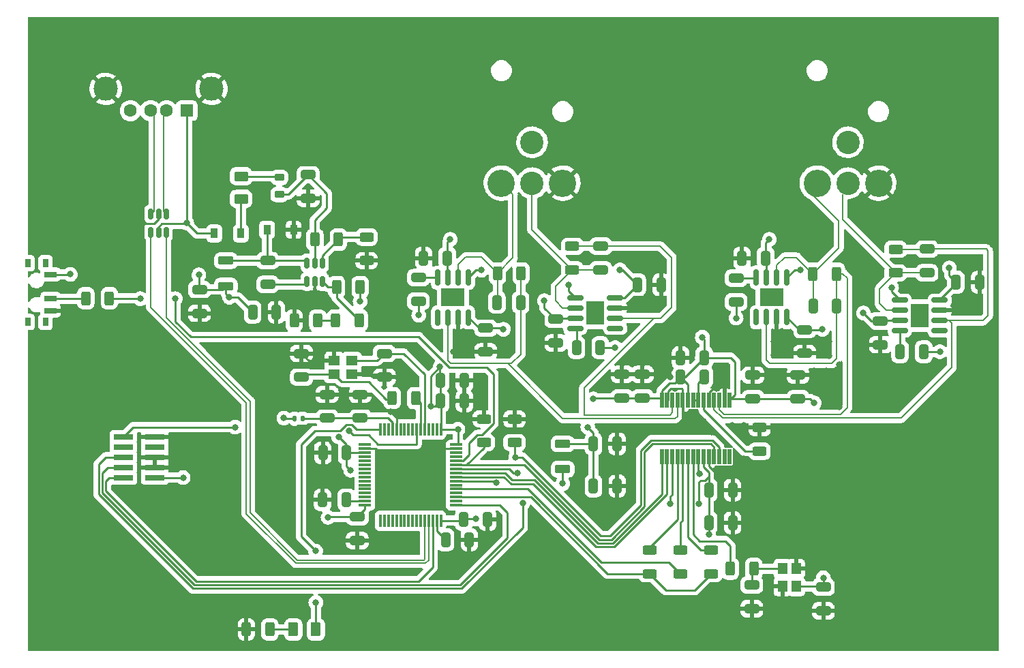
<source format=gbr>
%TF.GenerationSoftware,KiCad,Pcbnew,(5.99.0-9519-ga70106a3bd)*%
%TF.CreationDate,2021-04-02T22:42:04-07:00*%
%TF.ProjectId,UsbSound,55736253-6f75-46e6-942e-6b696361645f,rev?*%
%TF.SameCoordinates,Original*%
%TF.FileFunction,Copper,L1,Top*%
%TF.FilePolarity,Positive*%
%FSLAX46Y46*%
G04 Gerber Fmt 4.6, Leading zero omitted, Abs format (unit mm)*
G04 Created by KiCad (PCBNEW (5.99.0-9519-ga70106a3bd)) date 2021-04-02 22:42:04*
%MOMM*%
%LPD*%
G01*
G04 APERTURE LIST*
G04 Aperture macros list*
%AMRoundRect*
0 Rectangle with rounded corners*
0 $1 Rounding radius*
0 $2 $3 $4 $5 $6 $7 $8 $9 X,Y pos of 4 corners*
0 Add a 4 corners polygon primitive as box body*
4,1,4,$2,$3,$4,$5,$6,$7,$8,$9,$2,$3,0*
0 Add four circle primitives for the rounded corners*
1,1,$1+$1,$2,$3*
1,1,$1+$1,$4,$5*
1,1,$1+$1,$6,$7*
1,1,$1+$1,$8,$9*
0 Add four rect primitives between the rounded corners*
20,1,$1+$1,$2,$3,$4,$5,0*
20,1,$1+$1,$4,$5,$6,$7,0*
20,1,$1+$1,$6,$7,$8,$9,0*
20,1,$1+$1,$8,$9,$2,$3,0*%
G04 Aperture macros list end*
%TA.AperFunction,SMDPad,CuDef*%
%ADD10RoundRect,0.250000X0.325000X0.650000X-0.325000X0.650000X-0.325000X-0.650000X0.325000X-0.650000X0*%
%TD*%
%TA.AperFunction,SMDPad,CuDef*%
%ADD11RoundRect,0.250000X0.625000X-0.312500X0.625000X0.312500X-0.625000X0.312500X-0.625000X-0.312500X0*%
%TD*%
%TA.AperFunction,SMDPad,CuDef*%
%ADD12RoundRect,0.250000X-0.650000X0.325000X-0.650000X-0.325000X0.650000X-0.325000X0.650000X0.325000X0*%
%TD*%
%TA.AperFunction,SMDPad,CuDef*%
%ADD13RoundRect,0.250000X-0.625000X0.312500X-0.625000X-0.312500X0.625000X-0.312500X0.625000X0.312500X0*%
%TD*%
%TA.AperFunction,SMDPad,CuDef*%
%ADD14RoundRect,0.250000X0.312500X0.625000X-0.312500X0.625000X-0.312500X-0.625000X0.312500X-0.625000X0*%
%TD*%
%TA.AperFunction,SMDPad,CuDef*%
%ADD15RoundRect,0.250000X0.650000X-0.325000X0.650000X0.325000X-0.650000X0.325000X-0.650000X-0.325000X0*%
%TD*%
%TA.AperFunction,SMDPad,CuDef*%
%ADD16R,0.480000X1.900000*%
%TD*%
%TA.AperFunction,SMDPad,CuDef*%
%ADD17RoundRect,0.250000X-0.325000X-0.650000X0.325000X-0.650000X0.325000X0.650000X-0.325000X0.650000X0*%
%TD*%
%TA.AperFunction,ComponentPad*%
%ADD18R,1.600000X1.500000*%
%TD*%
%TA.AperFunction,ComponentPad*%
%ADD19C,1.600000*%
%TD*%
%TA.AperFunction,ComponentPad*%
%ADD20C,3.000000*%
%TD*%
%TA.AperFunction,SMDPad,CuDef*%
%ADD21RoundRect,0.150000X0.825000X0.150000X-0.825000X0.150000X-0.825000X-0.150000X0.825000X-0.150000X0*%
%TD*%
%TA.AperFunction,SMDPad,CuDef*%
%ADD22R,2.290000X3.000000*%
%TD*%
%TA.AperFunction,SMDPad,CuDef*%
%ADD23R,2.400000X0.740000*%
%TD*%
%TA.AperFunction,SMDPad,CuDef*%
%ADD24RoundRect,0.250000X-0.312500X-0.625000X0.312500X-0.625000X0.312500X0.625000X-0.312500X0.625000X0*%
%TD*%
%TA.AperFunction,SMDPad,CuDef*%
%ADD25R,1.400000X1.200000*%
%TD*%
%TA.AperFunction,SMDPad,CuDef*%
%ADD26RoundRect,0.150000X0.150000X-0.512500X0.150000X0.512500X-0.150000X0.512500X-0.150000X-0.512500X0*%
%TD*%
%TA.AperFunction,ComponentPad*%
%ADD27C,3.400000*%
%TD*%
%TA.AperFunction,ComponentPad*%
%ADD28C,2.900000*%
%TD*%
%TA.AperFunction,SMDPad,CuDef*%
%ADD29RoundRect,0.250000X-0.375000X-0.625000X0.375000X-0.625000X0.375000X0.625000X-0.375000X0.625000X0*%
%TD*%
%TA.AperFunction,SMDPad,CuDef*%
%ADD30R,1.200000X1.400000*%
%TD*%
%TA.AperFunction,SMDPad,CuDef*%
%ADD31RoundRect,0.150000X0.150000X-0.825000X0.150000X0.825000X-0.150000X0.825000X-0.150000X-0.825000X0*%
%TD*%
%TA.AperFunction,SMDPad,CuDef*%
%ADD32R,3.000000X2.290000*%
%TD*%
%TA.AperFunction,SMDPad,CuDef*%
%ADD33R,0.900000X1.200000*%
%TD*%
%TA.AperFunction,SMDPad,CuDef*%
%ADD34RoundRect,0.250000X0.700000X-0.275000X0.700000X0.275000X-0.700000X0.275000X-0.700000X-0.275000X0*%
%TD*%
%TA.AperFunction,SMDPad,CuDef*%
%ADD35RoundRect,0.250000X-0.625000X0.375000X-0.625000X-0.375000X0.625000X-0.375000X0.625000X0.375000X0*%
%TD*%
%TA.AperFunction,SMDPad,CuDef*%
%ADD36R,0.800000X1.000000*%
%TD*%
%TA.AperFunction,SMDPad,CuDef*%
%ADD37R,1.500000X0.700000*%
%TD*%
%TA.AperFunction,SMDPad,CuDef*%
%ADD38RoundRect,0.075000X-0.075000X0.700000X-0.075000X-0.700000X0.075000X-0.700000X0.075000X0.700000X0*%
%TD*%
%TA.AperFunction,SMDPad,CuDef*%
%ADD39RoundRect,0.075000X-0.700000X0.075000X-0.700000X-0.075000X0.700000X-0.075000X0.700000X0.075000X0*%
%TD*%
%TA.AperFunction,SMDPad,CuDef*%
%ADD40RoundRect,0.147500X-0.147500X-0.172500X0.147500X-0.172500X0.147500X0.172500X-0.147500X0.172500X0*%
%TD*%
%TA.AperFunction,SMDPad,CuDef*%
%ADD41RoundRect,0.150000X-0.150000X0.512500X-0.150000X-0.512500X0.150000X-0.512500X0.150000X0.512500X0*%
%TD*%
%TA.AperFunction,SMDPad,CuDef*%
%ADD42RoundRect,0.218750X0.381250X-0.218750X0.381250X0.218750X-0.381250X0.218750X-0.381250X-0.218750X0*%
%TD*%
%TA.AperFunction,SMDPad,CuDef*%
%ADD43RoundRect,0.250000X-0.700000X0.275000X-0.700000X-0.275000X0.700000X-0.275000X0.700000X0.275000X0*%
%TD*%
%TA.AperFunction,ViaPad*%
%ADD44C,0.800000*%
%TD*%
%TA.AperFunction,Conductor*%
%ADD45C,0.250000*%
%TD*%
%TA.AperFunction,Conductor*%
%ADD46C,0.200000*%
%TD*%
G04 APERTURE END LIST*
D10*
%TO.P,C37,1*%
%TO.N,GND*%
X194974000Y-74930000D03*
%TO.P,C37,2*%
%TO.N,+5VA*%
X192024000Y-74930000D03*
%TD*%
D11*
%TO.P,R10,1*%
%TO.N,I2S3_SD*%
X157795500Y-111145600D03*
%TO.P,R10,2*%
%TO.N,Net-(R10-Pad2)*%
X157795500Y-108220600D03*
%TD*%
D12*
%TO.P,C5,1*%
%TO.N,POUTL-*%
X147895500Y-70457600D03*
%TO.P,C5,2*%
%TO.N,XLR_L-*%
X147895500Y-73407600D03*
%TD*%
D13*
%TO.P,R5,1*%
%TO.N,BUCK_EN*%
X118831900Y-69333400D03*
%TO.P,R5,2*%
%TO.N,GND*%
X118831900Y-72258400D03*
%TD*%
D14*
%TO.P,R14,1*%
%TO.N,HSE_OUT*%
X124927900Y-89323000D03*
%TO.P,R14,2*%
%TO.N,Net-(C24-Pad1)*%
X122002900Y-89323000D03*
%TD*%
D12*
%TO.P,C25,1*%
%TO.N,Net-(C25-Pad1)*%
X125258000Y-74357600D03*
%TO.P,C25,2*%
%TO.N,Net-(C25-Pad2)*%
X125258000Y-77307600D03*
%TD*%
D15*
%TO.P,C24,1*%
%TO.N,Net-(C24-Pad1)*%
X110729300Y-86732200D03*
%TO.P,C24,2*%
%TO.N,GND*%
X110729300Y-83782200D03*
%TD*%
D11*
%TO.P,R12,1*%
%TO.N,Net-(R12-Pad1)*%
X167625300Y-95927000D03*
%TO.P,R12,2*%
%TO.N,GND*%
X167625300Y-93002000D03*
%TD*%
D14*
%TO.P,R7,1*%
%TO.N,Net-(D3-Pad1)*%
X106821700Y-118059200D03*
%TO.P,R7,2*%
%TO.N,GND*%
X103896700Y-118059200D03*
%TD*%
D16*
%TO.P,U4,1,ZEROL*%
%TO.N,ZEROL*%
X155475500Y-96612600D03*
%TO.P,U4,2,ZEROR*%
%TO.N,ZEROR*%
X156125500Y-96612600D03*
%TO.P,U4,3,MSEL*%
%TO.N,+3V3*%
X156775500Y-96612600D03*
%TO.P,U4,4,LRCK*%
%TO.N,Net-(R11-Pad2)*%
X157425500Y-96612600D03*
%TO.P,U4,5,DATA*%
%TO.N,Net-(R10-Pad2)*%
X158075500Y-96612600D03*
%TO.P,U4,6,BCK*%
%TO.N,Net-(R9-Pad2)*%
X158725500Y-96612600D03*
%TO.P,U4,7,SCL*%
%TO.N,PCMSCK*%
X159375500Y-96612600D03*
%TO.P,U4,8,DGND*%
%TO.N,GND*%
X160025500Y-96612600D03*
%TO.P,U4,9,VDD*%
%TO.N,+3V3*%
X160675500Y-96612600D03*
%TO.P,U4,10,~MS*%
%TO.N,GND*%
X161325500Y-96612600D03*
%TO.P,U4,11,MDI*%
%TO.N,I2C1_SDA*%
X161975500Y-96612600D03*
%TO.P,U4,12,MC*%
%TO.N,I2C1_SCL*%
X162625500Y-96612600D03*
%TO.P,U4,13,MDO*%
%TO.N,unconnected-(U4-Pad13)*%
X163275500Y-96612600D03*
%TO.P,U4,14,~RST*%
%TO.N,unconnected-(U4-Pad14)*%
X163925500Y-96612600D03*
%TO.P,U4,15,VCC2R*%
%TO.N,+5VA*%
X163925500Y-89602600D03*
%TO.P,U4,16,AGND3R*%
%TO.N,GND*%
X163275500Y-89602600D03*
%TO.P,U4,17,IOUTR+*%
%TO.N,POUTR+*%
X162625500Y-89602600D03*
%TO.P,U4,18,IOUTR-*%
%TO.N,POUTR-*%
X161975500Y-89602600D03*
%TO.P,U4,19,AGND1*%
%TO.N,GND*%
X161325500Y-89602600D03*
%TO.P,U4,20,IREF*%
%TO.N,Net-(R12-Pad1)*%
X160675500Y-89602600D03*
%TO.P,U4,21,VCC1*%
%TO.N,Net-(U4-Pad21)*%
X160025500Y-89602600D03*
%TO.P,U4,22,VCOML*%
X159375500Y-89602600D03*
%TO.P,U4,23,VCOMR*%
%TO.N,+5VA*%
X158725500Y-89602600D03*
%TO.P,U4,24,AGND2*%
%TO.N,GND*%
X158075500Y-89602600D03*
%TO.P,U4,25,IOUTL+*%
%TO.N,POUTL+*%
X157425500Y-89602600D03*
%TO.P,U4,26,IOUTL-*%
%TO.N,POUTL-*%
X156775500Y-89602600D03*
%TO.P,U4,27,AGND3L*%
%TO.N,GND*%
X156125500Y-89602600D03*
%TO.P,U4,28,VCC2L*%
%TO.N,+5VA*%
X155475500Y-89602600D03*
%TD*%
D17*
%TO.P,C14,1*%
%TO.N,+5VA*%
X146996900Y-95016200D03*
%TO.P,C14,2*%
%TO.N,GND*%
X149946900Y-95016200D03*
%TD*%
D12*
%TO.P,C2,1*%
%TO.N,BUCK_IN*%
X111567500Y-61582600D03*
%TO.P,C2,2*%
%TO.N,GND*%
X111567500Y-64532600D03*
%TD*%
D18*
%TO.P,J2,1,VBUS*%
%TO.N,+5V*%
X96500100Y-53620000D03*
D19*
%TO.P,J2,2,D-*%
%TO.N,USB_CONN_D-*%
X94000100Y-53620000D03*
%TO.P,J2,3,D+*%
%TO.N,USB_CONN_D+*%
X92000100Y-53620000D03*
%TO.P,J2,4,GND*%
%TO.N,unconnected-(J2-Pad4)*%
X89500100Y-53620000D03*
D20*
%TO.P,J2,5,Shield*%
%TO.N,GND*%
X86430100Y-50910000D03*
X99570100Y-50910000D03*
%TD*%
D17*
%TO.P,C16,1*%
%TO.N,+5VA*%
X157817300Y-86719500D03*
%TO.P,C16,2*%
%TO.N,Net-(U4-Pad21)*%
X160767300Y-86719500D03*
%TD*%
D15*
%TO.P,C33,1*%
%TO.N,+5VA*%
X166812500Y-89424600D03*
%TO.P,C33,2*%
%TO.N,GND*%
X166812500Y-86474600D03*
%TD*%
D14*
%TO.P,R19,1*%
%TO.N,POUTR+*%
X177183000Y-73882600D03*
%TO.P,R19,2*%
%TO.N,XLR_R+*%
X174258000Y-73882600D03*
%TD*%
D11*
%TO.P,R17,1*%
%TO.N,I2C1_SCL*%
X137196100Y-94860200D03*
%TO.P,R17,2*%
%TO.N,GND*%
X137196100Y-91935200D03*
%TD*%
D21*
%TO.P,U7,1,BAL*%
%TO.N,unconnected-(U7-Pad1)*%
X189995500Y-80975100D03*
%TO.P,U7,2,-*%
%TO.N,POUTR-*%
X189995500Y-79705100D03*
%TO.P,U7,3,+*%
%TO.N,GND*%
X189995500Y-78435100D03*
%TO.P,U7,4,V-*%
%TO.N,+5VA*%
X189995500Y-77165100D03*
%TO.P,U7,5,COMP*%
%TO.N,Net-(C38-Pad2)*%
X185045500Y-77165100D03*
%TO.P,U7,6*%
%TO.N,XLR_R-*%
X185045500Y-78435100D03*
%TO.P,U7,7,V+*%
%TO.N,-5VA*%
X185045500Y-79705100D03*
%TO.P,U7,8,C/B*%
%TO.N,Net-(C38-Pad1)*%
X185045500Y-80975100D03*
D22*
%TO.P,U7,9*%
%TO.N,N/C*%
X187520500Y-79070100D03*
%TD*%
D14*
%TO.P,R2,1*%
%TO.N,BUCK_FB*%
X117921500Y-79671000D03*
%TO.P,R2,2*%
%TO.N,Net-(R2-Pad2)*%
X114996500Y-79671000D03*
%TD*%
D17*
%TO.P,C9,1*%
%TO.N,+3V3*%
X128001300Y-87164000D03*
%TO.P,C9,2*%
%TO.N,GND*%
X130951300Y-87164000D03*
%TD*%
D15*
%TO.P,C1,1*%
%TO.N,BUCK_BST*%
X106538300Y-75204400D03*
%TO.P,C1,2*%
%TO.N,BUCK_SW*%
X106538300Y-72254400D03*
%TD*%
D17*
%TO.P,C13,1*%
%TO.N,+3V3*%
X130893300Y-104436000D03*
%TO.P,C13,2*%
%TO.N,GND*%
X133843300Y-104436000D03*
%TD*%
D15*
%TO.P,C22,1*%
%TO.N,GND*%
X133604000Y-83582600D03*
%TO.P,C22,2*%
%TO.N,+5VA*%
X133604000Y-80632600D03*
%TD*%
%TO.P,C6,1*%
%TO.N,+3.3VA*%
X113929700Y-91815800D03*
%TO.P,C6,2*%
%TO.N,GND*%
X113929700Y-88865800D03*
%TD*%
D17*
%TO.P,C17,1*%
%TO.N,Net-(C17-Pad1)*%
X144895500Y-83057600D03*
%TO.P,C17,2*%
%TO.N,Net-(C17-Pad2)*%
X147845500Y-83057600D03*
%TD*%
D10*
%TO.P,C19,1*%
%TO.N,Net-(C19-Pad1)*%
X116317300Y-101972200D03*
%TO.P,C19,2*%
%TO.N,GND*%
X113367300Y-101972200D03*
%TD*%
D12*
%TO.P,C26,1*%
%TO.N,+3V3*%
X175554500Y-112800600D03*
%TO.P,C26,2*%
%TO.N,GND*%
X175554500Y-115750600D03*
%TD*%
D10*
%TO.P,C11,1*%
%TO.N,+3V3*%
X116342700Y-96130200D03*
%TO.P,C11,2*%
%TO.N,GND*%
X113392700Y-96130200D03*
%TD*%
D17*
%TO.P,C29,1*%
%TO.N,+3V3*%
X161326100Y-100753000D03*
%TO.P,C29,2*%
%TO.N,GND*%
X164276100Y-100753000D03*
%TD*%
D23*
%TO.P,J1,1,Pin_1*%
%TO.N,+3V3*%
X92517500Y-99229000D03*
%TO.P,J1,2,Pin_2*%
%TO.N,SWDIO*%
X88617500Y-99229000D03*
%TO.P,J1,3,Pin_3*%
%TO.N,GND*%
X92517500Y-97959000D03*
%TO.P,J1,4,Pin_4*%
%TO.N,SWCLK*%
X88617500Y-97959000D03*
%TO.P,J1,5,Pin_5*%
%TO.N,GND*%
X92517500Y-96689000D03*
%TO.P,J1,6,Pin_6*%
%TO.N,SWO*%
X88617500Y-96689000D03*
%TO.P,J1,7,Pin_7*%
%TO.N,unconnected-(J1-Pad7)*%
X92517500Y-95419000D03*
%TO.P,J1,8,Pin_8*%
%TO.N,unconnected-(J1-Pad8)*%
X88617500Y-95419000D03*
%TO.P,J1,9,Pin_9*%
%TO.N,GND*%
X92517500Y-94149000D03*
%TO.P,J1,10,Pin_10*%
%TO.N,NRST*%
X88617500Y-94149000D03*
%TD*%
D24*
%TO.P,R8,1*%
%TO.N,Net-(R8-Pad1)*%
X83957700Y-76927800D03*
%TO.P,R8,2*%
%TO.N,BOOT0*%
X86882700Y-76927800D03*
%TD*%
D21*
%TO.P,U3,1,BAL*%
%TO.N,unconnected-(U3-Pad1)*%
X149695500Y-80662600D03*
%TO.P,U3,2,-*%
%TO.N,POUTL-*%
X149695500Y-79392600D03*
%TO.P,U3,3,+*%
%TO.N,GND*%
X149695500Y-78122600D03*
%TO.P,U3,4,V-*%
%TO.N,+5VA*%
X149695500Y-76852600D03*
%TO.P,U3,5,COMP*%
%TO.N,Net-(C17-Pad2)*%
X144745500Y-76852600D03*
%TO.P,U3,6*%
%TO.N,XLR_L-*%
X144745500Y-78122600D03*
%TO.P,U3,7,V+*%
%TO.N,-5VA*%
X144745500Y-79392600D03*
%TO.P,U3,8,C/B*%
%TO.N,Net-(C17-Pad1)*%
X144745500Y-80662600D03*
D22*
%TO.P,U3,9*%
%TO.N,N/C*%
X147220500Y-78757600D03*
%TD*%
D25*
%TO.P,Y1,1,1*%
%TO.N,HSE_IN*%
X116993300Y-84676600D03*
%TO.P,Y1,2,2*%
%TO.N,GND*%
X114793300Y-84676600D03*
%TO.P,Y1,3,3*%
%TO.N,Net-(C24-Pad1)*%
X114793300Y-86376600D03*
%TO.P,Y1,4,4*%
%TO.N,GND*%
X116993300Y-86376600D03*
%TD*%
D15*
%TO.P,C7,1*%
%TO.N,+3.3VA*%
X118044500Y-91812200D03*
%TO.P,C7,2*%
%TO.N,GND*%
X118044500Y-88862200D03*
%TD*%
D26*
%TO.P,U1,1,BST*%
%TO.N,BUCK_BST*%
X111440500Y-74834200D03*
%TO.P,U1,2,GND*%
%TO.N,GND*%
X112390500Y-74834200D03*
%TO.P,U1,3,FB*%
%TO.N,BUCK_FB*%
X113340500Y-74834200D03*
%TO.P,U1,4,EN*%
%TO.N,BUCK_EN*%
X113340500Y-72559200D03*
%TO.P,U1,5,IN*%
%TO.N,BUCK_IN*%
X112390500Y-72559200D03*
%TO.P,U1,6,SW*%
%TO.N,BUCK_SW*%
X111440500Y-72559200D03*
%TD*%
D27*
%TO.P,J4,1*%
%TO.N,GND*%
X182410500Y-62627600D03*
%TO.P,J4,2*%
%TO.N,XLR_R+*%
X174790500Y-62627600D03*
D28*
%TO.P,J4,3*%
%TO.N,XLR_R-*%
X178600500Y-62627600D03*
%TO.P,J4,G*%
%TO.N,N/C*%
X178600500Y-57547600D03*
%TD*%
D11*
%TO.P,R9,1*%
%TO.N,I2S3_CK*%
X161605500Y-111145600D03*
%TO.P,R9,2*%
%TO.N,Net-(R9-Pad2)*%
X161605500Y-108220600D03*
%TD*%
D27*
%TO.P,J3,1*%
%TO.N,GND*%
X143190500Y-62627600D03*
%TO.P,J3,2*%
%TO.N,XLR_L+*%
X135570500Y-62627600D03*
D28*
%TO.P,J3,3*%
%TO.N,XLR_L-*%
X139380500Y-62627600D03*
%TO.P,J3,G*%
%TO.N,N/C*%
X139380500Y-57547600D03*
%TD*%
D15*
%TO.P,C36,1*%
%TO.N,+5VA*%
X150556500Y-89326600D03*
%TO.P,C36,2*%
%TO.N,GND*%
X150556500Y-86376600D03*
%TD*%
D29*
%TO.P,D3,1,K*%
%TO.N,Net-(D3-Pad1)*%
X109725000Y-118059200D03*
%TO.P,D3,2,A*%
%TO.N,LED_STATUS*%
X112525000Y-118059200D03*
%TD*%
D30*
%TO.P,Y2,1,1*%
%TO.N,+3V3*%
X172174500Y-112710600D03*
%TO.P,Y2,2,2*%
%TO.N,GND*%
X172174500Y-110510600D03*
%TO.P,Y2,3,3*%
%TO.N,Net-(C27-Pad1)*%
X170474500Y-110510600D03*
%TO.P,Y2,4,4*%
%TO.N,GND*%
X170474500Y-112710600D03*
%TD*%
D31*
%TO.P,U6,1,BAL*%
%TO.N,unconnected-(U6-Pad1)*%
X127653000Y-79307600D03*
%TO.P,U6,2,-*%
%TO.N,POUTL+*%
X128923000Y-79307600D03*
%TO.P,U6,3,+*%
%TO.N,GND*%
X130193000Y-79307600D03*
%TO.P,U6,4,V-*%
%TO.N,+5VA*%
X131463000Y-79307600D03*
%TO.P,U6,5,COMP*%
%TO.N,Net-(C25-Pad2)*%
X131463000Y-74357600D03*
%TO.P,U6,6*%
%TO.N,XLR_L+*%
X130193000Y-74357600D03*
%TO.P,U6,7,V+*%
%TO.N,-5VA*%
X128923000Y-74357600D03*
%TO.P,U6,8,C/B*%
%TO.N,Net-(C25-Pad1)*%
X127653000Y-74357600D03*
D32*
%TO.P,U6,9*%
%TO.N,N/C*%
X129558000Y-76832600D03*
%TD*%
D17*
%TO.P,C10,1*%
%TO.N,+3V3*%
X128026700Y-89704000D03*
%TO.P,C10,2*%
%TO.N,GND*%
X130976700Y-89704000D03*
%TD*%
%TO.P,C30,1*%
%TO.N,+3V3*%
X161326100Y-104817000D03*
%TO.P,C30,2*%
%TO.N,GND*%
X164276100Y-104817000D03*
%TD*%
D33*
%TO.P,D2,1,K*%
%TO.N,GND*%
X109762100Y-68418800D03*
%TO.P,D2,2,A*%
%TO.N,BUCK_SW*%
X106462100Y-68418800D03*
%TD*%
%TO.P,D1,1,K*%
%TO.N,Net-(D1-Pad1)*%
X103208900Y-68876000D03*
%TO.P,D1,2,A*%
%TO.N,+5V*%
X99908900Y-68876000D03*
%TD*%
D13*
%TO.P,R16,1*%
%TO.N,POUTR-*%
X184520500Y-70845100D03*
%TO.P,R16,2*%
%TO.N,XLR_R-*%
X184520500Y-73770100D03*
%TD*%
D14*
%TO.P,R3,1*%
%TO.N,Net-(R2-Pad2)*%
X112765300Y-79696400D03*
%TO.P,R3,2*%
%TO.N,GND*%
X109840300Y-79696400D03*
%TD*%
D15*
%TO.P,C18,1*%
%TO.N,GND*%
X142320500Y-82482600D03*
%TO.P,C18,2*%
%TO.N,-5VA*%
X142320500Y-79532600D03*
%TD*%
D34*
%TO.P,L3,1*%
%TO.N,+5V*%
X143190500Y-98162600D03*
%TO.P,L3,2*%
%TO.N,+5VA*%
X143190500Y-95012600D03*
%TD*%
D17*
%TO.P,C20,1*%
%TO.N,Net-(C20-Pad1)*%
X128636300Y-106934000D03*
%TO.P,C20,2*%
%TO.N,GND*%
X131586300Y-106934000D03*
%TD*%
D15*
%TO.P,C41,1*%
%TO.N,GND*%
X173228000Y-83771000D03*
%TO.P,C41,2*%
%TO.N,+5VA*%
X173228000Y-80821000D03*
%TD*%
D12*
%TO.P,C27,1*%
%TO.N,Net-(C27-Pad1)*%
X166664500Y-112542600D03*
%TO.P,C27,2*%
%TO.N,GND*%
X166664500Y-115492600D03*
%TD*%
D24*
%TO.P,R15,1*%
%TO.N,PCMSCK*%
X163997500Y-110510600D03*
%TO.P,R15,2*%
%TO.N,Net-(C27-Pad1)*%
X166922500Y-110510600D03*
%TD*%
D15*
%TO.P,C34,1*%
%TO.N,+5VA*%
X172400500Y-89424600D03*
%TO.P,C34,2*%
%TO.N,GND*%
X172400500Y-86474600D03*
%TD*%
D17*
%TO.P,C15,1*%
%TO.N,+5VA*%
X147000500Y-100248600D03*
%TO.P,C15,2*%
%TO.N,GND*%
X149950500Y-100248600D03*
%TD*%
%TO.P,C38,1*%
%TO.N,Net-(C38-Pad1)*%
X185070500Y-83570100D03*
%TO.P,C38,2*%
%TO.N,Net-(C38-Pad2)*%
X188020500Y-83570100D03*
%TD*%
D10*
%TO.P,C32,1*%
%TO.N,+5VA*%
X160767300Y-84306500D03*
%TO.P,C32,2*%
%TO.N,GND*%
X157817300Y-84306500D03*
%TD*%
D15*
%TO.P,C39,1*%
%TO.N,GND*%
X182620500Y-82695100D03*
%TO.P,C39,2*%
%TO.N,-5VA*%
X182620500Y-79745100D03*
%TD*%
D12*
%TO.P,C23,1*%
%TO.N,HSE_IN*%
X121041700Y-83785800D03*
%TO.P,C23,2*%
%TO.N,GND*%
X121041700Y-86735800D03*
%TD*%
D35*
%TO.P,F1,1*%
%TO.N,Net-(F1-Pad1)*%
X103236300Y-61783400D03*
%TO.P,F1,2*%
%TO.N,Net-(D1-Pad1)*%
X103236300Y-64583400D03*
%TD*%
D31*
%TO.P,U8,1,BAL*%
%TO.N,unconnected-(U8-Pad1)*%
X167215500Y-79287600D03*
%TO.P,U8,2,-*%
%TO.N,POUTR+*%
X168485500Y-79287600D03*
%TO.P,U8,3,+*%
%TO.N,GND*%
X169755500Y-79287600D03*
%TO.P,U8,4,V-*%
%TO.N,+5VA*%
X171025500Y-79287600D03*
%TO.P,U8,5,COMP*%
%TO.N,Net-(C42-Pad2)*%
X171025500Y-74337600D03*
%TO.P,U8,6*%
%TO.N,XLR_R+*%
X169755500Y-74337600D03*
%TO.P,U8,7,V+*%
%TO.N,-5VA*%
X168485500Y-74337600D03*
%TO.P,U8,8,C/B*%
%TO.N,Net-(C42-Pad1)*%
X167215500Y-74337600D03*
D32*
%TO.P,U8,9*%
%TO.N,N/C*%
X169120500Y-76812600D03*
%TD*%
D12*
%TO.P,C42,1*%
%TO.N,Net-(C42-Pad1)*%
X164720500Y-74432600D03*
%TO.P,C42,2*%
%TO.N,Net-(C42-Pad2)*%
X164720500Y-77382600D03*
%TD*%
D14*
%TO.P,R13,1*%
%TO.N,POUTL+*%
X138008000Y-73832600D03*
%TO.P,R13,2*%
%TO.N,XLR_L+*%
X135083000Y-73832600D03*
%TD*%
D11*
%TO.P,R18,1*%
%TO.N,I2C1_SDA*%
X133386100Y-94838800D03*
%TO.P,R18,2*%
%TO.N,GND*%
X133386100Y-91913800D03*
%TD*%
D12*
%TO.P,C12,1*%
%TO.N,+3V3*%
X117663500Y-104080400D03*
%TO.P,C12,2*%
%TO.N,GND*%
X117663500Y-107030400D03*
%TD*%
D13*
%TO.P,R6,1*%
%TO.N,POUTL-*%
X144370500Y-70470100D03*
%TO.P,R6,2*%
%TO.N,XLR_L-*%
X144370500Y-73395100D03*
%TD*%
D12*
%TO.P,C3,1*%
%TO.N,+3V3*%
X98080100Y-75835600D03*
%TO.P,C3,2*%
%TO.N,GND*%
X98080100Y-78785600D03*
%TD*%
D10*
%TO.P,C8,1*%
%TO.N,GND*%
X155399000Y-75257600D03*
%TO.P,C8,2*%
%TO.N,+5VA*%
X152449000Y-75257600D03*
%TD*%
D36*
%TO.P,SW1,*%
%TO.N,*%
X76728900Y-79866600D03*
X76728900Y-72566600D03*
X78938900Y-79866600D03*
X78938900Y-72566600D03*
D37*
%TO.P,SW1,1,A*%
%TO.N,+3V3*%
X79588900Y-73966600D03*
%TO.P,SW1,2,B*%
%TO.N,Net-(R8-Pad1)*%
X79588900Y-76966600D03*
%TO.P,SW1,3,C*%
%TO.N,GND*%
X79588900Y-78466600D03*
%TD*%
D12*
%TO.P,C31,1*%
%TO.N,POUTR-*%
X188420500Y-70820100D03*
%TO.P,C31,2*%
%TO.N,XLR_R-*%
X188420500Y-73770100D03*
%TD*%
D24*
%TO.P,R4,1*%
%TO.N,BUCK_IN*%
X112405700Y-69638200D03*
%TO.P,R4,2*%
%TO.N,BUCK_EN*%
X115330700Y-69638200D03*
%TD*%
D38*
%TO.P,U5,1,VBAT*%
%TO.N,+3V3*%
X128042900Y-93198400D03*
%TO.P,U5,2,PC13*%
%TO.N,unconnected-(U5-Pad2)*%
X127542900Y-93198400D03*
%TO.P,U5,3,PC14*%
%TO.N,unconnected-(U5-Pad3)*%
X127042900Y-93198400D03*
%TO.P,U5,4,PC15*%
%TO.N,unconnected-(U5-Pad4)*%
X126542900Y-93198400D03*
%TO.P,U5,5,PH0*%
%TO.N,HSE_IN*%
X126042900Y-93198400D03*
%TO.P,U5,6,PH1*%
%TO.N,HSE_OUT*%
X125542900Y-93198400D03*
%TO.P,U5,7,NRST*%
%TO.N,NRST*%
X125042900Y-93198400D03*
%TO.P,U5,8,PC0*%
%TO.N,unconnected-(U5-Pad8)*%
X124542900Y-93198400D03*
%TO.P,U5,9,PC1*%
%TO.N,unconnected-(U5-Pad9)*%
X124042900Y-93198400D03*
%TO.P,U5,10,PC2*%
%TO.N,unconnected-(U5-Pad10)*%
X123542900Y-93198400D03*
%TO.P,U5,11,PC3*%
%TO.N,unconnected-(U5-Pad11)*%
X123042900Y-93198400D03*
%TO.P,U5,12,VSSA*%
%TO.N,GND*%
X122542900Y-93198400D03*
%TO.P,U5,13,VDDA*%
%TO.N,+3.3VA*%
X122042900Y-93198400D03*
%TO.P,U5,14,PA0*%
%TO.N,unconnected-(U5-Pad14)*%
X121542900Y-93198400D03*
%TO.P,U5,15,PA1*%
%TO.N,unconnected-(U5-Pad15)*%
X121042900Y-93198400D03*
%TO.P,U5,16,PA2*%
%TO.N,LED_STATUS*%
X120542900Y-93198400D03*
D39*
%TO.P,U5,17,PA3*%
%TO.N,unconnected-(U5-Pad17)*%
X118617900Y-95123400D03*
%TO.P,U5,18,VSS*%
%TO.N,GND*%
X118617900Y-95623400D03*
%TO.P,U5,19,VDD*%
%TO.N,+3V3*%
X118617900Y-96123400D03*
%TO.P,U5,20,PA4*%
%TO.N,unconnected-(U5-Pad20)*%
X118617900Y-96623400D03*
%TO.P,U5,21,PA5*%
%TO.N,unconnected-(U5-Pad21)*%
X118617900Y-97123400D03*
%TO.P,U5,22,PA6*%
%TO.N,unconnected-(U5-Pad22)*%
X118617900Y-97623400D03*
%TO.P,U5,23,PA7*%
%TO.N,unconnected-(U5-Pad23)*%
X118617900Y-98123400D03*
%TO.P,U5,24,PC4*%
%TO.N,unconnected-(U5-Pad24)*%
X118617900Y-98623400D03*
%TO.P,U5,25,PC5*%
%TO.N,unconnected-(U5-Pad25)*%
X118617900Y-99123400D03*
%TO.P,U5,26,PB0*%
%TO.N,unconnected-(U5-Pad26)*%
X118617900Y-99623400D03*
%TO.P,U5,27,PB1*%
%TO.N,unconnected-(U5-Pad27)*%
X118617900Y-100123400D03*
%TO.P,U5,28,PB2*%
%TO.N,unconnected-(U5-Pad28)*%
X118617900Y-100623400D03*
%TO.P,U5,29,PB10*%
%TO.N,unconnected-(U5-Pad29)*%
X118617900Y-101123400D03*
%TO.P,U5,30,PB11*%
%TO.N,unconnected-(U5-Pad30)*%
X118617900Y-101623400D03*
%TO.P,U5,31,VCAP_1*%
%TO.N,Net-(C19-Pad1)*%
X118617900Y-102123400D03*
%TO.P,U5,32,VDD*%
%TO.N,+3V3*%
X118617900Y-102623400D03*
D38*
%TO.P,U5,33,PB12*%
%TO.N,unconnected-(U5-Pad33)*%
X120542900Y-104548400D03*
%TO.P,U5,34,PB13*%
%TO.N,unconnected-(U5-Pad34)*%
X121042900Y-104548400D03*
%TO.P,U5,35,PB14*%
%TO.N,unconnected-(U5-Pad35)*%
X121542900Y-104548400D03*
%TO.P,U5,36,PB15*%
%TO.N,unconnected-(U5-Pad36)*%
X122042900Y-104548400D03*
%TO.P,U5,37,PC6*%
%TO.N,unconnected-(U5-Pad37)*%
X122542900Y-104548400D03*
%TO.P,U5,38,PC7*%
%TO.N,unconnected-(U5-Pad38)*%
X123042900Y-104548400D03*
%TO.P,U5,39,PC8*%
%TO.N,unconnected-(U5-Pad39)*%
X123542900Y-104548400D03*
%TO.P,U5,40,PC9*%
%TO.N,unconnected-(U5-Pad40)*%
X124042900Y-104548400D03*
%TO.P,U5,41,PA8*%
%TO.N,unconnected-(U5-Pad41)*%
X124542900Y-104548400D03*
%TO.P,U5,42,PA9*%
%TO.N,unconnected-(U5-Pad42)*%
X125042900Y-104548400D03*
%TO.P,U5,43,PA10*%
%TO.N,unconnected-(U5-Pad43)*%
X125542900Y-104548400D03*
%TO.P,U5,44,PA11*%
%TO.N,USB_D-*%
X126042900Y-104548400D03*
%TO.P,U5,45,PA12*%
%TO.N,USB_D+*%
X126542900Y-104548400D03*
%TO.P,U5,46,PA13*%
%TO.N,SWDIO*%
X127042900Y-104548400D03*
%TO.P,U5,47,VCAP_2*%
%TO.N,Net-(C20-Pad1)*%
X127542900Y-104548400D03*
%TO.P,U5,48,VDD*%
%TO.N,+3V3*%
X128042900Y-104548400D03*
D39*
%TO.P,U5,49,PA14*%
%TO.N,SWCLK*%
X129967900Y-102623400D03*
%TO.P,U5,50,PA15*%
%TO.N,unconnected-(U5-Pad50)*%
X129967900Y-102123400D03*
%TO.P,U5,51,PC10*%
%TO.N,I2S3_CK*%
X129967900Y-101623400D03*
%TO.P,U5,52,PC11*%
%TO.N,unconnected-(U5-Pad52)*%
X129967900Y-101123400D03*
%TO.P,U5,53,PC12*%
%TO.N,I2S3_SD*%
X129967900Y-100623400D03*
%TO.P,U5,54,PD2*%
%TO.N,unconnected-(U5-Pad54)*%
X129967900Y-100123400D03*
%TO.P,U5,55,PB3*%
%TO.N,SWO*%
X129967900Y-99623400D03*
%TO.P,U5,56,PB4*%
%TO.N,ZEROR*%
X129967900Y-99123400D03*
%TO.P,U5,57,PB5*%
%TO.N,ZEROL*%
X129967900Y-98623400D03*
%TO.P,U5,58,PB6*%
%TO.N,I2C1_SCL*%
X129967900Y-98123400D03*
%TO.P,U5,59,PB7*%
%TO.N,I2C1_SDA*%
X129967900Y-97623400D03*
%TO.P,U5,60,BOOT0*%
%TO.N,BOOT0*%
X129967900Y-97123400D03*
%TO.P,U5,61,PB8*%
%TO.N,unconnected-(U5-Pad61)*%
X129967900Y-96623400D03*
%TO.P,U5,62,PB9*%
%TO.N,unconnected-(U5-Pad62)*%
X129967900Y-96123400D03*
%TO.P,U5,63,VSS*%
%TO.N,GND*%
X129967900Y-95623400D03*
%TO.P,U5,64,VDD*%
%TO.N,+3V3*%
X129967900Y-95123400D03*
%TD*%
D10*
%TO.P,C40,1*%
%TO.N,POUTR+*%
X177220500Y-77882600D03*
%TO.P,C40,2*%
%TO.N,XLR_R+*%
X174270500Y-77882600D03*
%TD*%
D40*
%TO.P,L2,1*%
%TO.N,+3V3*%
X109886300Y-91837600D03*
%TO.P,L2,2*%
%TO.N,+3.3VA*%
X110856300Y-91837600D03*
%TD*%
D14*
%TO.P,R1,1*%
%TO.N,+3V3*%
X118023100Y-75531000D03*
%TO.P,R1,2*%
%TO.N,BUCK_FB*%
X115098100Y-75531000D03*
%TD*%
D17*
%TO.P,C28,1*%
%TO.N,GND*%
X125908000Y-71932600D03*
%TO.P,C28,2*%
%TO.N,-5VA*%
X128858000Y-71932600D03*
%TD*%
D11*
%TO.P,R11,1*%
%TO.N,I2S3_CK*%
X153985500Y-111145600D03*
%TO.P,R11,2*%
%TO.N,Net-(R11-Pad2)*%
X153985500Y-108220600D03*
%TD*%
D17*
%TO.P,C43,1*%
%TO.N,GND*%
X165445500Y-71932600D03*
%TO.P,C43,2*%
%TO.N,-5VA*%
X168395500Y-71932600D03*
%TD*%
D41*
%TO.P,U2,1,I/O1*%
%TO.N,USB_CONN_D-*%
X93950100Y-66437600D03*
%TO.P,U2,2,GND*%
%TO.N,GND*%
X93000100Y-66437600D03*
%TO.P,U2,3,I/O2*%
%TO.N,USB_CONN_D+*%
X92050100Y-66437600D03*
%TO.P,U2,4,I/O2*%
%TO.N,USB_D+*%
X92050100Y-68712600D03*
%TO.P,U2,5,VBUS*%
%TO.N,+5V*%
X93000100Y-68712600D03*
%TO.P,U2,6,I/O1*%
%TO.N,USB_D-*%
X93950100Y-68712600D03*
%TD*%
D15*
%TO.P,C35,1*%
%TO.N,+5VA*%
X153096500Y-89326600D03*
%TO.P,C35,2*%
%TO.N,GND*%
X153096500Y-86376600D03*
%TD*%
D42*
%TO.P,FB1,1*%
%TO.N,BUCK_IN*%
X107986100Y-64041400D03*
%TO.P,FB1,2*%
%TO.N,Net-(F1-Pad1)*%
X107986100Y-61916400D03*
%TD*%
D17*
%TO.P,C4,1*%
%TO.N,+3V3*%
X104680500Y-78655000D03*
%TO.P,C4,2*%
%TO.N,GND*%
X107630500Y-78655000D03*
%TD*%
D43*
%TO.P,L1,1*%
%TO.N,BUCK_SW*%
X101356700Y-72254000D03*
%TO.P,L1,2*%
%TO.N,+3V3*%
X101356700Y-75404000D03*
%TD*%
D10*
%TO.P,C21,1*%
%TO.N,POUTL+*%
X137958000Y-77432600D03*
%TO.P,C21,2*%
%TO.N,XLR_L+*%
X135008000Y-77432600D03*
%TD*%
D44*
%TO.N,GND*%
X143000000Y-89900000D03*
X175260000Y-98552000D03*
X127762000Y-95758000D03*
X177292000Y-102616000D03*
X97800000Y-94100000D03*
X173228000Y-102616000D03*
X177292000Y-104648000D03*
X112000000Y-100100000D03*
X158500000Y-93200000D03*
X98900000Y-91500000D03*
X142200000Y-89100000D03*
X133096000Y-108204000D03*
X177500000Y-85200000D03*
X174244000Y-102616000D03*
X153400000Y-71500000D03*
X169400000Y-84000000D03*
X112000000Y-97900000D03*
X136652000Y-83566000D03*
X179800000Y-86500000D03*
X112500000Y-76600000D03*
X141400000Y-88300000D03*
X159600000Y-92200000D03*
X165700000Y-92700000D03*
X152100000Y-71500000D03*
X150500000Y-82000000D03*
X175260000Y-102616000D03*
X176276000Y-99568000D03*
X160200000Y-98700000D03*
X175900000Y-85900000D03*
X133096000Y-107188000D03*
X135700000Y-87600000D03*
X174400000Y-85900000D03*
X175260000Y-104648000D03*
X175260000Y-100584000D03*
X153300000Y-92900000D03*
X173228000Y-103632000D03*
X155500000Y-85700000D03*
X154800000Y-80500000D03*
X144615094Y-88610906D03*
X143002000Y-86868000D03*
X143795047Y-87790858D03*
X151300000Y-92900000D03*
X137196100Y-88967400D03*
X152100000Y-83300000D03*
X177500000Y-89100000D03*
X96700000Y-91500000D03*
X122800000Y-91500000D03*
X140600000Y-87500000D03*
X134112000Y-107188000D03*
X176276000Y-100584000D03*
X175260000Y-101600000D03*
X107200000Y-83000000D03*
X169400000Y-86100000D03*
X154400000Y-78300000D03*
X110300000Y-76600000D03*
X153400000Y-69300000D03*
X192500000Y-69600000D03*
X109200000Y-76600000D03*
X177292000Y-98552000D03*
X105600000Y-99700000D03*
X89814400Y-67640200D03*
X154700000Y-69300000D03*
X164200000Y-92700000D03*
X139100000Y-85900000D03*
X173228000Y-100584000D03*
X160700000Y-93200000D03*
X175260000Y-103632000D03*
X179800000Y-89100000D03*
X133055900Y-89069000D03*
X95600000Y-94100000D03*
X156500000Y-85700000D03*
X177292000Y-100584000D03*
X152300000Y-92900000D03*
X105600000Y-100900000D03*
X176276000Y-104648000D03*
X176276000Y-101600000D03*
X143700000Y-90700000D03*
X129623000Y-83566000D03*
X165700000Y-97900000D03*
X98900000Y-94100000D03*
X155500000Y-86700000D03*
X165700000Y-96900000D03*
X164400000Y-98500000D03*
X95600000Y-91500000D03*
X176276000Y-84100000D03*
X106100000Y-83000000D03*
X120700000Y-96400000D03*
X173228000Y-98552000D03*
X135128000Y-106172000D03*
X120800000Y-73100000D03*
X105000000Y-83000000D03*
X152100000Y-69300000D03*
X177292000Y-99568000D03*
X120800000Y-75300000D03*
X169418000Y-82296000D03*
X177500000Y-87800000D03*
X157400000Y-93200000D03*
X174244000Y-103632000D03*
X111400000Y-76600000D03*
X179800000Y-85200000D03*
X174244000Y-98552000D03*
X121800000Y-91000000D03*
X96700000Y-94100000D03*
X176276000Y-98552000D03*
X154700000Y-71500000D03*
X177500000Y-86500000D03*
X97800000Y-91500000D03*
X176276000Y-102616000D03*
X163322000Y-87884000D03*
X163400000Y-98500000D03*
X156500000Y-86700000D03*
X176276000Y-103632000D03*
X176276000Y-82296000D03*
X173228000Y-101600000D03*
X192400000Y-71900000D03*
X194700000Y-69600000D03*
X112000000Y-99000000D03*
X160700000Y-92200000D03*
X156300000Y-93200000D03*
X174244000Y-99568000D03*
X108300000Y-83000000D03*
X173228000Y-99568000D03*
X152900000Y-82500000D03*
X120800000Y-74200000D03*
X173228000Y-104648000D03*
X101100000Y-94100000D03*
X179800000Y-87800000D03*
X120800000Y-76400000D03*
X100000000Y-91500000D03*
X138300000Y-85100000D03*
X139800000Y-86700000D03*
X179800000Y-90400000D03*
X105600000Y-98500000D03*
X174244000Y-104648000D03*
X134112000Y-106172000D03*
X174244000Y-100584000D03*
X174244000Y-101600000D03*
X153800000Y-81600000D03*
X151800000Y-78300000D03*
X161700000Y-93600000D03*
X155200000Y-93200000D03*
X162200000Y-87800000D03*
X162400000Y-98500000D03*
X159600000Y-93200000D03*
X177500000Y-90400000D03*
X153000000Y-78300000D03*
X101100000Y-91500000D03*
X133096000Y-106172000D03*
X142240000Y-86106000D03*
X158500000Y-92200000D03*
X175260000Y-99568000D03*
X170500000Y-86100000D03*
X105600000Y-97300000D03*
X100000000Y-94100000D03*
X177292000Y-101600000D03*
X194700000Y-71900000D03*
X177292000Y-103632000D03*
%TO.N,+3V3*%
X127950500Y-85436800D03*
X161326100Y-106290200D03*
X132384800Y-104343200D03*
X114046000Y-104140000D03*
X156540200Y-102412800D03*
X115366800Y-94132400D03*
X96048100Y-99203600D03*
X101788500Y-76801000D03*
X108544900Y-91812200D03*
X126767900Y-90373200D03*
X175554500Y-111653600D03*
X130169200Y-93198400D03*
X97993200Y-74015600D03*
X160121600Y-102463600D03*
X82027300Y-73956000D03*
X118019100Y-77309000D03*
X116840000Y-98298000D03*
%TO.N,Net-(C17-Pad2)*%
X143895500Y-75257600D03*
X149695500Y-83057600D03*
%TO.N,+5VA*%
X175448500Y-80788600D03*
X191196500Y-73168600D03*
X147000500Y-89424600D03*
X135824500Y-80788600D03*
X174432500Y-89932600D03*
X150300000Y-73400000D03*
X146289300Y-92929800D03*
X160513300Y-81766500D03*
%TO.N,-5VA*%
X168844500Y-69612600D03*
X129220500Y-69612600D03*
X180528500Y-78756600D03*
X140904500Y-77232600D03*
%TO.N,Net-(C25-Pad2)*%
X125308000Y-79032600D03*
X133108000Y-73432600D03*
%TO.N,Net-(C42-Pad2)*%
X164720500Y-79382600D03*
X172720500Y-73382600D03*
%TO.N,Net-(C38-Pad2)*%
X184020500Y-75570100D03*
X190020500Y-83570100D03*
%TO.N,LED_STATUS*%
X112522000Y-114706400D03*
X112496600Y-108331000D03*
%TO.N,+5V*%
X143190500Y-99940200D03*
X96479900Y-67580600D03*
%TO.N,NRST*%
X116672900Y-93387000D03*
X102499700Y-92929800D03*
%TO.N,SWO*%
X138237500Y-102348400D03*
X134935500Y-99848400D03*
%TO.N,BOOT0*%
X95082900Y-76978600D03*
X90714100Y-76978600D03*
%TO.N,I2C1_SCL*%
X137551700Y-98670200D03*
X137348500Y-96689000D03*
%TD*%
D45*
%TO.N,GND*%
X156596480Y-88138000D02*
X157988000Y-88138000D01*
X116993300Y-86376600D02*
X120682500Y-86376600D01*
X127896600Y-95623400D02*
X127762000Y-95758000D01*
X160025500Y-98525500D02*
X160200000Y-98700000D01*
X160025500Y-96612600D02*
X160025500Y-98525500D01*
X162000000Y-98500000D02*
X162400000Y-98500000D01*
X158075500Y-91775500D02*
X158500000Y-92200000D01*
X161325500Y-88674500D02*
X162200000Y-87800000D01*
X130974900Y-88791400D02*
X130974900Y-86427400D01*
X111645500Y-84676600D02*
X114793300Y-84676600D01*
X156283489Y-88450991D02*
X156596480Y-88138000D01*
X161325500Y-96612600D02*
X161325500Y-97825500D01*
X161325500Y-89602600D02*
X161325500Y-88674500D01*
X129967900Y-95623400D02*
X127896600Y-95623400D01*
X130976700Y-89704000D02*
X132420900Y-89704000D01*
X163275500Y-89602600D02*
X163275500Y-87930500D01*
X92460000Y-67640200D02*
X89814400Y-67640200D01*
X156269400Y-89602600D02*
X156283489Y-89588511D01*
X137196100Y-91935200D02*
X137196100Y-88967400D01*
X133386100Y-89399200D02*
X133386100Y-91913800D01*
X130976700Y-88938400D02*
X131049300Y-88865800D01*
X110751100Y-83782200D02*
X111645500Y-84676600D01*
X119923400Y-95623400D02*
X120700000Y-96400000D01*
X118617900Y-95623400D02*
X119923400Y-95623400D01*
X156125500Y-89602600D02*
X156269400Y-89602600D01*
X122542900Y-93198400D02*
X122542900Y-91757100D01*
X158075500Y-89602600D02*
X158075500Y-91775500D01*
X122542900Y-91757100D02*
X122800000Y-91500000D01*
X132420900Y-89704000D02*
X133055900Y-89069000D01*
X93000100Y-67100100D02*
X92460000Y-67640200D01*
X158075500Y-88225500D02*
X158075500Y-89602600D01*
X161325500Y-97825500D02*
X162000000Y-98500000D01*
X93000100Y-66437600D02*
X93000100Y-67100100D01*
X133055900Y-89069000D02*
X133386100Y-89399200D01*
X156283489Y-89588511D02*
X156283489Y-88450991D01*
X149946900Y-95016200D02*
X149946900Y-100245000D01*
X163275500Y-87930500D02*
X163322000Y-87884000D01*
X118044500Y-88862200D02*
X113933300Y-88862200D01*
X157988000Y-88138000D02*
X158075500Y-88225500D01*
X131049300Y-88865800D02*
X130974900Y-88791400D01*
%TO.N,+3V3*%
X128026700Y-88459400D02*
X128026700Y-88053000D01*
X160361789Y-99531011D02*
X160844389Y-99531011D01*
X100925100Y-75835600D02*
X101356700Y-75404000D01*
X102826500Y-76801000D02*
X101788500Y-76801000D01*
X130169200Y-93198400D02*
X130175000Y-93192600D01*
X104680500Y-78655000D02*
X102826500Y-76801000D01*
X161326100Y-104817000D02*
X161326100Y-106290200D01*
X128042900Y-93198400D02*
X128042900Y-89720200D01*
X130169200Y-94922100D02*
X129967900Y-95123400D01*
X128042900Y-93198400D02*
X130169200Y-93198400D01*
X161326100Y-99049300D02*
X161326100Y-100753000D01*
X118617900Y-96123400D02*
X116349500Y-96123400D01*
X160844389Y-99531011D02*
X161326100Y-99049300D01*
X97993200Y-74015600D02*
X97993200Y-75748700D01*
X118023100Y-75531000D02*
X118023100Y-77305000D01*
X118617900Y-103126000D02*
X117663500Y-104080400D01*
X175554500Y-112800600D02*
X175554500Y-111653600D01*
X114046000Y-104140000D02*
X114105600Y-104080400D01*
X127950500Y-85436800D02*
X127950500Y-87113200D01*
X98080100Y-75835600D02*
X100925100Y-75835600D01*
X132384800Y-104343200D02*
X130986100Y-104343200D01*
X126767900Y-90373200D02*
X127357500Y-90373200D01*
X160675500Y-97918000D02*
X161326100Y-98568600D01*
X109886300Y-92157600D02*
X109886300Y-91837600D01*
X82016700Y-73966600D02*
X82027300Y-73956000D01*
X114105600Y-104080400D02*
X117663500Y-104080400D01*
X79588900Y-73966600D02*
X82016700Y-73966600D01*
X101356700Y-75404000D02*
X101356700Y-76369200D01*
X130169200Y-93198400D02*
X130169200Y-94922100D01*
X128024900Y-88457600D02*
X128024900Y-86427400D01*
X172174500Y-112710600D02*
X175464500Y-112710600D01*
X92517500Y-99229000D02*
X96022700Y-99229000D01*
X156540200Y-102412800D02*
X156540200Y-101549200D01*
X128042900Y-104548400D02*
X130780900Y-104548400D01*
X160675500Y-96612600D02*
X160675500Y-97918000D01*
X160121600Y-99771200D02*
X160361789Y-99531011D01*
X96022700Y-99229000D02*
X96048100Y-99203600D01*
X118617900Y-102623400D02*
X118617900Y-103126000D01*
X118023100Y-77305000D02*
X118019100Y-77309000D01*
X127357500Y-90373200D02*
X128026700Y-89704000D01*
X116342700Y-95108300D02*
X115366800Y-94132400D01*
X116342700Y-97800700D02*
X116840000Y-98298000D01*
X128026700Y-89704000D02*
X128026700Y-88459400D01*
X156775500Y-101313900D02*
X156775500Y-96612600D01*
X108570300Y-91837600D02*
X109886300Y-91837600D01*
X161326100Y-98568600D02*
X161326100Y-99049300D01*
X156540200Y-101549200D02*
X156775500Y-101313900D01*
X126767900Y-86619400D02*
X127950500Y-85436800D01*
X160121600Y-102463600D02*
X160121600Y-99771200D01*
X126767900Y-90373200D02*
X126767900Y-86619400D01*
X101356700Y-76369200D02*
X101788500Y-76801000D01*
X108544900Y-91812200D02*
X108570300Y-91837600D01*
X116342700Y-96130200D02*
X116342700Y-97800700D01*
X116342700Y-96130200D02*
X116342700Y-95108300D01*
X128026700Y-88459400D02*
X128024900Y-88457600D01*
X161326100Y-100753000D02*
X161326100Y-104817000D01*
%TO.N,HSE_IN*%
X116993300Y-84676600D02*
X120150900Y-84676600D01*
X126042900Y-86399400D02*
X126042900Y-93198400D01*
X121041700Y-83785800D02*
X123429300Y-83785800D01*
X123429300Y-83785800D02*
X126042900Y-86399400D01*
X120150900Y-84676600D02*
X121041700Y-83785800D01*
%TO.N,Net-(U4-Pad21)*%
X159375500Y-89602600D02*
X160025500Y-89602600D01*
X160025500Y-89602600D02*
X160025500Y-87461300D01*
X160025500Y-87461300D02*
X160767300Y-86719500D01*
%TO.N,Net-(C17-Pad2)*%
X143895500Y-75257600D02*
X143895500Y-76002600D01*
X143895500Y-76002600D02*
X144745500Y-76852600D01*
X147845500Y-83057600D02*
X149695500Y-83057600D01*
%TO.N,+3.3VA*%
X121446614Y-91761400D02*
X122042900Y-92357686D01*
X122042900Y-92357686D02*
X122042900Y-93198400D01*
X110856300Y-91837600D02*
X113907900Y-91837600D01*
X118044500Y-91812200D02*
X113933300Y-91812200D01*
X118425500Y-91761400D02*
X121446614Y-91761400D01*
%TO.N,Net-(C19-Pad1)*%
X118617900Y-102123400D02*
X116468500Y-102123400D01*
%TO.N,+5VA*%
X155199500Y-89326600D02*
X155475500Y-89602600D01*
X173924500Y-89424600D02*
X174432500Y-89932600D01*
X191196500Y-74102500D02*
X192024000Y-74930000D01*
X166812500Y-89424600D02*
X164103500Y-89424600D01*
X160767300Y-84306500D02*
X158354300Y-86719500D01*
X172400500Y-89424600D02*
X173924500Y-89424600D01*
X191520500Y-75470100D02*
X191520500Y-75640100D01*
X164592000Y-84836000D02*
X164592000Y-88936100D01*
X157111789Y-87425011D02*
X157817300Y-86719500D01*
X133604000Y-80632600D02*
X135668500Y-80632600D01*
X131463000Y-79307600D02*
X132788000Y-80632600D01*
X158725500Y-87627700D02*
X157817300Y-86719500D01*
X150854000Y-76852600D02*
X152449000Y-75257600D01*
X156453089Y-87425011D02*
X157111789Y-87425011D01*
X166812500Y-89424600D02*
X172400500Y-89424600D01*
X155475500Y-89602600D02*
X155475500Y-88402600D01*
X158354300Y-86719500D02*
X157817300Y-86719500D01*
X135668500Y-80632600D02*
X135824500Y-80788600D01*
X153096500Y-89326600D02*
X155199500Y-89326600D01*
X143190500Y-95012600D02*
X146993300Y-95012600D01*
X150591400Y-73400000D02*
X152449000Y-75257600D01*
X147098500Y-89326600D02*
X147000500Y-89424600D01*
X160767300Y-82020500D02*
X160513300Y-81766500D01*
X150556500Y-89326600D02*
X153096500Y-89326600D01*
X150300000Y-73400000D02*
X150591400Y-73400000D01*
X163925500Y-89602600D02*
X164592000Y-88936100D01*
X132788000Y-80632600D02*
X133604000Y-80632600D01*
X164062500Y-84306500D02*
X164592000Y-84836000D01*
X155475500Y-88402600D02*
X156453089Y-87425011D01*
X171025500Y-79287600D02*
X172558900Y-80821000D01*
X146996900Y-93637400D02*
X146289300Y-92929800D01*
X160230300Y-84306500D02*
X160767300Y-84306500D01*
X149695500Y-76852600D02*
X150854000Y-76852600D01*
X146996900Y-95016200D02*
X146996900Y-93637400D01*
X191196500Y-73168600D02*
X191196500Y-74102500D01*
X150556500Y-89326600D02*
X147098500Y-89326600D01*
X160767300Y-84306500D02*
X164062500Y-84306500D01*
X175354500Y-80882600D02*
X175448500Y-80788600D01*
X160767300Y-82020500D02*
X160767300Y-84306500D01*
X146996900Y-95016200D02*
X146996900Y-100245000D01*
X173228000Y-80821000D02*
X175416100Y-80821000D01*
X189995500Y-77165100D02*
X192024000Y-75136600D01*
X158725500Y-89602600D02*
X158725500Y-87627700D01*
%TO.N,BUCK_IN*%
X107986100Y-64041400D02*
X109108700Y-64041400D01*
X112390500Y-72559200D02*
X112390500Y-69653400D01*
X112405700Y-69638200D02*
X112405700Y-67197700D01*
X109108700Y-64041400D02*
X111567500Y-61582600D01*
X112405700Y-67197700D02*
X113868200Y-65735200D01*
X113868200Y-65735200D02*
X113868200Y-63883300D01*
X113868200Y-63883300D02*
X111567500Y-61582600D01*
%TO.N,Net-(C17-Pad1)*%
X144895500Y-83057600D02*
X144895500Y-80812600D01*
%TO.N,Net-(C20-Pad1)*%
X127542900Y-105840600D02*
X128636300Y-106934000D01*
X127542900Y-104548400D02*
X127542900Y-105840600D01*
%TO.N,BUCK_SW*%
X106462100Y-68418800D02*
X106462100Y-72178200D01*
X101356700Y-72254000D02*
X106537900Y-72254000D01*
X106538300Y-72254400D02*
X111135700Y-72254400D01*
X111135700Y-72254400D02*
X111440500Y-72559200D01*
%TO.N,BUCK_BST*%
X106538300Y-75204400D02*
X111070300Y-75204400D01*
X111070300Y-75204400D02*
X111440500Y-74834200D01*
%TO.N,-5VA*%
X181517000Y-79745100D02*
X180528500Y-78756600D01*
X128858000Y-69975100D02*
X129220500Y-69612600D01*
X182620500Y-79745100D02*
X181517000Y-79745100D01*
X141695500Y-79457600D02*
X144680500Y-79457600D01*
X128858000Y-71232600D02*
X128858000Y-74292600D01*
X140904500Y-78116600D02*
X140904500Y-77232600D01*
X168395500Y-71932600D02*
X168395500Y-70061600D01*
X128858000Y-71932600D02*
X128858000Y-69975100D01*
X142320500Y-79532600D02*
X140904500Y-78116600D01*
X185045500Y-79705100D02*
X182660500Y-79705100D01*
X168395500Y-70061600D02*
X168844500Y-69612600D01*
X168485500Y-74337600D02*
X168485500Y-72022600D01*
D46*
%TO.N,XLR_R+*%
X172223000Y-71847600D02*
X174258000Y-73882600D01*
X174270500Y-73895100D02*
X174270500Y-77882600D01*
X177480500Y-70660100D02*
X177480500Y-67322600D01*
X177480500Y-67322600D02*
X174150500Y-63992600D01*
X174258000Y-73882600D02*
X177480500Y-70660100D01*
X169755500Y-72812600D02*
X170720500Y-71847600D01*
X170720500Y-71847600D02*
X172223000Y-71847600D01*
X169755500Y-74337600D02*
X169755500Y-72812600D01*
%TO.N,POUTR+*%
X178547300Y-90491400D02*
X178547300Y-74444200D01*
X177985700Y-73882600D02*
X177183000Y-73882600D01*
X168485500Y-84617600D02*
X168485500Y-79287600D01*
X162625500Y-89602600D02*
X162625500Y-90752600D01*
X177183000Y-73882600D02*
X177183000Y-84438900D01*
X178547300Y-74444200D02*
X177985700Y-73882600D01*
X168872900Y-85005000D02*
X168485500Y-84617600D01*
X177183000Y-84438900D02*
X176616900Y-85005000D01*
X177683700Y-91355000D02*
X178547300Y-90491400D01*
X163227900Y-91355000D02*
X177683700Y-91355000D01*
X176616900Y-85005000D02*
X168872900Y-85005000D01*
X162625500Y-90752600D02*
X163227900Y-91355000D01*
%TO.N,XLR_R-*%
X185045500Y-78435100D02*
X183385500Y-78435100D01*
X184520500Y-73706200D02*
X177960500Y-67146200D01*
X183385500Y-78435100D02*
X182520500Y-77570100D01*
X182520500Y-75770100D02*
X184520500Y-73770100D01*
X177960500Y-67146200D02*
X177960500Y-63992600D01*
X184520500Y-73770100D02*
X188420500Y-73770100D01*
X182520500Y-77570100D02*
X182520500Y-75770100D01*
%TO.N,POUTR-*%
X191501300Y-85513000D02*
X191501300Y-80026600D01*
X196020500Y-71070100D02*
X196020500Y-79070100D01*
X161975500Y-89602600D02*
X161975500Y-90752600D01*
X161975500Y-90752600D02*
X163035100Y-91812200D01*
X184520500Y-70845100D02*
X188395500Y-70845100D01*
X163035100Y-91812200D02*
X185202100Y-91812200D01*
X189995500Y-79705100D02*
X195385500Y-79705100D01*
X195770500Y-70820100D02*
X196020500Y-71070100D01*
X185202100Y-91812200D02*
X191501300Y-85513000D01*
X188420500Y-70820100D02*
X195770500Y-70820100D01*
X191501300Y-80026600D02*
X191179800Y-79705100D01*
X196020500Y-79070100D02*
X195385500Y-79705100D01*
%TO.N,XLR_L+*%
X131108000Y-71832600D02*
X133083000Y-71832600D01*
X136992900Y-64050000D02*
X135570500Y-62627600D01*
X130193000Y-74357600D02*
X130193000Y-72747600D01*
X133083000Y-71832600D02*
X135083000Y-73832600D01*
X130193000Y-72747600D02*
X131108000Y-71832600D01*
X136992900Y-71922700D02*
X136992900Y-64050000D01*
X135083000Y-73832600D02*
X135083000Y-77357600D01*
X135083000Y-73832600D02*
X136992900Y-71922700D01*
%TO.N,POUTL+*%
X128923000Y-84697600D02*
X128923000Y-79307600D01*
X136385500Y-85032600D02*
X129258000Y-85032600D01*
X136812900Y-85032600D02*
X136385500Y-85032600D01*
X137958000Y-83887500D02*
X136812900Y-85032600D01*
X137958000Y-77432600D02*
X137958000Y-83887500D01*
X157425500Y-89602600D02*
X157425500Y-91572600D01*
X157160500Y-91837600D02*
X143190500Y-91837600D01*
X129258000Y-85032600D02*
X128923000Y-84697600D01*
X157425500Y-91572600D02*
X157160500Y-91837600D01*
X143190500Y-91837600D02*
X136385500Y-85032600D01*
X138008000Y-73832600D02*
X138008000Y-77382600D01*
%TO.N,XLR_L-*%
X142295500Y-77257600D02*
X142295500Y-75470100D01*
X144370500Y-73395100D02*
X147883000Y-73395100D01*
X144370500Y-73395100D02*
X139380500Y-68405100D01*
X144745500Y-78122600D02*
X143160500Y-78122600D01*
X142295500Y-75470100D02*
X144370500Y-73395100D01*
X143160500Y-78122600D02*
X142295500Y-77257600D01*
X139380500Y-68405100D02*
X139380500Y-62627600D01*
%TO.N,POUTL-*%
X156718000Y-71880100D02*
X156718000Y-78035100D01*
X145832100Y-91405800D02*
X145832100Y-88032983D01*
X156775500Y-89602600D02*
X156775500Y-91128500D01*
X156498200Y-91405800D02*
X145832100Y-91405800D01*
X145832100Y-88032983D02*
X154472483Y-79392600D01*
X156718000Y-78035100D02*
X155360500Y-79392600D01*
X144370500Y-70470100D02*
X147883000Y-70470100D01*
X156775500Y-91128500D02*
X156498200Y-91405800D01*
X155295500Y-70457600D02*
X156718000Y-71880100D01*
X147895500Y-70457600D02*
X155295500Y-70457600D01*
X149695500Y-79392600D02*
X155360500Y-79392600D01*
D45*
%TO.N,Net-(C24-Pad1)*%
X111084900Y-86376600D02*
X114793300Y-86376600D01*
X121448100Y-89475400D02*
X121244900Y-89475400D01*
X115718311Y-87301611D02*
X114793300Y-86376600D01*
X119071111Y-87301611D02*
X115718311Y-87301611D01*
X121244900Y-89475400D02*
X119071111Y-87301611D01*
%TO.N,Net-(C25-Pad1)*%
X125258000Y-74357600D02*
X127653000Y-74357600D01*
%TO.N,Net-(C25-Pad2)*%
X132388000Y-73432600D02*
X131463000Y-74357600D01*
X133108000Y-73432600D02*
X132388000Y-73432600D01*
X125258000Y-78982600D02*
X125308000Y-79032600D01*
X125258000Y-77307600D02*
X125258000Y-78982600D01*
%TO.N,Net-(C27-Pad1)*%
X166922500Y-110510600D02*
X170474500Y-110510600D01*
X166664500Y-112640600D02*
X166664500Y-110768600D01*
%TO.N,Net-(C42-Pad2)*%
X172720500Y-73382600D02*
X171980500Y-73382600D01*
X164720500Y-77382600D02*
X164720500Y-79382600D01*
X171980500Y-73382600D02*
X171025500Y-74337600D01*
%TO.N,Net-(C42-Pad1)*%
X164720500Y-74432600D02*
X167120500Y-74432600D01*
%TO.N,Net-(C38-Pad1)*%
X185070500Y-83570100D02*
X185070500Y-81000100D01*
%TO.N,Net-(C38-Pad2)*%
X184020500Y-75570100D02*
X184020500Y-76140100D01*
X184020500Y-76140100D02*
X185045500Y-77165100D01*
X188020500Y-83570100D02*
X190020500Y-83570100D01*
%TO.N,LED_STATUS*%
X120542900Y-93198400D02*
X117557317Y-93198400D01*
X112525000Y-114709400D02*
X112525000Y-118059200D01*
X115579494Y-93407389D02*
X112383411Y-93407389D01*
X117020906Y-92661989D02*
X116324894Y-92661989D01*
X117557317Y-93198400D02*
X117020906Y-92661989D01*
X116324894Y-92661989D02*
X115579494Y-93407389D01*
X112522000Y-114706400D02*
X112525000Y-114709400D01*
X110693200Y-95097600D02*
X110693200Y-106527600D01*
X110693200Y-106527600D02*
X112496600Y-108331000D01*
X112383411Y-93407389D02*
X110693200Y-95097600D01*
%TO.N,Net-(D1-Pad1)*%
X103208900Y-68876000D02*
X103208900Y-64610800D01*
%TO.N,+5V*%
X93000100Y-68050100D02*
X93000100Y-68712600D01*
X96479900Y-67580600D02*
X96500100Y-67560400D01*
X96479900Y-67443200D02*
X96479900Y-67580600D01*
X96500100Y-67560400D02*
X96500100Y-53620000D01*
X96403700Y-67656800D02*
X93393400Y-67656800D01*
X96479900Y-67580600D02*
X96403700Y-67656800D01*
X93393400Y-67656800D02*
X93000100Y-68050100D01*
X143190500Y-98162600D02*
X143190500Y-99940200D01*
X97775300Y-68876000D02*
X96479900Y-67580600D01*
X96500100Y-67423000D02*
X96479900Y-67443200D01*
X99908900Y-68876000D02*
X97775300Y-68876000D01*
%TO.N,Net-(D3-Pad1)*%
X106821700Y-118059200D02*
X109725000Y-118059200D01*
%TO.N,Net-(F1-Pad1)*%
X103236300Y-61783400D02*
X107853100Y-61783400D01*
D46*
%TO.N,USB_CONN_D+*%
X92400080Y-66087620D02*
X92400080Y-54019980D01*
X92050100Y-66437600D02*
X92400080Y-66087620D01*
%TO.N,USB_CONN_D-*%
X93950100Y-66437600D02*
X93600120Y-66087620D01*
X93600120Y-66087620D02*
X93600120Y-54019980D01*
D45*
%TO.N,NRST*%
X125042900Y-95051400D02*
X125042900Y-93198400D01*
X116672900Y-93387000D02*
X117189700Y-93903800D01*
X88617500Y-94149000D02*
X89836700Y-92929800D01*
X89836700Y-92929800D02*
X102499700Y-92929800D01*
X117189700Y-93903800D02*
X119069300Y-93903800D01*
X119069300Y-93903800D02*
X120216900Y-95051400D01*
X120216900Y-95051400D02*
X125042900Y-95051400D01*
%TO.N,SWO*%
X130651504Y-112988620D02*
X138237500Y-105402624D01*
X134710500Y-99623400D02*
X129967900Y-99623400D01*
X85539680Y-101269604D02*
X97258696Y-112988620D01*
X88617500Y-96689000D02*
X86396100Y-96689000D01*
X97258696Y-112988620D02*
X130651504Y-112988620D01*
X138237500Y-105402624D02*
X138237500Y-102348400D01*
X86396100Y-96689000D02*
X85539680Y-97545420D01*
X134935500Y-99848400D02*
X134710500Y-99623400D01*
X85539680Y-97545420D02*
X85539680Y-101269604D01*
%TO.N,SWCLK*%
X85989700Y-98670200D02*
X86700900Y-97959000D01*
X129967900Y-102623400D02*
X135383500Y-102623400D01*
X130465100Y-112538600D02*
X97445100Y-112538600D01*
X136332500Y-106671200D02*
X130465100Y-112538600D01*
X86700900Y-97959000D02*
X88617500Y-97959000D01*
X135383500Y-102623400D02*
X136332500Y-103572400D01*
X85989700Y-101083200D02*
X85989700Y-98670200D01*
X97445100Y-112538600D02*
X85989700Y-101083200D01*
X136332500Y-103572400D02*
X136332500Y-106671200D01*
%TO.N,SWDIO*%
X86439720Y-99642580D02*
X86439720Y-100872820D01*
X125283500Y-112081400D02*
X127042900Y-110322000D01*
X127042900Y-110322000D02*
X127042900Y-104548400D01*
X86853300Y-99229000D02*
X86439720Y-99642580D01*
X86439720Y-100872820D02*
X97648300Y-112081400D01*
X88617500Y-99229000D02*
X86853300Y-99229000D01*
X97648300Y-112081400D02*
X125283500Y-112081400D01*
%TO.N,HSE_OUT*%
X125542900Y-89938000D02*
X124927900Y-89323000D01*
X125542900Y-93198400D02*
X125542900Y-89938000D01*
%TO.N,BOOT0*%
X133792500Y-85538400D02*
X134586120Y-86332020D01*
X134586120Y-86332020D02*
X134586120Y-92464482D01*
X125326706Y-81739989D02*
X129125117Y-85538400D01*
X95082900Y-76978600D02*
X95082900Y-79857330D01*
X90663300Y-76927800D02*
X90714100Y-76978600D01*
X130818100Y-97123400D02*
X129967900Y-97123400D01*
X131557300Y-96384200D02*
X130818100Y-97123400D01*
X96965559Y-81739989D02*
X125326706Y-81739989D01*
X131557300Y-94916898D02*
X131557300Y-96384200D01*
X95082900Y-79857330D02*
X96965559Y-81739989D01*
X132579198Y-93895000D02*
X131557300Y-94916898D01*
X133155602Y-93895000D02*
X132579198Y-93895000D01*
X134586120Y-92464482D02*
X133155602Y-93895000D01*
X129125117Y-85538400D02*
X133792500Y-85538400D01*
X86882700Y-76927800D02*
X90663300Y-76927800D01*
%TO.N,Net-(R2-Pad2)*%
X112765300Y-79696400D02*
X114971100Y-79696400D01*
%TO.N,I2C1_SCL*%
X154163300Y-94555400D02*
X161754724Y-94555400D01*
X149049296Y-106449780D02*
X152893300Y-102605776D01*
X137196100Y-96536600D02*
X137348500Y-96689000D01*
X161754724Y-94555400D02*
X162625500Y-95426176D01*
X162625500Y-95426176D02*
X162625500Y-96612600D01*
X152893300Y-102605776D02*
X152893300Y-95825400D01*
X137551700Y-98670200D02*
X137094500Y-98670200D01*
X137348500Y-96689000D02*
X138161300Y-96689000D01*
X138161300Y-96689000D02*
X147922080Y-106449780D01*
X137196100Y-94860200D02*
X137196100Y-96536600D01*
X136547700Y-98123400D02*
X129967900Y-98123400D01*
X152893300Y-95825400D02*
X154163300Y-94555400D01*
X147922080Y-106449780D02*
X149049296Y-106449780D01*
X137094500Y-98670200D02*
X136547700Y-98123400D01*
%TO.N,I2C1_SDA*%
X133386100Y-95473500D02*
X133386100Y-94838800D01*
X153350500Y-102785000D02*
X149235700Y-106899800D01*
X154366500Y-95012600D02*
X153350500Y-96028600D01*
X161575500Y-95012600D02*
X154366500Y-95012600D01*
X133386100Y-95473500D02*
X131236200Y-97623400D01*
X161975500Y-96612600D02*
X161975500Y-95412600D01*
X161975500Y-95412600D02*
X161575500Y-95012600D01*
X129967900Y-97623400D02*
X138435300Y-97623400D01*
X153350500Y-96028600D02*
X153350500Y-102785000D01*
X149235700Y-106899800D02*
X147711700Y-106899800D01*
X147711700Y-106899800D02*
X138435300Y-97623400D01*
%TO.N,BUCK_EN*%
X113340500Y-72559200D02*
X113340500Y-71628400D01*
X113340500Y-71628400D02*
X115330700Y-69638200D01*
X118831900Y-69333400D02*
X115635500Y-69333400D01*
%TO.N,Net-(R8-Pad1)*%
X79588900Y-76966600D02*
X83918900Y-76966600D01*
%TO.N,I2S3_CK*%
X156038900Y-113199000D02*
X153985500Y-111145600D01*
X161605500Y-111145600D02*
X159552100Y-113199000D01*
X159552100Y-113199000D02*
X156038900Y-113199000D01*
X148757100Y-111145600D02*
X139234900Y-101623400D01*
X139234900Y-101623400D02*
X129967900Y-101623400D01*
X153985500Y-111145600D02*
X148757100Y-111145600D01*
%TO.N,Net-(R9-Pad2)*%
X158725500Y-96612600D02*
X158725500Y-106575600D01*
X160370500Y-108220600D02*
X161605500Y-108220600D01*
X158725500Y-106575600D02*
X160370500Y-108220600D01*
%TO.N,I2S3_SD*%
X138871324Y-100623400D02*
X129967900Y-100623400D01*
X156394500Y-109744600D02*
X147992524Y-109744600D01*
X157795500Y-111145600D02*
X156394500Y-109744600D01*
X147992524Y-109744600D02*
X138871324Y-100623400D01*
%TO.N,Net-(R10-Pad2)*%
X157795500Y-104787600D02*
X157795500Y-108220600D01*
X158075500Y-104507600D02*
X158075500Y-96612600D01*
X158075500Y-104507600D02*
X157795500Y-104787600D01*
%TO.N,PCMSCK*%
X159375500Y-96612600D02*
X159375500Y-106248600D01*
X160208500Y-107081600D02*
X163383500Y-107081600D01*
X163997500Y-110510600D02*
X163997500Y-107695600D01*
X163383500Y-107081600D02*
X163997500Y-107695600D01*
X159375500Y-106248600D02*
X160208500Y-107081600D01*
%TO.N,BUCK_FB*%
X115098100Y-75531000D02*
X115098100Y-76847600D01*
X114037300Y-75531000D02*
X113340500Y-74834200D01*
X115098100Y-76847600D02*
X117921500Y-79671000D01*
X115098100Y-75531000D02*
X114037300Y-75531000D01*
%TO.N,Net-(R11-Pad2)*%
X153985500Y-107839600D02*
X157425500Y-104399600D01*
X157425500Y-104399600D02*
X157425500Y-96612600D01*
%TO.N,Net-(R12-Pad1)*%
X165799900Y-95927000D02*
X167320500Y-95927000D01*
X160675500Y-89602600D02*
X160675500Y-90802600D01*
X160675500Y-90802600D02*
X165799900Y-95927000D01*
D46*
%TO.N,USB_D-*%
X125930500Y-109439800D02*
X126042900Y-109327400D01*
X110209300Y-109439800D02*
X125930500Y-109439800D01*
X104350300Y-103580800D02*
X110209300Y-109439800D01*
X93950100Y-79325600D02*
X104350300Y-89725800D01*
X126042900Y-109327400D02*
X126042900Y-104548400D01*
X104350300Y-89725800D02*
X104350300Y-103580800D01*
X93950100Y-68712600D02*
X93950100Y-79325600D01*
%TO.N,USB_D+*%
X126166880Y-109839820D02*
X126542900Y-109463800D01*
X126542900Y-109463800D02*
X126542900Y-104548400D01*
X92050100Y-78035200D02*
X103900300Y-89885400D01*
X92050100Y-68712600D02*
X92050100Y-78035200D01*
X103900300Y-89885400D02*
X103900300Y-103696513D01*
X110043607Y-109839820D02*
X126166880Y-109839820D01*
X103900300Y-103696513D02*
X110043607Y-109839820D01*
D45*
%TO.N,ZEROR*%
X135895276Y-99123400D02*
X129967900Y-99123400D01*
X156125500Y-101282848D02*
X149608508Y-107799840D01*
X136762876Y-99991000D02*
X135895276Y-99123400D01*
X156125500Y-96612600D02*
X156125500Y-101282848D01*
X139530052Y-99991000D02*
X136762876Y-99991000D01*
X149608508Y-107799840D02*
X147338892Y-107799840D01*
X147338892Y-107799840D02*
X139530052Y-99991000D01*
%TO.N,ZEROL*%
X147525296Y-107349820D02*
X149422104Y-107349820D01*
X136891300Y-99483000D02*
X139658476Y-99483000D01*
X149422104Y-107349820D02*
X155475500Y-101296424D01*
X129967900Y-98623400D02*
X136031700Y-98623400D01*
X139658476Y-99483000D02*
X147525296Y-107349820D01*
X155475500Y-101296424D02*
X155475500Y-96612600D01*
X136031700Y-98623400D02*
X136891300Y-99483000D01*
%TD*%
%TA.AperFunction,Conductor*%
%TO.N,GND*%
G36*
X197300121Y-41980802D02*
G01*
X197346614Y-42034458D01*
X197358000Y-42086800D01*
X197358000Y-120625600D01*
X197337998Y-120693721D01*
X197284342Y-120740214D01*
X197232000Y-120751600D01*
X76859400Y-120751600D01*
X76791279Y-120731598D01*
X76744786Y-120677942D01*
X76733400Y-120625600D01*
X76733400Y-118326748D01*
X102826200Y-118326748D01*
X102826200Y-118723423D01*
X102826624Y-118730724D01*
X102840817Y-118852455D01*
X102844163Y-118866610D01*
X102899463Y-119018961D01*
X102905973Y-119031960D01*
X102994841Y-119167506D01*
X103004165Y-119178658D01*
X103121829Y-119290122D01*
X103133476Y-119298835D01*
X103273629Y-119380243D01*
X103286954Y-119386037D01*
X103442900Y-119433268D01*
X103455523Y-119435716D01*
X103525384Y-119441951D01*
X103530979Y-119442200D01*
X103624585Y-119442200D01*
X103639824Y-119437725D01*
X103641029Y-119436335D01*
X103642700Y-119428652D01*
X103642700Y-118331315D01*
X103641359Y-118326748D01*
X104150700Y-118326748D01*
X104150700Y-119424085D01*
X104155175Y-119439324D01*
X104156565Y-119440529D01*
X104164248Y-119442200D01*
X104248423Y-119442200D01*
X104255724Y-119441776D01*
X104377455Y-119427583D01*
X104391610Y-119424237D01*
X104543961Y-119368937D01*
X104556960Y-119362427D01*
X104692506Y-119273559D01*
X104703658Y-119264235D01*
X104815122Y-119146571D01*
X104823835Y-119134924D01*
X104905243Y-118994771D01*
X104911037Y-118981446D01*
X104958268Y-118825500D01*
X104960716Y-118812877D01*
X104966951Y-118743016D01*
X104967200Y-118737421D01*
X104967200Y-118331315D01*
X104962725Y-118316076D01*
X104961335Y-118314871D01*
X104953652Y-118313200D01*
X104168815Y-118313200D01*
X104153576Y-118317675D01*
X104152371Y-118319065D01*
X104150700Y-118326748D01*
X103641359Y-118326748D01*
X103638225Y-118316076D01*
X103636835Y-118314871D01*
X103629152Y-118313200D01*
X102844315Y-118313200D01*
X102829076Y-118317675D01*
X102827871Y-118319065D01*
X102826200Y-118326748D01*
X76733400Y-118326748D01*
X76733400Y-117380979D01*
X102826200Y-117380979D01*
X102826200Y-117787085D01*
X102830675Y-117802324D01*
X102832065Y-117803529D01*
X102839748Y-117805200D01*
X103624585Y-117805200D01*
X103639824Y-117800725D01*
X103641029Y-117799335D01*
X103642700Y-117791652D01*
X103642700Y-116694315D01*
X103641359Y-116689748D01*
X104150700Y-116689748D01*
X104150700Y-117787085D01*
X104155175Y-117802324D01*
X104156565Y-117803529D01*
X104164248Y-117805200D01*
X104949085Y-117805200D01*
X104964324Y-117800725D01*
X104965529Y-117799335D01*
X104967200Y-117791652D01*
X104967200Y-117394977D01*
X104966776Y-117387676D01*
X104965669Y-117378178D01*
X105750700Y-117378178D01*
X105750700Y-118727086D01*
X105755279Y-118766358D01*
X105765317Y-118852455D01*
X105766178Y-118859843D01*
X105768674Y-118866721D01*
X105768675Y-118866723D01*
X105810387Y-118981637D01*
X105826513Y-119026064D01*
X105894414Y-119129631D01*
X105905521Y-119146571D01*
X105923469Y-119173947D01*
X106051845Y-119295558D01*
X106204755Y-119384375D01*
X106373996Y-119435633D01*
X106380436Y-119436208D01*
X106380437Y-119436208D01*
X106450385Y-119442451D01*
X106450391Y-119442451D01*
X106453178Y-119442700D01*
X107177086Y-119442700D01*
X107272306Y-119431598D01*
X107302571Y-119428070D01*
X107302572Y-119428070D01*
X107309843Y-119427222D01*
X107316721Y-119424726D01*
X107316723Y-119424725D01*
X107469185Y-119369384D01*
X107476064Y-119366887D01*
X107592537Y-119290524D01*
X107617828Y-119273943D01*
X107617829Y-119273942D01*
X107623947Y-119269931D01*
X107745558Y-119141555D01*
X107834375Y-118988645D01*
X107885633Y-118819404D01*
X107886696Y-118807494D01*
X107912678Y-118741422D01*
X107970255Y-118699885D01*
X108012197Y-118692700D01*
X108475328Y-118692700D01*
X108543449Y-118712702D01*
X108589942Y-118766358D01*
X108600480Y-118804109D01*
X108606117Y-118852455D01*
X108606978Y-118859843D01*
X108609474Y-118866721D01*
X108609475Y-118866723D01*
X108651187Y-118981637D01*
X108667313Y-119026064D01*
X108735214Y-119129631D01*
X108746321Y-119146571D01*
X108764269Y-119173947D01*
X108892645Y-119295558D01*
X109045555Y-119384375D01*
X109214796Y-119435633D01*
X109221236Y-119436208D01*
X109221237Y-119436208D01*
X109291185Y-119442451D01*
X109291191Y-119442451D01*
X109293978Y-119442700D01*
X110142886Y-119442700D01*
X110238106Y-119431598D01*
X110268371Y-119428070D01*
X110268372Y-119428070D01*
X110275643Y-119427222D01*
X110282521Y-119424726D01*
X110282523Y-119424725D01*
X110434985Y-119369384D01*
X110441864Y-119366887D01*
X110558337Y-119290524D01*
X110583628Y-119273943D01*
X110583629Y-119273942D01*
X110589747Y-119269931D01*
X110711358Y-119141555D01*
X110800175Y-118988645D01*
X110851433Y-118819404D01*
X110852798Y-118804109D01*
X110858251Y-118743015D01*
X110858251Y-118743009D01*
X110858500Y-118740222D01*
X110858500Y-117391314D01*
X110847015Y-117292805D01*
X110843870Y-117265829D01*
X110843870Y-117265828D01*
X110843022Y-117258557D01*
X110798883Y-117136954D01*
X110785184Y-117099215D01*
X110782687Y-117092336D01*
X110706968Y-116976845D01*
X110689743Y-116950572D01*
X110689742Y-116950571D01*
X110685731Y-116944453D01*
X110557355Y-116822842D01*
X110404445Y-116734025D01*
X110235204Y-116682767D01*
X110228764Y-116682192D01*
X110228763Y-116682192D01*
X110158815Y-116675949D01*
X110158809Y-116675949D01*
X110156022Y-116675700D01*
X109307114Y-116675700D01*
X109211894Y-116686802D01*
X109181629Y-116690330D01*
X109181628Y-116690330D01*
X109174357Y-116691178D01*
X109167479Y-116693674D01*
X109167477Y-116693675D01*
X109056315Y-116734025D01*
X109008136Y-116751513D01*
X108910562Y-116815485D01*
X108889758Y-116829125D01*
X108860253Y-116848469D01*
X108738642Y-116976845D01*
X108649825Y-117129755D01*
X108598567Y-117298996D01*
X108597993Y-117305432D01*
X108597992Y-117305435D01*
X108597504Y-117310906D01*
X108571522Y-117376978D01*
X108513945Y-117418515D01*
X108472003Y-117425700D01*
X108008872Y-117425700D01*
X107940751Y-117405698D01*
X107894258Y-117352042D01*
X107883720Y-117314291D01*
X107878070Y-117265829D01*
X107878070Y-117265828D01*
X107877222Y-117258557D01*
X107833083Y-117136954D01*
X107819384Y-117099215D01*
X107816887Y-117092336D01*
X107741168Y-116976845D01*
X107723943Y-116950572D01*
X107723942Y-116950571D01*
X107719931Y-116944453D01*
X107591555Y-116822842D01*
X107438645Y-116734025D01*
X107269404Y-116682767D01*
X107262964Y-116682192D01*
X107262963Y-116682192D01*
X107193015Y-116675949D01*
X107193009Y-116675949D01*
X107190222Y-116675700D01*
X106466314Y-116675700D01*
X106371094Y-116686802D01*
X106340829Y-116690330D01*
X106340828Y-116690330D01*
X106333557Y-116691178D01*
X106326679Y-116693674D01*
X106326677Y-116693675D01*
X106215515Y-116734025D01*
X106167336Y-116751513D01*
X106069762Y-116815485D01*
X106048958Y-116829125D01*
X106019453Y-116848469D01*
X105897842Y-116976845D01*
X105809025Y-117129755D01*
X105757767Y-117298996D01*
X105757192Y-117305435D01*
X105757192Y-117305437D01*
X105753033Y-117352042D01*
X105750700Y-117378178D01*
X104965669Y-117378178D01*
X104952583Y-117265945D01*
X104949237Y-117251790D01*
X104893937Y-117099439D01*
X104887427Y-117086440D01*
X104798559Y-116950894D01*
X104789235Y-116939742D01*
X104671571Y-116828278D01*
X104659924Y-116819565D01*
X104519771Y-116738157D01*
X104506446Y-116732363D01*
X104350500Y-116685132D01*
X104337877Y-116682684D01*
X104268016Y-116676449D01*
X104262421Y-116676200D01*
X104168815Y-116676200D01*
X104153576Y-116680675D01*
X104152371Y-116682065D01*
X104150700Y-116689748D01*
X103641359Y-116689748D01*
X103638225Y-116679076D01*
X103636835Y-116677871D01*
X103629152Y-116676200D01*
X103544977Y-116676200D01*
X103537676Y-116676624D01*
X103415945Y-116690817D01*
X103401790Y-116694163D01*
X103249439Y-116749463D01*
X103236440Y-116755973D01*
X103100894Y-116844841D01*
X103089742Y-116854165D01*
X102978278Y-116971829D01*
X102969565Y-116983476D01*
X102888157Y-117123629D01*
X102882363Y-117136954D01*
X102835132Y-117292900D01*
X102832684Y-117305523D01*
X102826449Y-117375384D01*
X102826200Y-117380979D01*
X76733400Y-117380979D01*
X76733400Y-97525364D01*
X84901496Y-97525364D01*
X84902242Y-97533256D01*
X84905621Y-97569002D01*
X84906180Y-97580860D01*
X84906180Y-101191220D01*
X84905666Y-101202124D01*
X84904014Y-101209515D01*
X84904263Y-101217441D01*
X84904263Y-101217442D01*
X84906118Y-101276470D01*
X84906180Y-101280427D01*
X84906180Y-101309182D01*
X84906676Y-101313107D01*
X84906676Y-101313108D01*
X84906719Y-101313447D01*
X84907652Y-101325291D01*
X84909041Y-101369487D01*
X84911253Y-101377099D01*
X84914692Y-101388937D01*
X84918702Y-101408299D01*
X84921240Y-101428392D01*
X84924156Y-101435757D01*
X84924157Y-101435761D01*
X84937517Y-101469505D01*
X84941361Y-101480732D01*
X84953694Y-101523182D01*
X84957732Y-101530010D01*
X84964003Y-101540615D01*
X84972699Y-101558366D01*
X84977238Y-101569830D01*
X84980158Y-101577204D01*
X85006145Y-101612971D01*
X85012663Y-101622894D01*
X85035166Y-101660945D01*
X85035535Y-101661363D01*
X85049618Y-101675446D01*
X85062452Y-101690471D01*
X85074234Y-101706687D01*
X85105142Y-101732256D01*
X85108015Y-101734633D01*
X85116795Y-101742623D01*
X96755314Y-113381143D01*
X96762665Y-113389221D01*
X96766723Y-113395615D01*
X96772502Y-113401042D01*
X96772503Y-113401043D01*
X96815558Y-113441474D01*
X96818400Y-113444229D01*
X96838729Y-113464558D01*
X96842149Y-113467210D01*
X96851172Y-113474917D01*
X96883395Y-113505177D01*
X96890339Y-113508994D01*
X96890344Y-113508998D01*
X96901146Y-113514936D01*
X96917673Y-113525792D01*
X96933673Y-113538203D01*
X96940944Y-113541350D01*
X96940945Y-113541350D01*
X96952324Y-113546274D01*
X96967368Y-113552784D01*
X96974247Y-113555761D01*
X96984903Y-113560982D01*
X97023648Y-113582282D01*
X97031331Y-113584254D01*
X97031332Y-113584255D01*
X97043264Y-113587319D01*
X97061968Y-113593723D01*
X97073281Y-113598619D01*
X97073288Y-113598621D01*
X97080560Y-113601768D01*
X97088384Y-113603007D01*
X97088387Y-113603008D01*
X97124231Y-113608685D01*
X97135852Y-113611092D01*
X97169023Y-113619608D01*
X97178671Y-113622085D01*
X97179227Y-113622120D01*
X97199148Y-113622120D01*
X97218858Y-113623671D01*
X97230810Y-113625564D01*
X97230811Y-113625564D01*
X97238640Y-113626804D01*
X97246532Y-113626058D01*
X97282278Y-113622679D01*
X97294136Y-113622120D01*
X112130927Y-113622120D01*
X112199048Y-113642122D01*
X112245541Y-113695778D01*
X112255645Y-113766052D01*
X112226151Y-113830632D01*
X112182176Y-113863227D01*
X112071280Y-113912601D01*
X112071278Y-113912602D01*
X112065250Y-113915286D01*
X112059909Y-113919166D01*
X112059908Y-113919167D01*
X111916093Y-114023654D01*
X111916091Y-114023656D01*
X111910749Y-114027537D01*
X111782963Y-114169458D01*
X111687476Y-114334846D01*
X111685434Y-114341131D01*
X111639383Y-114482863D01*
X111628462Y-114516473D01*
X111627772Y-114523036D01*
X111627772Y-114523037D01*
X111623711Y-114561678D01*
X111608500Y-114706400D01*
X111628462Y-114896327D01*
X111630502Y-114902605D01*
X111630502Y-114902606D01*
X111650200Y-114963229D01*
X111687476Y-115077954D01*
X111690779Y-115083676D01*
X111690780Y-115083677D01*
X111716588Y-115128377D01*
X111782963Y-115243342D01*
X111787381Y-115248249D01*
X111787382Y-115248250D01*
X111859136Y-115327941D01*
X111889854Y-115391948D01*
X111891500Y-115412251D01*
X111891500Y-116632945D01*
X111871498Y-116701066D01*
X111821074Y-116744758D01*
X111821564Y-116745736D01*
X111815011Y-116749017D01*
X111808136Y-116751513D01*
X111802019Y-116755524D01*
X111802016Y-116755525D01*
X111682932Y-116833600D01*
X111660253Y-116848469D01*
X111538642Y-116976845D01*
X111449825Y-117129755D01*
X111398567Y-117298996D01*
X111397992Y-117305435D01*
X111397992Y-117305437D01*
X111393833Y-117352042D01*
X111391500Y-117378178D01*
X111391500Y-118727086D01*
X111396079Y-118766358D01*
X111406117Y-118852455D01*
X111406978Y-118859843D01*
X111409474Y-118866721D01*
X111409475Y-118866723D01*
X111451187Y-118981637D01*
X111467313Y-119026064D01*
X111535214Y-119129631D01*
X111546321Y-119146571D01*
X111564269Y-119173947D01*
X111692645Y-119295558D01*
X111845555Y-119384375D01*
X112014796Y-119435633D01*
X112021236Y-119436208D01*
X112021237Y-119436208D01*
X112091185Y-119442451D01*
X112091191Y-119442451D01*
X112093978Y-119442700D01*
X112942886Y-119442700D01*
X113038106Y-119431598D01*
X113068371Y-119428070D01*
X113068372Y-119428070D01*
X113075643Y-119427222D01*
X113082521Y-119424726D01*
X113082523Y-119424725D01*
X113234985Y-119369384D01*
X113241864Y-119366887D01*
X113358337Y-119290524D01*
X113383628Y-119273943D01*
X113383629Y-119273942D01*
X113389747Y-119269931D01*
X113511358Y-119141555D01*
X113600175Y-118988645D01*
X113651433Y-118819404D01*
X113652798Y-118804109D01*
X113658251Y-118743015D01*
X113658251Y-118743009D01*
X113658500Y-118740222D01*
X113658500Y-117391314D01*
X113647015Y-117292805D01*
X113643870Y-117265829D01*
X113643870Y-117265828D01*
X113643022Y-117258557D01*
X113598883Y-117136954D01*
X113585184Y-117099215D01*
X113582687Y-117092336D01*
X113506968Y-116976845D01*
X113489743Y-116950572D01*
X113489742Y-116950571D01*
X113485731Y-116944453D01*
X113357355Y-116822842D01*
X113221215Y-116743765D01*
X113172356Y-116692255D01*
X113158500Y-116634812D01*
X113158500Y-115760148D01*
X165256500Y-115760148D01*
X165256500Y-115856823D01*
X165256924Y-115864124D01*
X165271117Y-115985855D01*
X165274463Y-116000010D01*
X165329763Y-116152361D01*
X165336273Y-116165360D01*
X165425141Y-116300906D01*
X165434465Y-116312058D01*
X165552129Y-116423522D01*
X165563776Y-116432235D01*
X165703929Y-116513643D01*
X165717254Y-116519437D01*
X165873200Y-116566668D01*
X165885823Y-116569116D01*
X165955684Y-116575351D01*
X165961279Y-116575600D01*
X166392385Y-116575600D01*
X166407624Y-116571125D01*
X166408829Y-116569735D01*
X166410500Y-116562052D01*
X166410500Y-115764715D01*
X166409159Y-115760148D01*
X166918500Y-115760148D01*
X166918500Y-116557485D01*
X166922975Y-116572724D01*
X166924365Y-116573929D01*
X166932048Y-116575600D01*
X167353723Y-116575600D01*
X167361024Y-116575176D01*
X167482755Y-116560983D01*
X167496910Y-116557637D01*
X167649261Y-116502337D01*
X167662260Y-116495827D01*
X167797806Y-116406959D01*
X167808958Y-116397635D01*
X167920422Y-116279971D01*
X167929135Y-116268324D01*
X168010543Y-116128171D01*
X168016337Y-116114846D01*
X168045624Y-116018148D01*
X174146500Y-116018148D01*
X174146500Y-116114823D01*
X174146924Y-116122124D01*
X174161117Y-116243855D01*
X174164463Y-116258010D01*
X174219763Y-116410361D01*
X174226273Y-116423360D01*
X174315141Y-116558906D01*
X174324465Y-116570058D01*
X174442129Y-116681522D01*
X174453776Y-116690235D01*
X174593929Y-116771643D01*
X174607254Y-116777437D01*
X174763200Y-116824668D01*
X174775823Y-116827116D01*
X174845684Y-116833351D01*
X174851279Y-116833600D01*
X175282385Y-116833600D01*
X175297624Y-116829125D01*
X175298829Y-116827735D01*
X175300500Y-116820052D01*
X175300500Y-116022715D01*
X175299159Y-116018148D01*
X175808500Y-116018148D01*
X175808500Y-116815485D01*
X175812975Y-116830724D01*
X175814365Y-116831929D01*
X175822048Y-116833600D01*
X176243723Y-116833600D01*
X176251024Y-116833176D01*
X176372755Y-116818983D01*
X176386910Y-116815637D01*
X176539261Y-116760337D01*
X176552260Y-116753827D01*
X176687806Y-116664959D01*
X176698958Y-116655635D01*
X176810422Y-116537971D01*
X176819135Y-116526324D01*
X176900543Y-116386171D01*
X176906337Y-116372846D01*
X176953568Y-116216900D01*
X176956016Y-116204277D01*
X176962251Y-116134416D01*
X176962500Y-116128821D01*
X176962500Y-116022715D01*
X176958025Y-116007476D01*
X176956635Y-116006271D01*
X176948952Y-116004600D01*
X175826615Y-116004600D01*
X175811376Y-116009075D01*
X175810171Y-116010465D01*
X175808500Y-116018148D01*
X175299159Y-116018148D01*
X175296025Y-116007476D01*
X175294635Y-116006271D01*
X175286952Y-116004600D01*
X174164615Y-116004600D01*
X174149376Y-116009075D01*
X174148171Y-116010465D01*
X174146500Y-116018148D01*
X168045624Y-116018148D01*
X168063568Y-115958900D01*
X168066016Y-115946277D01*
X168072251Y-115876416D01*
X168072500Y-115870821D01*
X168072500Y-115764715D01*
X168068025Y-115749476D01*
X168066635Y-115748271D01*
X168058952Y-115746600D01*
X166936615Y-115746600D01*
X166921376Y-115751075D01*
X166920171Y-115752465D01*
X166918500Y-115760148D01*
X166409159Y-115760148D01*
X166406025Y-115749476D01*
X166404635Y-115748271D01*
X166396952Y-115746600D01*
X165274615Y-115746600D01*
X165259376Y-115751075D01*
X165258171Y-115752465D01*
X165256500Y-115760148D01*
X113158500Y-115760148D01*
X113158500Y-115405587D01*
X113168251Y-115372379D01*
X174146500Y-115372379D01*
X174146500Y-115478485D01*
X174150975Y-115493724D01*
X174152365Y-115494929D01*
X174160048Y-115496600D01*
X175282385Y-115496600D01*
X175297624Y-115492125D01*
X175298829Y-115490735D01*
X175300500Y-115483052D01*
X175300500Y-114685715D01*
X175299159Y-114681148D01*
X175808500Y-114681148D01*
X175808500Y-115478485D01*
X175812975Y-115493724D01*
X175814365Y-115494929D01*
X175822048Y-115496600D01*
X176944385Y-115496600D01*
X176959624Y-115492125D01*
X176960829Y-115490735D01*
X176962500Y-115483052D01*
X176962500Y-115386377D01*
X176962076Y-115379076D01*
X176947883Y-115257345D01*
X176944537Y-115243190D01*
X176889237Y-115090839D01*
X176882727Y-115077840D01*
X176793859Y-114942294D01*
X176784535Y-114931142D01*
X176666871Y-114819678D01*
X176655224Y-114810965D01*
X176515071Y-114729557D01*
X176501746Y-114723763D01*
X176345800Y-114676532D01*
X176333177Y-114674084D01*
X176263316Y-114667849D01*
X176257721Y-114667600D01*
X175826615Y-114667600D01*
X175811376Y-114672075D01*
X175810171Y-114673465D01*
X175808500Y-114681148D01*
X175299159Y-114681148D01*
X175296025Y-114670476D01*
X175294635Y-114669271D01*
X175286952Y-114667600D01*
X174865277Y-114667600D01*
X174857976Y-114668024D01*
X174736245Y-114682217D01*
X174722090Y-114685563D01*
X174569739Y-114740863D01*
X174556740Y-114747373D01*
X174421194Y-114836241D01*
X174410042Y-114845565D01*
X174298578Y-114963229D01*
X174289865Y-114974876D01*
X174208457Y-115115029D01*
X174202663Y-115128354D01*
X174155432Y-115284300D01*
X174152984Y-115296923D01*
X174146749Y-115366784D01*
X174146500Y-115372379D01*
X113168251Y-115372379D01*
X113178502Y-115337466D01*
X113190864Y-115321277D01*
X113256618Y-115248250D01*
X113256619Y-115248249D01*
X113261037Y-115243342D01*
X113327412Y-115128377D01*
X113335494Y-115114379D01*
X165256500Y-115114379D01*
X165256500Y-115220485D01*
X165260975Y-115235724D01*
X165262365Y-115236929D01*
X165270048Y-115238600D01*
X166392385Y-115238600D01*
X166407624Y-115234125D01*
X166408829Y-115232735D01*
X166410500Y-115225052D01*
X166410500Y-114427715D01*
X166409159Y-114423148D01*
X166918500Y-114423148D01*
X166918500Y-115220485D01*
X166922975Y-115235724D01*
X166924365Y-115236929D01*
X166932048Y-115238600D01*
X168054385Y-115238600D01*
X168069624Y-115234125D01*
X168070829Y-115232735D01*
X168072500Y-115225052D01*
X168072500Y-115128377D01*
X168072076Y-115121076D01*
X168057883Y-114999345D01*
X168054537Y-114985190D01*
X167999237Y-114832839D01*
X167992727Y-114819840D01*
X167903859Y-114684294D01*
X167894535Y-114673142D01*
X167776871Y-114561678D01*
X167765224Y-114552965D01*
X167625071Y-114471557D01*
X167611746Y-114465763D01*
X167455800Y-114418532D01*
X167443177Y-114416084D01*
X167373316Y-114409849D01*
X167367721Y-114409600D01*
X166936615Y-114409600D01*
X166921376Y-114414075D01*
X166920171Y-114415465D01*
X166918500Y-114423148D01*
X166409159Y-114423148D01*
X166406025Y-114412476D01*
X166404635Y-114411271D01*
X166396952Y-114409600D01*
X165975277Y-114409600D01*
X165967976Y-114410024D01*
X165846245Y-114424217D01*
X165832090Y-114427563D01*
X165679739Y-114482863D01*
X165666740Y-114489373D01*
X165531194Y-114578241D01*
X165520042Y-114587565D01*
X165408578Y-114705229D01*
X165399865Y-114716876D01*
X165318457Y-114857029D01*
X165312663Y-114870354D01*
X165265432Y-115026300D01*
X165262984Y-115038923D01*
X165256749Y-115108784D01*
X165256500Y-115114379D01*
X113335494Y-115114379D01*
X113353220Y-115083677D01*
X113353221Y-115083676D01*
X113356524Y-115077954D01*
X113393800Y-114963229D01*
X113413498Y-114902606D01*
X113413498Y-114902605D01*
X113415538Y-114896327D01*
X113435500Y-114706400D01*
X113420289Y-114561678D01*
X113416228Y-114523037D01*
X113416228Y-114523036D01*
X113415538Y-114516473D01*
X113404618Y-114482863D01*
X113358566Y-114341131D01*
X113356524Y-114334846D01*
X113261037Y-114169458D01*
X113133251Y-114027537D01*
X113127909Y-114023656D01*
X113127907Y-114023654D01*
X112984092Y-113919167D01*
X112984091Y-113919166D01*
X112978750Y-113915286D01*
X112972722Y-113912602D01*
X112972720Y-113912601D01*
X112861824Y-113863227D01*
X112807728Y-113817247D01*
X112787079Y-113749319D01*
X112806431Y-113681011D01*
X112859642Y-113634010D01*
X112913073Y-113622120D01*
X130573120Y-113622120D01*
X130584024Y-113622634D01*
X130591415Y-113624286D01*
X130599341Y-113624037D01*
X130599342Y-113624037D01*
X130658370Y-113622182D01*
X130662327Y-113622120D01*
X130691082Y-113622120D01*
X130695349Y-113621581D01*
X130707191Y-113620648D01*
X130738839Y-113619653D01*
X130743464Y-113619508D01*
X130751387Y-113619259D01*
X130770838Y-113613608D01*
X130790199Y-113609598D01*
X130793130Y-113609228D01*
X130802434Y-113608053D01*
X130802437Y-113608052D01*
X130810292Y-113607060D01*
X130817657Y-113604144D01*
X130817661Y-113604143D01*
X130851405Y-113590783D01*
X130862634Y-113586938D01*
X130871869Y-113584255D01*
X130905082Y-113574606D01*
X130916633Y-113567775D01*
X130922515Y-113564297D01*
X130940266Y-113555601D01*
X130951730Y-113551062D01*
X130951733Y-113551060D01*
X130959104Y-113548142D01*
X130994872Y-113522155D01*
X131004795Y-113515636D01*
X131005979Y-113514936D01*
X131042845Y-113493134D01*
X131043263Y-113492765D01*
X131057346Y-113478682D01*
X131072371Y-113465848D01*
X131088587Y-113454066D01*
X131116534Y-113420284D01*
X131124523Y-113411505D01*
X138630023Y-105906006D01*
X138638101Y-105898655D01*
X138644495Y-105894597D01*
X138690355Y-105845761D01*
X138693109Y-105842920D01*
X138713438Y-105822591D01*
X138716090Y-105819171D01*
X138723797Y-105810148D01*
X138748630Y-105783704D01*
X138754057Y-105777925D01*
X138757874Y-105770981D01*
X138757878Y-105770976D01*
X138763816Y-105760174D01*
X138774672Y-105743647D01*
X138782224Y-105733911D01*
X138787083Y-105727647D01*
X138804642Y-105687071D01*
X138809863Y-105676414D01*
X138811937Y-105672642D01*
X138831162Y-105637672D01*
X138833135Y-105629988D01*
X138836199Y-105618056D01*
X138842603Y-105599352D01*
X138847499Y-105588039D01*
X138847501Y-105588032D01*
X138850648Y-105580760D01*
X138856573Y-105543355D01*
X138857565Y-105537089D01*
X138859972Y-105525468D01*
X138869487Y-105488406D01*
X138869487Y-105488405D01*
X138870965Y-105482649D01*
X138871000Y-105482093D01*
X138871000Y-105462172D01*
X138872551Y-105442462D01*
X138874444Y-105430510D01*
X138874444Y-105430509D01*
X138875684Y-105422680D01*
X138871559Y-105379041D01*
X138871000Y-105367184D01*
X138871000Y-103050919D01*
X138891002Y-102982798D01*
X138903364Y-102966609D01*
X138972118Y-102890250D01*
X138972119Y-102890249D01*
X138976537Y-102885342D01*
X139062542Y-102736378D01*
X139068720Y-102725677D01*
X139068721Y-102725676D01*
X139072024Y-102719954D01*
X139097637Y-102641126D01*
X139137709Y-102582522D01*
X139203105Y-102554884D01*
X139273062Y-102566991D01*
X139306564Y-102590968D01*
X143817144Y-107101549D01*
X148253718Y-111538123D01*
X148261069Y-111546201D01*
X148265127Y-111552595D01*
X148270906Y-111558022D01*
X148270907Y-111558023D01*
X148313962Y-111598454D01*
X148316804Y-111601209D01*
X148337133Y-111621538D01*
X148340553Y-111624190D01*
X148349576Y-111631897D01*
X148381799Y-111662157D01*
X148388743Y-111665974D01*
X148388748Y-111665978D01*
X148399550Y-111671916D01*
X148416077Y-111682772D01*
X148432077Y-111695183D01*
X148439348Y-111698330D01*
X148439349Y-111698330D01*
X148472651Y-111712741D01*
X148483307Y-111717962D01*
X148522052Y-111739262D01*
X148529735Y-111741234D01*
X148529736Y-111741235D01*
X148541668Y-111744299D01*
X148560372Y-111750703D01*
X148571685Y-111755599D01*
X148571692Y-111755601D01*
X148578964Y-111758748D01*
X148586788Y-111759987D01*
X148586791Y-111759988D01*
X148622635Y-111765665D01*
X148634256Y-111768072D01*
X148671318Y-111777587D01*
X148677075Y-111779065D01*
X148677631Y-111779100D01*
X148697552Y-111779100D01*
X148717262Y-111780651D01*
X148729214Y-111782544D01*
X148729215Y-111782544D01*
X148737044Y-111783784D01*
X148744936Y-111783038D01*
X148780682Y-111779659D01*
X148792540Y-111779100D01*
X152596077Y-111779100D01*
X152664198Y-111799102D01*
X152701449Y-111836015D01*
X152763749Y-111931038D01*
X152774769Y-111947847D01*
X152903145Y-112069458D01*
X153056055Y-112158275D01*
X153225296Y-112209533D01*
X153231736Y-112210108D01*
X153231737Y-112210108D01*
X153301685Y-112216351D01*
X153301691Y-112216351D01*
X153304478Y-112216600D01*
X154108406Y-112216600D01*
X154176527Y-112236602D01*
X154197501Y-112253505D01*
X155535509Y-113591513D01*
X155542869Y-113599601D01*
X155546927Y-113605995D01*
X155552704Y-113611420D01*
X155595778Y-113651869D01*
X155598620Y-113654624D01*
X155618934Y-113674938D01*
X155622345Y-113677583D01*
X155631365Y-113685287D01*
X155663599Y-113715557D01*
X155670543Y-113719374D01*
X155670545Y-113719376D01*
X155681353Y-113725318D01*
X155697877Y-113736172D01*
X155713877Y-113748583D01*
X155721148Y-113751730D01*
X155721149Y-113751730D01*
X155754451Y-113766141D01*
X155765107Y-113771362D01*
X155803852Y-113792662D01*
X155811535Y-113794634D01*
X155811536Y-113794635D01*
X155823468Y-113797699D01*
X155842172Y-113804103D01*
X155853485Y-113808999D01*
X155853492Y-113809001D01*
X155860764Y-113812148D01*
X155868588Y-113813387D01*
X155868591Y-113813388D01*
X155904435Y-113819065D01*
X155916056Y-113821472D01*
X155953118Y-113830987D01*
X155958875Y-113832465D01*
X155959431Y-113832500D01*
X155979352Y-113832500D01*
X155999062Y-113834051D01*
X156011014Y-113835944D01*
X156011015Y-113835944D01*
X156018844Y-113837184D01*
X156026736Y-113836438D01*
X156062482Y-113833059D01*
X156074340Y-113832500D01*
X159473716Y-113832500D01*
X159484620Y-113833014D01*
X159492011Y-113834666D01*
X159499937Y-113834417D01*
X159499938Y-113834417D01*
X159558966Y-113832562D01*
X159562923Y-113832500D01*
X159591678Y-113832500D01*
X159595945Y-113831961D01*
X159607787Y-113831028D01*
X159639435Y-113830033D01*
X159644060Y-113829888D01*
X159651983Y-113829639D01*
X159671434Y-113823988D01*
X159690795Y-113819978D01*
X159693520Y-113819634D01*
X159703030Y-113818433D01*
X159703033Y-113818432D01*
X159710888Y-113817440D01*
X159718253Y-113814524D01*
X159718257Y-113814523D01*
X159752001Y-113801163D01*
X159763230Y-113797318D01*
X159772465Y-113794635D01*
X159805678Y-113784986D01*
X159812506Y-113780948D01*
X159823111Y-113774677D01*
X159840862Y-113765981D01*
X159852326Y-113761442D01*
X159852329Y-113761440D01*
X159859700Y-113758522D01*
X159895468Y-113732535D01*
X159905391Y-113726016D01*
X159916619Y-113719376D01*
X159943441Y-113703514D01*
X159943859Y-113703145D01*
X159957942Y-113689062D01*
X159972967Y-113676228D01*
X159989183Y-113664446D01*
X160017130Y-113630664D01*
X160025119Y-113621885D01*
X161393499Y-112253505D01*
X161455811Y-112219479D01*
X161482594Y-112216600D01*
X162273386Y-112216600D01*
X162368606Y-112205498D01*
X162398871Y-112201970D01*
X162398872Y-112201970D01*
X162406143Y-112201122D01*
X162413021Y-112198626D01*
X162413023Y-112198625D01*
X162515086Y-112161578D01*
X165256000Y-112161578D01*
X165256000Y-112910486D01*
X165271478Y-113043243D01*
X165331813Y-113209464D01*
X165428769Y-113357347D01*
X165557145Y-113478958D01*
X165710055Y-113567775D01*
X165830133Y-113604143D01*
X165866172Y-113615058D01*
X165879296Y-113619033D01*
X165885736Y-113619608D01*
X165885737Y-113619608D01*
X165955685Y-113625851D01*
X165955691Y-113625851D01*
X165958478Y-113626100D01*
X167357386Y-113626100D01*
X167464532Y-113613608D01*
X167482871Y-113611470D01*
X167482872Y-113611470D01*
X167490143Y-113610622D01*
X167497021Y-113608126D01*
X167497023Y-113608125D01*
X167649485Y-113552784D01*
X167656364Y-113550287D01*
X167765580Y-113478682D01*
X167798128Y-113457343D01*
X167798129Y-113457342D01*
X167804247Y-113453331D01*
X167925858Y-113324955D01*
X168014675Y-113172045D01*
X168065933Y-113002804D01*
X168068133Y-112978148D01*
X169361500Y-112978148D01*
X169361500Y-113408343D01*
X169361661Y-113412850D01*
X169366240Y-113476869D01*
X169368626Y-113490091D01*
X169405319Y-113615058D01*
X169412733Y-113631292D01*
X169481926Y-113738960D01*
X169493612Y-113752447D01*
X169590340Y-113836262D01*
X169605348Y-113845907D01*
X169721775Y-113899077D01*
X169738888Y-113904102D01*
X169870054Y-113922961D01*
X169878995Y-113923600D01*
X170202385Y-113923600D01*
X170217624Y-113919125D01*
X170218829Y-113917735D01*
X170220500Y-113910052D01*
X170220500Y-112982715D01*
X170216025Y-112967476D01*
X170214635Y-112966271D01*
X170206952Y-112964600D01*
X169379615Y-112964600D01*
X169364376Y-112969075D01*
X169363171Y-112970465D01*
X169361500Y-112978148D01*
X168068133Y-112978148D01*
X168068819Y-112970465D01*
X168072751Y-112926415D01*
X168072751Y-112926409D01*
X168073000Y-112923622D01*
X168073000Y-112174714D01*
X168060728Y-112069458D01*
X168058370Y-112049229D01*
X168058370Y-112049228D01*
X168057522Y-112041957D01*
X168051940Y-112026577D01*
X167999684Y-111882615D01*
X167997187Y-111875736D01*
X167915212Y-111750703D01*
X167904243Y-111733972D01*
X167904242Y-111733971D01*
X167900231Y-111727853D01*
X167887305Y-111715608D01*
X167851608Y-111654241D01*
X167854755Y-111583314D01*
X167865005Y-111560852D01*
X167917638Y-111470237D01*
X167935175Y-111440045D01*
X167986433Y-111270804D01*
X167987496Y-111258894D01*
X168013478Y-111192822D01*
X168071055Y-111151285D01*
X168112997Y-111144100D01*
X169238934Y-111144100D01*
X169307055Y-111164102D01*
X169353548Y-111217758D01*
X169364613Y-111261111D01*
X169366227Y-111283679D01*
X169407404Y-111423916D01*
X169484715Y-111544212D01*
X169485683Y-111545719D01*
X169505685Y-111613839D01*
X169485683Y-111681960D01*
X169474910Y-111696352D01*
X169448838Y-111726440D01*
X169439193Y-111741448D01*
X169386023Y-111857875D01*
X169380998Y-111874988D01*
X169362139Y-112006154D01*
X169361500Y-112015095D01*
X169361500Y-112438485D01*
X169365975Y-112453724D01*
X169367365Y-112454929D01*
X169375048Y-112456600D01*
X170602500Y-112456600D01*
X170670621Y-112476602D01*
X170717114Y-112530258D01*
X170728500Y-112582600D01*
X170728500Y-113905485D01*
X170732975Y-113920724D01*
X170734365Y-113921929D01*
X170742048Y-113923600D01*
X171072243Y-113923600D01*
X171076750Y-113923439D01*
X171140769Y-113918860D01*
X171153991Y-113916474D01*
X171287608Y-113877241D01*
X171288207Y-113879282D01*
X171346578Y-113870891D01*
X171380986Y-113880994D01*
X171421635Y-113899558D01*
X171421638Y-113899559D01*
X171429830Y-113903300D01*
X171438745Y-113904582D01*
X171438746Y-113904582D01*
X171570052Y-113923461D01*
X171570059Y-113923462D01*
X171574500Y-113924100D01*
X172774500Y-113924100D01*
X172847579Y-113918873D01*
X172925665Y-113895945D01*
X172979170Y-113880235D01*
X172979172Y-113880234D01*
X172987816Y-113877696D01*
X173050191Y-113837610D01*
X173103191Y-113803549D01*
X173103194Y-113803547D01*
X173110771Y-113798677D01*
X173120719Y-113787197D01*
X173200582Y-113695031D01*
X173200584Y-113695028D01*
X173206484Y-113688219D01*
X173213830Y-113672134D01*
X173263458Y-113563464D01*
X173263458Y-113563463D01*
X173267200Y-113555270D01*
X173268494Y-113546274D01*
X173275697Y-113496168D01*
X173282024Y-113452168D01*
X173311516Y-113387588D01*
X173371242Y-113349204D01*
X173406741Y-113344100D01*
X174088726Y-113344100D01*
X174156847Y-113364102D01*
X174203340Y-113417758D01*
X174207164Y-113427105D01*
X174221813Y-113467464D01*
X174281990Y-113559250D01*
X174312638Y-113605995D01*
X174318769Y-113615347D01*
X174447145Y-113736958D01*
X174600055Y-113825775D01*
X174769296Y-113877033D01*
X174775736Y-113877608D01*
X174775737Y-113877608D01*
X174845685Y-113883851D01*
X174845691Y-113883851D01*
X174848478Y-113884100D01*
X176247386Y-113884100D01*
X176344093Y-113872825D01*
X176372871Y-113869470D01*
X176372872Y-113869470D01*
X176380143Y-113868622D01*
X176387021Y-113866126D01*
X176387023Y-113866125D01*
X176539485Y-113810784D01*
X176546364Y-113808287D01*
X176656358Y-113736172D01*
X176688128Y-113715343D01*
X176688129Y-113715342D01*
X176694247Y-113711331D01*
X176815858Y-113582955D01*
X176904675Y-113430045D01*
X176955933Y-113260804D01*
X176963000Y-113181622D01*
X176963000Y-112432714D01*
X176947522Y-112299957D01*
X176924526Y-112236602D01*
X176889684Y-112140615D01*
X176887187Y-112133736D01*
X176790231Y-111985853D01*
X176661855Y-111864242D01*
X176546578Y-111797284D01*
X176528842Y-111786982D01*
X176479983Y-111735471D01*
X176466817Y-111664860D01*
X176467310Y-111660168D01*
X176467310Y-111660164D01*
X176468000Y-111653600D01*
X176454468Y-111524848D01*
X176448728Y-111470237D01*
X176448728Y-111470236D01*
X176448038Y-111463673D01*
X176389024Y-111282046D01*
X176382534Y-111270804D01*
X176337510Y-111192822D01*
X176293537Y-111116658D01*
X176165751Y-110974737D01*
X176160409Y-110970856D01*
X176160407Y-110970854D01*
X176016592Y-110866367D01*
X176016591Y-110866366D01*
X176011250Y-110862486D01*
X176005222Y-110859802D01*
X176005220Y-110859801D01*
X175842818Y-110787495D01*
X175842817Y-110787495D01*
X175836787Y-110784810D01*
X175743387Y-110764957D01*
X175656444Y-110746476D01*
X175656439Y-110746476D01*
X175649987Y-110745104D01*
X175459013Y-110745104D01*
X175452561Y-110746476D01*
X175452556Y-110746476D01*
X175365613Y-110764957D01*
X175272213Y-110784810D01*
X175266183Y-110787495D01*
X175266182Y-110787495D01*
X175103780Y-110859801D01*
X175103778Y-110859802D01*
X175097750Y-110862486D01*
X175092409Y-110866366D01*
X175092408Y-110866367D01*
X174948593Y-110970854D01*
X174948591Y-110970856D01*
X174943249Y-110974737D01*
X174815463Y-111116658D01*
X174771490Y-111192822D01*
X174726467Y-111270804D01*
X174719976Y-111282046D01*
X174660962Y-111463673D01*
X174660272Y-111470236D01*
X174660272Y-111470237D01*
X174654532Y-111524848D01*
X174641000Y-111653600D01*
X174641937Y-111662510D01*
X174641967Y-111662799D01*
X174641690Y-111664314D01*
X174641690Y-111666770D01*
X174641241Y-111666770D01*
X174629195Y-111732637D01*
X174580693Y-111784484D01*
X174573076Y-111788633D01*
X174569516Y-111790416D01*
X174562636Y-111792913D01*
X174556516Y-111796926D01*
X174556513Y-111796927D01*
X174430614Y-111879470D01*
X174414753Y-111889869D01*
X174293142Y-112018245D01*
X174289467Y-112024572D01*
X174287967Y-112026577D01*
X174231144Y-112069142D01*
X174187075Y-112077100D01*
X173410066Y-112077100D01*
X173341945Y-112057098D01*
X173295452Y-112003442D01*
X173284387Y-111960088D01*
X173283255Y-111944260D01*
X173282773Y-111937521D01*
X173253521Y-111837897D01*
X173244135Y-111805930D01*
X173244134Y-111805928D01*
X173241596Y-111797284D01*
X173163317Y-111675480D01*
X173143315Y-111607361D01*
X173163317Y-111539240D01*
X173174090Y-111524848D01*
X173200162Y-111494760D01*
X173209807Y-111479752D01*
X173262977Y-111363325D01*
X173268002Y-111346212D01*
X173286861Y-111215046D01*
X173287500Y-111206105D01*
X173287500Y-110782715D01*
X173283025Y-110767476D01*
X173281635Y-110766271D01*
X173273952Y-110764600D01*
X172046500Y-110764600D01*
X171978379Y-110744598D01*
X171931886Y-110690942D01*
X171920500Y-110638600D01*
X171920500Y-109315715D01*
X171919159Y-109311148D01*
X172428500Y-109311148D01*
X172428500Y-110238485D01*
X172432975Y-110253724D01*
X172434365Y-110254929D01*
X172442048Y-110256600D01*
X173269385Y-110256600D01*
X173284624Y-110252125D01*
X173285829Y-110250735D01*
X173287500Y-110243052D01*
X173287500Y-109812857D01*
X173287339Y-109808350D01*
X173282760Y-109744331D01*
X173280374Y-109731109D01*
X173243681Y-109606142D01*
X173236267Y-109589908D01*
X173167074Y-109482240D01*
X173155388Y-109468753D01*
X173058660Y-109384938D01*
X173043652Y-109375293D01*
X172927225Y-109322123D01*
X172910112Y-109317098D01*
X172778946Y-109298239D01*
X172770005Y-109297600D01*
X172446615Y-109297600D01*
X172431376Y-109302075D01*
X172430171Y-109303465D01*
X172428500Y-109311148D01*
X171919159Y-109311148D01*
X171916025Y-109300476D01*
X171914635Y-109299271D01*
X171906952Y-109297600D01*
X171576757Y-109297600D01*
X171572250Y-109297761D01*
X171508231Y-109302340D01*
X171495009Y-109304726D01*
X171361392Y-109343959D01*
X171360793Y-109341918D01*
X171302422Y-109350309D01*
X171268014Y-109340206D01*
X171227365Y-109321642D01*
X171227362Y-109321641D01*
X171219170Y-109317900D01*
X171210255Y-109316618D01*
X171210254Y-109316618D01*
X171078948Y-109297739D01*
X171078941Y-109297738D01*
X171074500Y-109297100D01*
X169874500Y-109297100D01*
X169801421Y-109302327D01*
X169748384Y-109317900D01*
X169669830Y-109340965D01*
X169669828Y-109340966D01*
X169661184Y-109343504D01*
X169623028Y-109368026D01*
X169545809Y-109417651D01*
X169545806Y-109417653D01*
X169538229Y-109422523D01*
X169532328Y-109429333D01*
X169448418Y-109526169D01*
X169448416Y-109526172D01*
X169442516Y-109532981D01*
X169381800Y-109665930D01*
X169374425Y-109717229D01*
X169366977Y-109769031D01*
X169337484Y-109833612D01*
X169277758Y-109871996D01*
X169242259Y-109877100D01*
X168109672Y-109877100D01*
X168041551Y-109857098D01*
X167995058Y-109803442D01*
X167984520Y-109765691D01*
X167978870Y-109717229D01*
X167978870Y-109717228D01*
X167978022Y-109709957D01*
X167965278Y-109674846D01*
X167920184Y-109550615D01*
X167917687Y-109543736D01*
X167820731Y-109395853D01*
X167692355Y-109274242D01*
X167539445Y-109185425D01*
X167370204Y-109134167D01*
X167363764Y-109133592D01*
X167363763Y-109133592D01*
X167293815Y-109127349D01*
X167293809Y-109127349D01*
X167291022Y-109127100D01*
X166567114Y-109127100D01*
X166471894Y-109138202D01*
X166441629Y-109141730D01*
X166441628Y-109141730D01*
X166434357Y-109142578D01*
X166427479Y-109145074D01*
X166427477Y-109145075D01*
X166322161Y-109183303D01*
X166268136Y-109202913D01*
X166177440Y-109262376D01*
X166132376Y-109291921D01*
X166120253Y-109299869D01*
X165998642Y-109428245D01*
X165909825Y-109581155D01*
X165858567Y-109750396D01*
X165857992Y-109756836D01*
X165857992Y-109756837D01*
X165853395Y-109808350D01*
X165851500Y-109829578D01*
X165851500Y-111178486D01*
X165866978Y-111311243D01*
X165869475Y-111318121D01*
X165873098Y-111328102D01*
X165877540Y-111398960D01*
X165842969Y-111460971D01*
X165797651Y-111489535D01*
X165766104Y-111500986D01*
X165729915Y-111514122D01*
X165672636Y-111534913D01*
X165593399Y-111586863D01*
X165530917Y-111627828D01*
X165524753Y-111631869D01*
X165403142Y-111760245D01*
X165314325Y-111913155D01*
X165276356Y-112038519D01*
X165266986Y-112069458D01*
X165263067Y-112082396D01*
X165262492Y-112088836D01*
X165262492Y-112088837D01*
X165257633Y-112143284D01*
X165256000Y-112161578D01*
X162515086Y-112161578D01*
X162565485Y-112143284D01*
X162572364Y-112140787D01*
X162688837Y-112064424D01*
X162714128Y-112047843D01*
X162714129Y-112047842D01*
X162720247Y-112043831D01*
X162841858Y-111915455D01*
X162930675Y-111762545D01*
X162941416Y-111727081D01*
X162980304Y-111667686D01*
X163045132Y-111638742D01*
X163115318Y-111649442D01*
X163148657Y-111672134D01*
X163222326Y-111741920D01*
X163222330Y-111741923D01*
X163227645Y-111746958D01*
X163380555Y-111835775D01*
X163549796Y-111887033D01*
X163556236Y-111887608D01*
X163556237Y-111887608D01*
X163626185Y-111893851D01*
X163626191Y-111893851D01*
X163628978Y-111894100D01*
X164352886Y-111894100D01*
X164448106Y-111882998D01*
X164478371Y-111879470D01*
X164478372Y-111879470D01*
X164485643Y-111878622D01*
X164492521Y-111876126D01*
X164492523Y-111876125D01*
X164644985Y-111820784D01*
X164651864Y-111818287D01*
X164764715Y-111744299D01*
X164793628Y-111725343D01*
X164793629Y-111725342D01*
X164799747Y-111721331D01*
X164921358Y-111592955D01*
X165010175Y-111440045D01*
X165061433Y-111270804D01*
X165062496Y-111258894D01*
X165068251Y-111194415D01*
X165068251Y-111194409D01*
X165068500Y-111191622D01*
X165068500Y-109842714D01*
X165053022Y-109709957D01*
X165040278Y-109674846D01*
X164995184Y-109550615D01*
X164992687Y-109543736D01*
X164895731Y-109395853D01*
X164767355Y-109274242D01*
X164693714Y-109231468D01*
X164644856Y-109179959D01*
X164631000Y-109122515D01*
X164631000Y-107773983D01*
X164631514Y-107763079D01*
X164633166Y-107755688D01*
X164632665Y-107739729D01*
X164631062Y-107688734D01*
X164631000Y-107684776D01*
X164631000Y-107656022D01*
X164630461Y-107651755D01*
X164629527Y-107639905D01*
X164629233Y-107630524D01*
X164628139Y-107595717D01*
X164622488Y-107576266D01*
X164618478Y-107556904D01*
X164616933Y-107544670D01*
X164616932Y-107544667D01*
X164615940Y-107536812D01*
X164613024Y-107529447D01*
X164613023Y-107529443D01*
X164599663Y-107495699D01*
X164595818Y-107484470D01*
X164588952Y-107460838D01*
X164583486Y-107442022D01*
X164579448Y-107435194D01*
X164573177Y-107424589D01*
X164564481Y-107406838D01*
X164559942Y-107395374D01*
X164559940Y-107395371D01*
X164557022Y-107388000D01*
X164531035Y-107352232D01*
X164524516Y-107342309D01*
X164505048Y-107309390D01*
X164502014Y-107304259D01*
X164501645Y-107303841D01*
X164487562Y-107289758D01*
X164474728Y-107274733D01*
X164462946Y-107258517D01*
X164429164Y-107230570D01*
X164420385Y-107222581D01*
X163886891Y-106689087D01*
X163879531Y-106680999D01*
X163875473Y-106674605D01*
X163826621Y-106628730D01*
X163823780Y-106625976D01*
X163803466Y-106605662D01*
X163800055Y-106603017D01*
X163791033Y-106595311D01*
X163764577Y-106570467D01*
X163758801Y-106565043D01*
X163751857Y-106561226D01*
X163751855Y-106561224D01*
X163741047Y-106555282D01*
X163724523Y-106544428D01*
X163714786Y-106536875D01*
X163714785Y-106536875D01*
X163708523Y-106532017D01*
X163667947Y-106514458D01*
X163657290Y-106509237D01*
X163618548Y-106487938D01*
X163610865Y-106485966D01*
X163610864Y-106485965D01*
X163598932Y-106482901D01*
X163580228Y-106476497D01*
X163568915Y-106471601D01*
X163568908Y-106471599D01*
X163561636Y-106468452D01*
X163553812Y-106467213D01*
X163553809Y-106467212D01*
X163517965Y-106461535D01*
X163506344Y-106459128D01*
X163469282Y-106449613D01*
X163469281Y-106449613D01*
X163463525Y-106448135D01*
X163462969Y-106448100D01*
X163443048Y-106448100D01*
X163423338Y-106446549D01*
X163411386Y-106444656D01*
X163411385Y-106444656D01*
X163403556Y-106443416D01*
X163395664Y-106444162D01*
X163359918Y-106447541D01*
X163348060Y-106448100D01*
X162362941Y-106448100D01*
X162294820Y-106428098D01*
X162248327Y-106374442D01*
X162237632Y-106308926D01*
X162238910Y-106296770D01*
X162238910Y-106296765D01*
X162239600Y-106290200D01*
X162232066Y-106218516D01*
X162220328Y-106106837D01*
X162220328Y-106106836D01*
X162219638Y-106100273D01*
X162211154Y-106074162D01*
X162209128Y-106003195D01*
X162239514Y-105948577D01*
X162257420Y-105929675D01*
X162257426Y-105929667D01*
X162262458Y-105924355D01*
X162351275Y-105771445D01*
X162402533Y-105602204D01*
X162404894Y-105575747D01*
X162409351Y-105525815D01*
X162409351Y-105525809D01*
X162409600Y-105523022D01*
X162409600Y-105084548D01*
X163193100Y-105084548D01*
X163193100Y-105506223D01*
X163193524Y-105513524D01*
X163207717Y-105635255D01*
X163211063Y-105649410D01*
X163266363Y-105801761D01*
X163272873Y-105814760D01*
X163361741Y-105950306D01*
X163371065Y-105961458D01*
X163488729Y-106072922D01*
X163500376Y-106081635D01*
X163640529Y-106163043D01*
X163653854Y-106168837D01*
X163809800Y-106216068D01*
X163822423Y-106218516D01*
X163892284Y-106224751D01*
X163897879Y-106225000D01*
X164003985Y-106225000D01*
X164019224Y-106220525D01*
X164020429Y-106219135D01*
X164022100Y-106211452D01*
X164022100Y-105089115D01*
X164020759Y-105084548D01*
X164530100Y-105084548D01*
X164530100Y-106206885D01*
X164534575Y-106222124D01*
X164535965Y-106223329D01*
X164543648Y-106225000D01*
X164640323Y-106225000D01*
X164647624Y-106224576D01*
X164769355Y-106210383D01*
X164783510Y-106207037D01*
X164935861Y-106151737D01*
X164948860Y-106145227D01*
X165084406Y-106056359D01*
X165095558Y-106047035D01*
X165207022Y-105929371D01*
X165215735Y-105917724D01*
X165297143Y-105777571D01*
X165302937Y-105764246D01*
X165350168Y-105608300D01*
X165352616Y-105595677D01*
X165358851Y-105525816D01*
X165359100Y-105520221D01*
X165359100Y-105089115D01*
X165354625Y-105073876D01*
X165353235Y-105072671D01*
X165345552Y-105071000D01*
X164548215Y-105071000D01*
X164532976Y-105075475D01*
X164531771Y-105076865D01*
X164530100Y-105084548D01*
X164020759Y-105084548D01*
X164017625Y-105073876D01*
X164016235Y-105072671D01*
X164008552Y-105071000D01*
X163211215Y-105071000D01*
X163195976Y-105075475D01*
X163194771Y-105076865D01*
X163193100Y-105084548D01*
X162409600Y-105084548D01*
X162409600Y-104124114D01*
X162408395Y-104113779D01*
X163193100Y-104113779D01*
X163193100Y-104544885D01*
X163197575Y-104560124D01*
X163198965Y-104561329D01*
X163206648Y-104563000D01*
X164003985Y-104563000D01*
X164019224Y-104558525D01*
X164020429Y-104557135D01*
X164022100Y-104549452D01*
X164022100Y-103427115D01*
X164020759Y-103422548D01*
X164530100Y-103422548D01*
X164530100Y-104544885D01*
X164534575Y-104560124D01*
X164535965Y-104561329D01*
X164543648Y-104563000D01*
X165340985Y-104563000D01*
X165356224Y-104558525D01*
X165357429Y-104557135D01*
X165359100Y-104549452D01*
X165359100Y-104127777D01*
X165358676Y-104120476D01*
X165344483Y-103998745D01*
X165341137Y-103984590D01*
X165285837Y-103832239D01*
X165279327Y-103819240D01*
X165190459Y-103683694D01*
X165181135Y-103672542D01*
X165063471Y-103561078D01*
X165051824Y-103552365D01*
X164911671Y-103470957D01*
X164898346Y-103465163D01*
X164742400Y-103417932D01*
X164729777Y-103415484D01*
X164659916Y-103409249D01*
X164654321Y-103409000D01*
X164548215Y-103409000D01*
X164532976Y-103413475D01*
X164531771Y-103414865D01*
X164530100Y-103422548D01*
X164020759Y-103422548D01*
X164017625Y-103411876D01*
X164016235Y-103410671D01*
X164008552Y-103409000D01*
X163911877Y-103409000D01*
X163904576Y-103409424D01*
X163782845Y-103423617D01*
X163768690Y-103426963D01*
X163616339Y-103482263D01*
X163603340Y-103488773D01*
X163467794Y-103577641D01*
X163456642Y-103586965D01*
X163345178Y-103704629D01*
X163336465Y-103716276D01*
X163255057Y-103856429D01*
X163249263Y-103869754D01*
X163202032Y-104025700D01*
X163199584Y-104038323D01*
X163193349Y-104108184D01*
X163193100Y-104113779D01*
X162408395Y-104113779D01*
X162395510Y-104003263D01*
X162394970Y-103998629D01*
X162394970Y-103998628D01*
X162394122Y-103991357D01*
X162386968Y-103971646D01*
X162336284Y-103832015D01*
X162333787Y-103825136D01*
X162254827Y-103704701D01*
X162240843Y-103683372D01*
X162240842Y-103683371D01*
X162236831Y-103677253D01*
X162108455Y-103555642D01*
X162022314Y-103505607D01*
X161973456Y-103454096D01*
X161959600Y-103396653D01*
X161959600Y-102175618D01*
X161979602Y-102107497D01*
X162016514Y-102070247D01*
X162096761Y-102017635D01*
X162134728Y-101992743D01*
X162134729Y-101992742D01*
X162140847Y-101988731D01*
X162262458Y-101860355D01*
X162351275Y-101707445D01*
X162402533Y-101538204D01*
X162404726Y-101513635D01*
X162409351Y-101461815D01*
X162409351Y-101461809D01*
X162409600Y-101459022D01*
X162409600Y-101020548D01*
X163193100Y-101020548D01*
X163193100Y-101442223D01*
X163193524Y-101449524D01*
X163207717Y-101571255D01*
X163211063Y-101585410D01*
X163266363Y-101737761D01*
X163272873Y-101750760D01*
X163361741Y-101886306D01*
X163371065Y-101897458D01*
X163488729Y-102008922D01*
X163500376Y-102017635D01*
X163640529Y-102099043D01*
X163653854Y-102104837D01*
X163809800Y-102152068D01*
X163822423Y-102154516D01*
X163892284Y-102160751D01*
X163897879Y-102161000D01*
X164003985Y-102161000D01*
X164019224Y-102156525D01*
X164020429Y-102155135D01*
X164022100Y-102147452D01*
X164022100Y-101025115D01*
X164020759Y-101020548D01*
X164530100Y-101020548D01*
X164530100Y-102142885D01*
X164534575Y-102158124D01*
X164535965Y-102159329D01*
X164543648Y-102161000D01*
X164640323Y-102161000D01*
X164647624Y-102160576D01*
X164769355Y-102146383D01*
X164783510Y-102143037D01*
X164935861Y-102087737D01*
X164948860Y-102081227D01*
X165084406Y-101992359D01*
X165095558Y-101983035D01*
X165207022Y-101865371D01*
X165215735Y-101853724D01*
X165297143Y-101713571D01*
X165302937Y-101700246D01*
X165350168Y-101544300D01*
X165352616Y-101531677D01*
X165358851Y-101461816D01*
X165359100Y-101456221D01*
X165359100Y-101025115D01*
X165354625Y-101009876D01*
X165353235Y-101008671D01*
X165345552Y-101007000D01*
X164548215Y-101007000D01*
X164532976Y-101011475D01*
X164531771Y-101012865D01*
X164530100Y-101020548D01*
X164020759Y-101020548D01*
X164017625Y-101009876D01*
X164016235Y-101008671D01*
X164008552Y-101007000D01*
X163211215Y-101007000D01*
X163195976Y-101011475D01*
X163194771Y-101012865D01*
X163193100Y-101020548D01*
X162409600Y-101020548D01*
X162409600Y-100060114D01*
X162408395Y-100049779D01*
X163193100Y-100049779D01*
X163193100Y-100480885D01*
X163197575Y-100496124D01*
X163198965Y-100497329D01*
X163206648Y-100499000D01*
X164003985Y-100499000D01*
X164019224Y-100494525D01*
X164020429Y-100493135D01*
X164022100Y-100485452D01*
X164022100Y-99363115D01*
X164020759Y-99358548D01*
X164530100Y-99358548D01*
X164530100Y-100480885D01*
X164534575Y-100496124D01*
X164535965Y-100497329D01*
X164543648Y-100499000D01*
X165340985Y-100499000D01*
X165356224Y-100494525D01*
X165357429Y-100493135D01*
X165359100Y-100485452D01*
X165359100Y-100063777D01*
X165358676Y-100056476D01*
X165344483Y-99934745D01*
X165341137Y-99920590D01*
X165285837Y-99768239D01*
X165279327Y-99755240D01*
X165190459Y-99619694D01*
X165181135Y-99608542D01*
X165063471Y-99497078D01*
X165051824Y-99488365D01*
X164911671Y-99406957D01*
X164898346Y-99401163D01*
X164742400Y-99353932D01*
X164729777Y-99351484D01*
X164659916Y-99345249D01*
X164654321Y-99345000D01*
X164548215Y-99345000D01*
X164532976Y-99349475D01*
X164531771Y-99350865D01*
X164530100Y-99358548D01*
X164020759Y-99358548D01*
X164017625Y-99347876D01*
X164016235Y-99346671D01*
X164008552Y-99345000D01*
X163911877Y-99345000D01*
X163904576Y-99345424D01*
X163782845Y-99359617D01*
X163768690Y-99362963D01*
X163616339Y-99418263D01*
X163603340Y-99424773D01*
X163467794Y-99513641D01*
X163456642Y-99522965D01*
X163345178Y-99640629D01*
X163336465Y-99652276D01*
X163255057Y-99792429D01*
X163249263Y-99805754D01*
X163202032Y-99961700D01*
X163199584Y-99974323D01*
X163193349Y-100044184D01*
X163193100Y-100049779D01*
X162408395Y-100049779D01*
X162395045Y-99935271D01*
X162394970Y-99934629D01*
X162394970Y-99934628D01*
X162394122Y-99927357D01*
X162377827Y-99882463D01*
X162336284Y-99768015D01*
X162333787Y-99761136D01*
X162262416Y-99652276D01*
X162240843Y-99619372D01*
X162240842Y-99619371D01*
X162236831Y-99613253D01*
X162108455Y-99491642D01*
X162049331Y-99457300D01*
X162022314Y-99441607D01*
X161973456Y-99390096D01*
X161959600Y-99332653D01*
X161959600Y-99108848D01*
X161961151Y-99089138D01*
X161963044Y-99077186D01*
X161963044Y-99077185D01*
X161964284Y-99069356D01*
X161960159Y-99025717D01*
X161959600Y-99013860D01*
X161959600Y-98646983D01*
X161960114Y-98636079D01*
X161961766Y-98628688D01*
X161960787Y-98597517D01*
X161959662Y-98561734D01*
X161959600Y-98557776D01*
X161959600Y-98529022D01*
X161959059Y-98524737D01*
X161958127Y-98512905D01*
X161957522Y-98493622D01*
X161956739Y-98468717D01*
X161951088Y-98449266D01*
X161947078Y-98429904D01*
X161945533Y-98417673D01*
X161944540Y-98409812D01*
X161928266Y-98368708D01*
X161924421Y-98357478D01*
X161914298Y-98322634D01*
X161914297Y-98322632D01*
X161912086Y-98315021D01*
X161901777Y-98297589D01*
X161893080Y-98279836D01*
X161888542Y-98268375D01*
X161885622Y-98261000D01*
X161860591Y-98226548D01*
X161859631Y-98225226D01*
X161853116Y-98215307D01*
X161833629Y-98182358D01*
X161833627Y-98182355D01*
X161830613Y-98177259D01*
X161830245Y-98176841D01*
X161827978Y-98174574D01*
X161823222Y-98168023D01*
X161824291Y-98167247D01*
X161795920Y-98111142D01*
X161803220Y-98040521D01*
X161851705Y-97982265D01*
X161893860Y-97955174D01*
X161907347Y-97943488D01*
X161991162Y-97846760D01*
X162000805Y-97831754D01*
X162029575Y-97768757D01*
X162076068Y-97715102D01*
X162144189Y-97695100D01*
X162215500Y-97695100D01*
X162266206Y-97685014D01*
X162266527Y-97686629D01*
X162322874Y-97680572D01*
X162332280Y-97683334D01*
X162334794Y-97685014D01*
X162344732Y-97686991D01*
X162344736Y-97686992D01*
X162378963Y-97693800D01*
X162385500Y-97695100D01*
X162865500Y-97695100D01*
X162916206Y-97685014D01*
X162916527Y-97686629D01*
X162972874Y-97680572D01*
X162982280Y-97683334D01*
X162984794Y-97685014D01*
X162994732Y-97686991D01*
X162994736Y-97686992D01*
X163028963Y-97693800D01*
X163035500Y-97695100D01*
X163515500Y-97695100D01*
X163566206Y-97685014D01*
X163566527Y-97686629D01*
X163622874Y-97680572D01*
X163632280Y-97683334D01*
X163634794Y-97685014D01*
X163644732Y-97686991D01*
X163644736Y-97686992D01*
X163678963Y-97693800D01*
X163685500Y-97695100D01*
X164165500Y-97695100D01*
X164183840Y-97691452D01*
X164204036Y-97687435D01*
X164204037Y-97687435D01*
X164216206Y-97685014D01*
X164259192Y-97656292D01*
X164287914Y-97613306D01*
X164292518Y-97590163D01*
X164296793Y-97568668D01*
X164298000Y-97562600D01*
X164298000Y-95662600D01*
X164294214Y-95643568D01*
X164300541Y-95572856D01*
X164344095Y-95516788D01*
X164411047Y-95493168D01*
X164480141Y-95509494D01*
X164506888Y-95529892D01*
X165296509Y-96319513D01*
X165303869Y-96327601D01*
X165307927Y-96333995D01*
X165313704Y-96339420D01*
X165356778Y-96379869D01*
X165359620Y-96382624D01*
X165379934Y-96402938D01*
X165383345Y-96405583D01*
X165392365Y-96413287D01*
X165424599Y-96443557D01*
X165431543Y-96447374D01*
X165431545Y-96447376D01*
X165442353Y-96453318D01*
X165458877Y-96464172D01*
X165474877Y-96476583D01*
X165482148Y-96479730D01*
X165482149Y-96479730D01*
X165515451Y-96494141D01*
X165526107Y-96499362D01*
X165564852Y-96520662D01*
X165572535Y-96522634D01*
X165572536Y-96522635D01*
X165584468Y-96525699D01*
X165603172Y-96532103D01*
X165614485Y-96536999D01*
X165614492Y-96537001D01*
X165621764Y-96540148D01*
X165629588Y-96541387D01*
X165629591Y-96541388D01*
X165665435Y-96547065D01*
X165677056Y-96549472D01*
X165714118Y-96558987D01*
X165719875Y-96560465D01*
X165720431Y-96560500D01*
X165740352Y-96560500D01*
X165760062Y-96562051D01*
X165772014Y-96563944D01*
X165772015Y-96563944D01*
X165779844Y-96565184D01*
X165787736Y-96564438D01*
X165823482Y-96561059D01*
X165835340Y-96560500D01*
X166235877Y-96560500D01*
X166303998Y-96580502D01*
X166341249Y-96617415D01*
X166364041Y-96652178D01*
X166414569Y-96729247D01*
X166542945Y-96850858D01*
X166695855Y-96939675D01*
X166865096Y-96990933D01*
X166871536Y-96991508D01*
X166871537Y-96991508D01*
X166941485Y-96997751D01*
X166941491Y-96997751D01*
X166944278Y-96998000D01*
X168293186Y-96998000D01*
X168388406Y-96986898D01*
X168418671Y-96983370D01*
X168418672Y-96983370D01*
X168425943Y-96982522D01*
X168432821Y-96980026D01*
X168432823Y-96980025D01*
X168585285Y-96924684D01*
X168592164Y-96922187D01*
X168708637Y-96845824D01*
X168733928Y-96829243D01*
X168733929Y-96829242D01*
X168740047Y-96825231D01*
X168861658Y-96696855D01*
X168950475Y-96543945D01*
X169001733Y-96374704D01*
X169002845Y-96362243D01*
X169008551Y-96298315D01*
X169008551Y-96298309D01*
X169008800Y-96295522D01*
X169008800Y-95571614D01*
X168995291Y-95455745D01*
X168994170Y-95446129D01*
X168994170Y-95446128D01*
X168993322Y-95438857D01*
X168986291Y-95419485D01*
X168935484Y-95279515D01*
X168932987Y-95272636D01*
X168844331Y-95137412D01*
X168840043Y-95130872D01*
X168840042Y-95130871D01*
X168836031Y-95124753D01*
X168707655Y-95003142D01*
X168554745Y-94914325D01*
X168385504Y-94863067D01*
X168379064Y-94862492D01*
X168379063Y-94862492D01*
X168309115Y-94856249D01*
X168309109Y-94856249D01*
X168306322Y-94856000D01*
X166957414Y-94856000D01*
X166875374Y-94865565D01*
X166831929Y-94870630D01*
X166831928Y-94870630D01*
X166824657Y-94871478D01*
X166817779Y-94873974D01*
X166817777Y-94873975D01*
X166690666Y-94920114D01*
X166658436Y-94931813D01*
X166571069Y-94989093D01*
X166523419Y-95020334D01*
X166510553Y-95028769D01*
X166388942Y-95157145D01*
X166348995Y-95225920D01*
X166346169Y-95230785D01*
X166294659Y-95279644D01*
X166237215Y-95293500D01*
X166114494Y-95293500D01*
X166046373Y-95273498D01*
X166025399Y-95256595D01*
X164038352Y-93269548D01*
X166242300Y-93269548D01*
X166242300Y-93353723D01*
X166242724Y-93361024D01*
X166256917Y-93482755D01*
X166260263Y-93496910D01*
X166315563Y-93649261D01*
X166322073Y-93662260D01*
X166410941Y-93797806D01*
X166420265Y-93808958D01*
X166537929Y-93920422D01*
X166549576Y-93929135D01*
X166689729Y-94010543D01*
X166703054Y-94016337D01*
X166859000Y-94063568D01*
X166871623Y-94066016D01*
X166941484Y-94072251D01*
X166947079Y-94072500D01*
X167353185Y-94072500D01*
X167368424Y-94068025D01*
X167369629Y-94066635D01*
X167371300Y-94058952D01*
X167371300Y-93274115D01*
X167369959Y-93269548D01*
X167879300Y-93269548D01*
X167879300Y-94054385D01*
X167883775Y-94069624D01*
X167885165Y-94070829D01*
X167892848Y-94072500D01*
X168289523Y-94072500D01*
X168296824Y-94072076D01*
X168418555Y-94057883D01*
X168432710Y-94054537D01*
X168585061Y-93999237D01*
X168598060Y-93992727D01*
X168733606Y-93903859D01*
X168744758Y-93894535D01*
X168856222Y-93776871D01*
X168864935Y-93765224D01*
X168946343Y-93625071D01*
X168952137Y-93611746D01*
X168999368Y-93455800D01*
X169001816Y-93443177D01*
X169008051Y-93373316D01*
X169008300Y-93367721D01*
X169008300Y-93274115D01*
X169003825Y-93258876D01*
X169002435Y-93257671D01*
X168994752Y-93256000D01*
X167897415Y-93256000D01*
X167882176Y-93260475D01*
X167880971Y-93261865D01*
X167879300Y-93269548D01*
X167369959Y-93269548D01*
X167366825Y-93258876D01*
X167365435Y-93257671D01*
X167357752Y-93256000D01*
X166260415Y-93256000D01*
X166245176Y-93260475D01*
X166243971Y-93261865D01*
X166242300Y-93269548D01*
X164038352Y-93269548D01*
X163404599Y-92635795D01*
X163370573Y-92573483D01*
X163375638Y-92502668D01*
X163418185Y-92445832D01*
X163484705Y-92421021D01*
X163493694Y-92420700D01*
X166123544Y-92420700D01*
X166191665Y-92440702D01*
X166238158Y-92494358D01*
X166249045Y-92557901D01*
X166242549Y-92630684D01*
X166242300Y-92636279D01*
X166242300Y-92729885D01*
X166246775Y-92745124D01*
X166248165Y-92746329D01*
X166255848Y-92748000D01*
X168990185Y-92748000D01*
X169005424Y-92743525D01*
X169006629Y-92742135D01*
X169008300Y-92734452D01*
X169008300Y-92650277D01*
X169007876Y-92642976D01*
X168998352Y-92561292D01*
X169010330Y-92491313D01*
X169058241Y-92438919D01*
X169123504Y-92420700D01*
X185155862Y-92420700D01*
X185172308Y-92421778D01*
X185193911Y-92424622D01*
X185193912Y-92424622D01*
X185202100Y-92425700D01*
X185210288Y-92424622D01*
X185228147Y-92422271D01*
X185312492Y-92411167D01*
X185352698Y-92405874D01*
X185360886Y-92404796D01*
X185439896Y-92372068D01*
X185447559Y-92368894D01*
X185447561Y-92368893D01*
X185501219Y-92346668D01*
X185501220Y-92346667D01*
X185508850Y-92343507D01*
X185635910Y-92246010D01*
X185654204Y-92222169D01*
X185665071Y-92209778D01*
X191898878Y-85975971D01*
X191911269Y-85965104D01*
X191928560Y-85951836D01*
X191935110Y-85946810D01*
X192032607Y-85819750D01*
X192040026Y-85801840D01*
X192064108Y-85743698D01*
X192064109Y-85743696D01*
X192087499Y-85687229D01*
X192093896Y-85671786D01*
X192096396Y-85652800D01*
X192111196Y-85540378D01*
X192114800Y-85513000D01*
X192110878Y-85483208D01*
X192109800Y-85466762D01*
X192109800Y-80439600D01*
X192129802Y-80371479D01*
X192183458Y-80324986D01*
X192235800Y-80313600D01*
X195339262Y-80313600D01*
X195355708Y-80314678D01*
X195377311Y-80317522D01*
X195377312Y-80317522D01*
X195385500Y-80318600D01*
X195393688Y-80317522D01*
X195536098Y-80298774D01*
X195544286Y-80297696D01*
X195631722Y-80261478D01*
X195684619Y-80239568D01*
X195684620Y-80239567D01*
X195692250Y-80236407D01*
X195819310Y-80138910D01*
X195837604Y-80115069D01*
X195848471Y-80102678D01*
X196418078Y-79533071D01*
X196430469Y-79522204D01*
X196447760Y-79508936D01*
X196454310Y-79503910D01*
X196551807Y-79376850D01*
X196586314Y-79293542D01*
X196613096Y-79228886D01*
X196615091Y-79213736D01*
X196628350Y-79113019D01*
X196634000Y-79070100D01*
X196630078Y-79040308D01*
X196629000Y-79023862D01*
X196629000Y-71116338D01*
X196630078Y-71099892D01*
X196632922Y-71078289D01*
X196632922Y-71078288D01*
X196634000Y-71070100D01*
X196627346Y-71019558D01*
X196614174Y-70919500D01*
X196614173Y-70919498D01*
X196613096Y-70911314D01*
X196574810Y-70818885D01*
X196551807Y-70763350D01*
X196454310Y-70636290D01*
X196430469Y-70617996D01*
X196418078Y-70607129D01*
X196233471Y-70422522D01*
X196222604Y-70410131D01*
X196209336Y-70392840D01*
X196204310Y-70386290D01*
X196077250Y-70288793D01*
X196069620Y-70285633D01*
X196069619Y-70285632D01*
X196015961Y-70263407D01*
X196015959Y-70263406D01*
X195936917Y-70230665D01*
X195929286Y-70227504D01*
X195770500Y-70206600D01*
X195762312Y-70207678D01*
X195762311Y-70207678D01*
X195740708Y-70210522D01*
X195724262Y-70211600D01*
X189859285Y-70211600D01*
X189791164Y-70191598D01*
X189755393Y-70151790D01*
X189753187Y-70153236D01*
X189660243Y-70011472D01*
X189660242Y-70011471D01*
X189656231Y-70005353D01*
X189527855Y-69883742D01*
X189374945Y-69794925D01*
X189205704Y-69743667D01*
X189199264Y-69743092D01*
X189199263Y-69743092D01*
X189129315Y-69736849D01*
X189129309Y-69736849D01*
X189126522Y-69736600D01*
X187727614Y-69736600D01*
X187632394Y-69747702D01*
X187602129Y-69751230D01*
X187602128Y-69751230D01*
X187594857Y-69752078D01*
X187587979Y-69754574D01*
X187587977Y-69754575D01*
X187449926Y-69804685D01*
X187428636Y-69812413D01*
X187348421Y-69865004D01*
X187291868Y-69902082D01*
X187280753Y-69909369D01*
X187159142Y-70037745D01*
X187080066Y-70173885D01*
X187028555Y-70222744D01*
X186971112Y-70236600D01*
X185926314Y-70236600D01*
X185858193Y-70216598D01*
X185820942Y-70179685D01*
X185735243Y-70048973D01*
X185731231Y-70042853D01*
X185602855Y-69921242D01*
X185449945Y-69832425D01*
X185280704Y-69781167D01*
X185274264Y-69780592D01*
X185274263Y-69780592D01*
X185204315Y-69774349D01*
X185204309Y-69774349D01*
X185201522Y-69774100D01*
X183852614Y-69774100D01*
X183757394Y-69785202D01*
X183727129Y-69788730D01*
X183727128Y-69788730D01*
X183719857Y-69789578D01*
X183712979Y-69792074D01*
X183712977Y-69792075D01*
X183566681Y-69845178D01*
X183553636Y-69849913D01*
X183475857Y-69900907D01*
X183414664Y-69941027D01*
X183405753Y-69946869D01*
X183284142Y-70075245D01*
X183195325Y-70228155D01*
X183168592Y-70316420D01*
X183146634Y-70388922D01*
X183144067Y-70397396D01*
X183143492Y-70403836D01*
X183143492Y-70403837D01*
X183139282Y-70451013D01*
X183137000Y-70476578D01*
X183137000Y-71157961D01*
X183116998Y-71226082D01*
X183063342Y-71272575D01*
X182993068Y-71282679D01*
X182928488Y-71253185D01*
X182921905Y-71247056D01*
X178605905Y-66931056D01*
X178571879Y-66868744D01*
X178569000Y-66841961D01*
X178569000Y-64710549D01*
X178589002Y-64642428D01*
X178642658Y-64595935D01*
X178692031Y-64584584D01*
X178773626Y-64582661D01*
X178785282Y-64582386D01*
X178851039Y-64571441D01*
X179054480Y-64537579D01*
X179054484Y-64537578D01*
X179058870Y-64536848D01*
X179063111Y-64535507D01*
X179063114Y-64535506D01*
X179319067Y-64454559D01*
X179319069Y-64454558D01*
X179323313Y-64453216D01*
X179327324Y-64451290D01*
X179327329Y-64451288D01*
X179521082Y-64358249D01*
X181044882Y-64358249D01*
X181052702Y-64368962D01*
X181156943Y-64450991D01*
X181163822Y-64455702D01*
X181409116Y-64600768D01*
X181416550Y-64604523D01*
X181678876Y-64715874D01*
X181686744Y-64718614D01*
X181961482Y-64794289D01*
X181969661Y-64795968D01*
X182251986Y-64834641D01*
X182260311Y-64835224D01*
X182545269Y-64836218D01*
X182553601Y-64835694D01*
X182836205Y-64798991D01*
X182844370Y-64797374D01*
X183119636Y-64723617D01*
X183127538Y-64720926D01*
X183390618Y-64611417D01*
X183398085Y-64607711D01*
X183644390Y-64464358D01*
X183651293Y-64459701D01*
X183767689Y-64369414D01*
X183776156Y-64357691D01*
X183769580Y-64345890D01*
X182423312Y-62999622D01*
X182409368Y-62992008D01*
X182407535Y-62992139D01*
X182400920Y-62996390D01*
X181051885Y-64345425D01*
X181044882Y-64358249D01*
X179521082Y-64358249D01*
X179569314Y-64335088D01*
X179569315Y-64335087D01*
X179573333Y-64333158D01*
X179725892Y-64231221D01*
X179800235Y-64181547D01*
X179800239Y-64181544D01*
X179803943Y-64179069D01*
X179807260Y-64176098D01*
X179807264Y-64176095D01*
X180007223Y-63996997D01*
X180007224Y-63996996D01*
X180010541Y-63994025D01*
X180189005Y-63781716D01*
X180253881Y-63677691D01*
X180306901Y-63630475D01*
X180377031Y-63619419D01*
X180442006Y-63648033D01*
X180470995Y-63683282D01*
X180548298Y-63822742D01*
X180552820Y-63829759D01*
X180668296Y-63985247D01*
X180679489Y-63993693D01*
X180691996Y-63986894D01*
X182038478Y-62640412D01*
X182044856Y-62628732D01*
X182774908Y-62628732D01*
X182775039Y-62630565D01*
X182779290Y-62637180D01*
X184128783Y-63986673D01*
X184141222Y-63993465D01*
X184152437Y-63985097D01*
X184259738Y-63842702D01*
X184264313Y-63835711D01*
X184404205Y-63587445D01*
X184407807Y-63579925D01*
X184513637Y-63315332D01*
X184516212Y-63307409D01*
X184586118Y-63031143D01*
X184587625Y-63022935D01*
X184620530Y-62738538D01*
X184620928Y-62732849D01*
X184623430Y-62630454D01*
X184623311Y-62624756D01*
X184604337Y-62339088D01*
X184603233Y-62330817D01*
X184546909Y-62051478D01*
X184544719Y-62043417D01*
X184451944Y-61773981D01*
X184448713Y-61766293D01*
X184321118Y-61511491D01*
X184316889Y-61504284D01*
X184156714Y-61268593D01*
X184154891Y-61266260D01*
X184142490Y-61258560D01*
X184133049Y-61264261D01*
X182782522Y-62614788D01*
X182774908Y-62628732D01*
X182044856Y-62628732D01*
X182046092Y-62626468D01*
X182045961Y-62624635D01*
X182041710Y-62618020D01*
X180692443Y-61268753D01*
X180679243Y-61261545D01*
X180669050Y-61268822D01*
X180613759Y-61336135D01*
X180608904Y-61342916D01*
X180468376Y-61569564D01*
X180415480Y-61616920D01*
X180345379Y-61628159D01*
X180280329Y-61599715D01*
X180258818Y-61575150D01*
X180258338Y-61575504D01*
X180096206Y-61355995D01*
X180096204Y-61355992D01*
X180093557Y-61352409D01*
X180090438Y-61349240D01*
X180090434Y-61349236D01*
X179971037Y-61227949D01*
X179898986Y-61154757D01*
X179874269Y-61135893D01*
X179730448Y-61026133D01*
X179678506Y-60986492D01*
X179548386Y-60913621D01*
X179515084Y-60894971D01*
X181043291Y-60894971D01*
X181050295Y-60908185D01*
X182397688Y-62255578D01*
X182411632Y-62263192D01*
X182413465Y-62263061D01*
X182420080Y-62258810D01*
X183770266Y-60908624D01*
X183777674Y-60895058D01*
X183770930Y-60885400D01*
X183739311Y-60858300D01*
X183732634Y-60853305D01*
X183493632Y-60698095D01*
X183486362Y-60694033D01*
X183228942Y-60571801D01*
X183221174Y-60568725D01*
X182949853Y-60481614D01*
X182941764Y-60479597D01*
X182661287Y-60429131D01*
X182653009Y-60428203D01*
X182368324Y-60415274D01*
X182360002Y-60415448D01*
X182076104Y-60440287D01*
X182067865Y-60441562D01*
X181789756Y-60503726D01*
X181781753Y-60506082D01*
X181514312Y-60604482D01*
X181506696Y-60607872D01*
X181254623Y-60740775D01*
X181247507Y-60745153D01*
X181051687Y-60884316D01*
X181043291Y-60894971D01*
X179515084Y-60894971D01*
X179440409Y-60853151D01*
X179440408Y-60853151D01*
X179436518Y-60850972D01*
X179377090Y-60827981D01*
X179182003Y-60752507D01*
X179181997Y-60752505D01*
X179177848Y-60750900D01*
X179173516Y-60749896D01*
X179173513Y-60749895D01*
X179058410Y-60723216D01*
X178907659Y-60688274D01*
X178631341Y-60664342D01*
X178626906Y-60664586D01*
X178626902Y-60664586D01*
X178358851Y-60679338D01*
X178358844Y-60679339D01*
X178354408Y-60679583D01*
X178221084Y-60706103D01*
X178086757Y-60732822D01*
X178086752Y-60732823D01*
X178082385Y-60733692D01*
X178078182Y-60735168D01*
X177824908Y-60824111D01*
X177824905Y-60824112D01*
X177820700Y-60825589D01*
X177816747Y-60827642D01*
X177816741Y-60827645D01*
X177705559Y-60885400D01*
X177574574Y-60953441D01*
X177570959Y-60956024D01*
X177570953Y-60956028D01*
X177475821Y-61024011D01*
X177348918Y-61114697D01*
X177332983Y-61129898D01*
X177187426Y-61268753D01*
X177148234Y-61306140D01*
X176976527Y-61523949D01*
X176974291Y-61527798D01*
X176974290Y-61527800D01*
X176949443Y-61570578D01*
X176897933Y-61619437D01*
X176828184Y-61632691D01*
X176762342Y-61606132D01*
X176727826Y-61563712D01*
X176714183Y-61536468D01*
X176699674Y-61507494D01*
X176610757Y-61376657D01*
X176537113Y-61268292D01*
X176537111Y-61268289D01*
X176534762Y-61264833D01*
X176339205Y-61046115D01*
X176116439Y-60855181D01*
X176031845Y-60800245D01*
X175873876Y-60697659D01*
X175873873Y-60697657D01*
X175870377Y-60695387D01*
X175866611Y-60693599D01*
X175866606Y-60693596D01*
X175625111Y-60578926D01*
X175605344Y-60569540D01*
X175601361Y-60568261D01*
X175601358Y-60568260D01*
X175329981Y-60481130D01*
X175329980Y-60481130D01*
X175325994Y-60479850D01*
X175247232Y-60465679D01*
X175041345Y-60428634D01*
X175041340Y-60428633D01*
X175037236Y-60427895D01*
X175033069Y-60427706D01*
X175033062Y-60427705D01*
X174748314Y-60414774D01*
X174748308Y-60414774D01*
X174744144Y-60414585D01*
X174739996Y-60414948D01*
X174739992Y-60414948D01*
X174456032Y-60439791D01*
X174456024Y-60439792D01*
X174451866Y-60440156D01*
X174447777Y-60441070D01*
X174274288Y-60479850D01*
X174165537Y-60504159D01*
X174161617Y-60505601D01*
X174161611Y-60505603D01*
X173973232Y-60574913D01*
X173890188Y-60605467D01*
X173886488Y-60607418D01*
X173886483Y-60607420D01*
X173733130Y-60688274D01*
X173630657Y-60742302D01*
X173391503Y-60912260D01*
X173388454Y-60915104D01*
X173388447Y-60915109D01*
X173265446Y-61029810D01*
X173176928Y-61112355D01*
X173174275Y-61115584D01*
X173174271Y-61115589D01*
X173048592Y-61268593D01*
X172990701Y-61339071D01*
X172984182Y-61349585D01*
X172838299Y-61584871D01*
X172838296Y-61584877D01*
X172836096Y-61588425D01*
X172715826Y-61856036D01*
X172632007Y-62137202D01*
X172586110Y-62426985D01*
X172586008Y-62431168D01*
X172579778Y-62686102D01*
X172578942Y-62720292D01*
X172579394Y-62724451D01*
X172579394Y-62724455D01*
X172610076Y-63006886D01*
X172610628Y-63011970D01*
X172611624Y-63016027D01*
X172611625Y-63016030D01*
X172648316Y-63165409D01*
X172680612Y-63296896D01*
X172682134Y-63300779D01*
X172682135Y-63300783D01*
X172775858Y-63539933D01*
X172787665Y-63570062D01*
X172789687Y-63573710D01*
X172789689Y-63573714D01*
X172918817Y-63806666D01*
X172929906Y-63826671D01*
X172932396Y-63830024D01*
X172932400Y-63830030D01*
X173102345Y-64058861D01*
X173102350Y-64058866D01*
X173104835Y-64062213D01*
X173107739Y-64065199D01*
X173107743Y-64065204D01*
X173156348Y-64115185D01*
X173309379Y-64272551D01*
X173312657Y-64275131D01*
X173312662Y-64275135D01*
X173536653Y-64451398D01*
X173539946Y-64453989D01*
X173543551Y-64456121D01*
X173543554Y-64456123D01*
X173629322Y-64506846D01*
X173792483Y-64603339D01*
X173957954Y-64673577D01*
X173997817Y-64700466D01*
X176835095Y-67537744D01*
X176869121Y-67600056D01*
X176872000Y-67626839D01*
X176872000Y-70355861D01*
X176851998Y-70423982D01*
X176835095Y-70444956D01*
X174809593Y-72470458D01*
X174747281Y-72504484D01*
X174705812Y-72504952D01*
X174705704Y-72506167D01*
X174629315Y-72499349D01*
X174629309Y-72499349D01*
X174626522Y-72499100D01*
X173902614Y-72499100D01*
X173898980Y-72499524D01*
X173898975Y-72499524D01*
X173857686Y-72504338D01*
X173813113Y-72509535D01*
X173743135Y-72497557D01*
X173709427Y-72473478D01*
X172685971Y-71450022D01*
X172675104Y-71437631D01*
X172661836Y-71420340D01*
X172656810Y-71413790D01*
X172529750Y-71316293D01*
X172522120Y-71313133D01*
X172522119Y-71313132D01*
X172468461Y-71290907D01*
X172468459Y-71290906D01*
X172389417Y-71258165D01*
X172381786Y-71255004D01*
X172349291Y-71250726D01*
X172267854Y-71240005D01*
X172223000Y-71234100D01*
X172214812Y-71235178D01*
X172214811Y-71235178D01*
X172193208Y-71238022D01*
X172176762Y-71239100D01*
X170766738Y-71239100D01*
X170750292Y-71238022D01*
X170728689Y-71235178D01*
X170728688Y-71235178D01*
X170720500Y-71234100D01*
X170675646Y-71240005D01*
X170594210Y-71250726D01*
X170561714Y-71255004D01*
X170554083Y-71258165D01*
X170475041Y-71290906D01*
X170475039Y-71290907D01*
X170421381Y-71313132D01*
X170421380Y-71313133D01*
X170413750Y-71316293D01*
X170286690Y-71413790D01*
X170281664Y-71420340D01*
X170268396Y-71437631D01*
X170257529Y-71450022D01*
X169694095Y-72013456D01*
X169631783Y-72047482D01*
X169560968Y-72042417D01*
X169504132Y-71999870D01*
X169479321Y-71933350D01*
X169479000Y-71924361D01*
X169479000Y-71239714D01*
X169464616Y-71116338D01*
X169464370Y-71114229D01*
X169464370Y-71114228D01*
X169463522Y-71106957D01*
X169460490Y-71098602D01*
X169405684Y-70947615D01*
X169403187Y-70940736D01*
X169327468Y-70825245D01*
X169310243Y-70798972D01*
X169310242Y-70798971D01*
X169306231Y-70792853D01*
X169177855Y-70671242D01*
X169171525Y-70667565D01*
X169170786Y-70667012D01*
X169128221Y-70610190D01*
X169123134Y-70539376D01*
X169157139Y-70477053D01*
X169195013Y-70451014D01*
X169272126Y-70416681D01*
X169295220Y-70406399D01*
X169295222Y-70406398D01*
X169301250Y-70403714D01*
X169308559Y-70398404D01*
X169450407Y-70295346D01*
X169450409Y-70295344D01*
X169455751Y-70291463D01*
X169481014Y-70263406D01*
X169579118Y-70154450D01*
X169579119Y-70154449D01*
X169583537Y-70149542D01*
X169648083Y-70037745D01*
X169675720Y-69989877D01*
X169675721Y-69989876D01*
X169679024Y-69984154D01*
X169712112Y-69882320D01*
X169735998Y-69808806D01*
X169735998Y-69808805D01*
X169738038Y-69802527D01*
X169740344Y-69780592D01*
X169757310Y-69619165D01*
X169758000Y-69612600D01*
X169749491Y-69531639D01*
X169738728Y-69429237D01*
X169738728Y-69429236D01*
X169738038Y-69422673D01*
X169729851Y-69397474D01*
X169687980Y-69268610D01*
X169679024Y-69241046D01*
X169668877Y-69223470D01*
X169586838Y-69081376D01*
X169583537Y-69075658D01*
X169455751Y-68933737D01*
X169450409Y-68929856D01*
X169450407Y-68929854D01*
X169306592Y-68825367D01*
X169306591Y-68825366D01*
X169301250Y-68821486D01*
X169295222Y-68818802D01*
X169295220Y-68818801D01*
X169132818Y-68746495D01*
X169132817Y-68746495D01*
X169126787Y-68743810D01*
X169007258Y-68718403D01*
X168946444Y-68705476D01*
X168946439Y-68705476D01*
X168939987Y-68704104D01*
X168749013Y-68704104D01*
X168742561Y-68705476D01*
X168742556Y-68705476D01*
X168681742Y-68718403D01*
X168562213Y-68743810D01*
X168556183Y-68746495D01*
X168556182Y-68746495D01*
X168393780Y-68818801D01*
X168393778Y-68818802D01*
X168387750Y-68821486D01*
X168382409Y-68825366D01*
X168382408Y-68825367D01*
X168238593Y-68929854D01*
X168238591Y-68929856D01*
X168233249Y-68933737D01*
X168105463Y-69075658D01*
X168102162Y-69081376D01*
X168020124Y-69223470D01*
X168009976Y-69241046D01*
X168001020Y-69268610D01*
X167959150Y-69397474D01*
X167950962Y-69422673D01*
X167934095Y-69583158D01*
X167933271Y-69590994D01*
X167906258Y-69656651D01*
X167899813Y-69664074D01*
X167878943Y-69686299D01*
X167875126Y-69693243D01*
X167875124Y-69693245D01*
X167869182Y-69704053D01*
X167858328Y-69720577D01*
X167845917Y-69736577D01*
X167829572Y-69774349D01*
X167828359Y-69777151D01*
X167823138Y-69787807D01*
X167801838Y-69826552D01*
X167799866Y-69834235D01*
X167799865Y-69834236D01*
X167796801Y-69846168D01*
X167790397Y-69864872D01*
X167785501Y-69876185D01*
X167785499Y-69876192D01*
X167782352Y-69883464D01*
X167781113Y-69891288D01*
X167781112Y-69891291D01*
X167775435Y-69927135D01*
X167773028Y-69938756D01*
X167765011Y-69969982D01*
X167762035Y-69981575D01*
X167762000Y-69982131D01*
X167762000Y-70002052D01*
X167760449Y-70021762D01*
X167757316Y-70041544D01*
X167758062Y-70049436D01*
X167761441Y-70085182D01*
X167762000Y-70097040D01*
X167762000Y-70509982D01*
X167741998Y-70578103D01*
X167705086Y-70615353D01*
X167701055Y-70617996D01*
X167611550Y-70676678D01*
X167580753Y-70696869D01*
X167459142Y-70825245D01*
X167370325Y-70978155D01*
X167319067Y-71147396D01*
X167318492Y-71153836D01*
X167318492Y-71153837D01*
X167312505Y-71220925D01*
X167312000Y-71226578D01*
X167312000Y-72625486D01*
X167312424Y-72629120D01*
X167312424Y-72629125D01*
X167313205Y-72635821D01*
X167322263Y-72713510D01*
X167310285Y-72783487D01*
X167262375Y-72835881D01*
X167197111Y-72854100D01*
X167025921Y-72854100D01*
X166966807Y-72861568D01*
X166908359Y-72868951D01*
X166908356Y-72868952D01*
X166900494Y-72869945D01*
X166893128Y-72872862D01*
X166893126Y-72872862D01*
X166753225Y-72928253D01*
X166753223Y-72928254D01*
X166745856Y-72931171D01*
X166739445Y-72935829D01*
X166739443Y-72935830D01*
X166678574Y-72980054D01*
X166611706Y-73003913D01*
X166542554Y-72987832D01*
X166493074Y-72936918D01*
X166478975Y-72867335D01*
X166483922Y-72841595D01*
X166519568Y-72723900D01*
X166522016Y-72711277D01*
X166528251Y-72641416D01*
X166528500Y-72635821D01*
X166528500Y-72204715D01*
X166524025Y-72189476D01*
X166522635Y-72188271D01*
X166514952Y-72186600D01*
X164380615Y-72186600D01*
X164365376Y-72191075D01*
X164364171Y-72192465D01*
X164362500Y-72200148D01*
X164362500Y-72621823D01*
X164362924Y-72629124D01*
X164377117Y-72750855D01*
X164380463Y-72765010D01*
X164435763Y-72917361D01*
X164442273Y-72930360D01*
X164531141Y-73065906D01*
X164540465Y-73077058D01*
X164598069Y-73131627D01*
X164633767Y-73192996D01*
X164630619Y-73263923D01*
X164589626Y-73321889D01*
X164523801Y-73348490D01*
X164511416Y-73349100D01*
X164027614Y-73349100D01*
X163932394Y-73360202D01*
X163902129Y-73363730D01*
X163902128Y-73363730D01*
X163894857Y-73364578D01*
X163887979Y-73367074D01*
X163887977Y-73367075D01*
X163738749Y-73421242D01*
X163728636Y-73424913D01*
X163580753Y-73521869D01*
X163459142Y-73650245D01*
X163370325Y-73803155D01*
X163337631Y-73911102D01*
X163322045Y-73962565D01*
X163319067Y-73972396D01*
X163318492Y-73978836D01*
X163318492Y-73978837D01*
X163313579Y-74033889D01*
X163312000Y-74051578D01*
X163312000Y-74800486D01*
X163327478Y-74933243D01*
X163329974Y-74940121D01*
X163329975Y-74940123D01*
X163377185Y-75070185D01*
X163387813Y-75099464D01*
X163437266Y-75174893D01*
X163473037Y-75229452D01*
X163484769Y-75247347D01*
X163613145Y-75368958D01*
X163766055Y-75457775D01*
X163935296Y-75509033D01*
X163941736Y-75509608D01*
X163941737Y-75509608D01*
X164011685Y-75515851D01*
X164011691Y-75515851D01*
X164014478Y-75516100D01*
X165413386Y-75516100D01*
X165508606Y-75504998D01*
X165538871Y-75501470D01*
X165538872Y-75501470D01*
X165546143Y-75500622D01*
X165553021Y-75498126D01*
X165553023Y-75498125D01*
X165705485Y-75442784D01*
X165712364Y-75440287D01*
X165823180Y-75367633D01*
X165854128Y-75347343D01*
X165854129Y-75347342D01*
X165860247Y-75343331D01*
X165981858Y-75214955D01*
X166031893Y-75128814D01*
X166083404Y-75079956D01*
X166140847Y-75066100D01*
X166281000Y-75066100D01*
X166349121Y-75086102D01*
X166395614Y-75139758D01*
X166407000Y-75192100D01*
X166407000Y-75202179D01*
X166411483Y-75237665D01*
X166420787Y-75311314D01*
X166422845Y-75327606D01*
X166425762Y-75334972D01*
X166425762Y-75334974D01*
X166479790Y-75471431D01*
X166484071Y-75482244D01*
X166488729Y-75488655D01*
X166488730Y-75488657D01*
X166556449Y-75581864D01*
X166581829Y-75616797D01*
X166709979Y-75722812D01*
X166860467Y-75793626D01*
X166868250Y-75795111D01*
X166868254Y-75795112D01*
X167004489Y-75821100D01*
X167003945Y-75823954D01*
X167058438Y-75845484D01*
X167099882Y-75903128D01*
X167107000Y-75944879D01*
X167107000Y-77682774D01*
X167086998Y-77750895D01*
X167033342Y-77797388D01*
X166996793Y-77807780D01*
X166974302Y-77810621D01*
X166908359Y-77818951D01*
X166908356Y-77818952D01*
X166900494Y-77819945D01*
X166893128Y-77822862D01*
X166893126Y-77822862D01*
X166753225Y-77878253D01*
X166753223Y-77878254D01*
X166745856Y-77881171D01*
X166739445Y-77885829D01*
X166739443Y-77885830D01*
X166668952Y-77937045D01*
X166611303Y-77978929D01*
X166505288Y-78107079D01*
X166501913Y-78114252D01*
X166501912Y-78114253D01*
X166495715Y-78127423D01*
X166434474Y-78257567D01*
X166432989Y-78265350D01*
X166432988Y-78265354D01*
X166408231Y-78395135D01*
X166407000Y-78401589D01*
X166407000Y-80152179D01*
X166413082Y-80200325D01*
X166421313Y-80265476D01*
X166422845Y-80277606D01*
X166425762Y-80284972D01*
X166425762Y-80284974D01*
X166478465Y-80418084D01*
X166484071Y-80432244D01*
X166488729Y-80438655D01*
X166488730Y-80438657D01*
X166541486Y-80511270D01*
X166581829Y-80566797D01*
X166709979Y-80672812D01*
X166860467Y-80743626D01*
X166868250Y-80745111D01*
X166868254Y-80745112D01*
X166998648Y-80769986D01*
X166998651Y-80769986D01*
X167004489Y-80771100D01*
X167405079Y-80771100D01*
X167464242Y-80763626D01*
X167522641Y-80756249D01*
X167522644Y-80756248D01*
X167530506Y-80755255D01*
X167537872Y-80752338D01*
X167537874Y-80752338D01*
X167586963Y-80732902D01*
X167685144Y-80694029D01*
X167690738Y-80689965D01*
X167759629Y-80674772D01*
X167826220Y-80699392D01*
X167868929Y-80756106D01*
X167877000Y-80800476D01*
X167877000Y-84571362D01*
X167875922Y-84587808D01*
X167872000Y-84617600D01*
X167873078Y-84625788D01*
X167886601Y-84728505D01*
X167892904Y-84776386D01*
X167896065Y-84784017D01*
X167921828Y-84846213D01*
X167921829Y-84846215D01*
X167950065Y-84914383D01*
X167954193Y-84924350D01*
X168051690Y-85051410D01*
X168058240Y-85056436D01*
X168075531Y-85069704D01*
X168087922Y-85080571D01*
X168409929Y-85402578D01*
X168420796Y-85414969D01*
X168439090Y-85438810D01*
X168566150Y-85536307D01*
X168573780Y-85539467D01*
X168573781Y-85539468D01*
X168596017Y-85548678D01*
X168627439Y-85561693D01*
X168714114Y-85597596D01*
X168722302Y-85598674D01*
X168784263Y-85606831D01*
X168872900Y-85618500D01*
X168881088Y-85617422D01*
X168881089Y-85617422D01*
X168902692Y-85614578D01*
X168919138Y-85613500D01*
X170966555Y-85613500D01*
X171034676Y-85633502D01*
X171081169Y-85687158D01*
X171091273Y-85757432D01*
X171075508Y-85802786D01*
X171054460Y-85839022D01*
X171048663Y-85852354D01*
X171001432Y-86008300D01*
X170998984Y-86020923D01*
X170992749Y-86090784D01*
X170992500Y-86096379D01*
X170992500Y-86202485D01*
X170996975Y-86217724D01*
X170998365Y-86218929D01*
X171006048Y-86220600D01*
X173790385Y-86220600D01*
X173805624Y-86216125D01*
X173806829Y-86214735D01*
X173808500Y-86207052D01*
X173808500Y-86110377D01*
X173808076Y-86103076D01*
X173793883Y-85981345D01*
X173790537Y-85967190D01*
X173735237Y-85814839D01*
X173725762Y-85795918D01*
X173713145Y-85726051D01*
X173740303Y-85660455D01*
X173798615Y-85619954D01*
X173838425Y-85613500D01*
X176570662Y-85613500D01*
X176587108Y-85614578D01*
X176608711Y-85617422D01*
X176608712Y-85617422D01*
X176616900Y-85618500D01*
X176625088Y-85617422D01*
X176767498Y-85598674D01*
X176775686Y-85597596D01*
X176843357Y-85569565D01*
X176862359Y-85561694D01*
X176862361Y-85561693D01*
X176916019Y-85539468D01*
X176916020Y-85539467D01*
X176923650Y-85536307D01*
X177050710Y-85438810D01*
X177069004Y-85414969D01*
X177079871Y-85402578D01*
X177580578Y-84901871D01*
X177592969Y-84891004D01*
X177610260Y-84877736D01*
X177616810Y-84872710D01*
X177712839Y-84747563D01*
X177770176Y-84705697D01*
X177841046Y-84701475D01*
X177902949Y-84736239D01*
X177936231Y-84798952D01*
X177938800Y-84824268D01*
X177938800Y-90187161D01*
X177918798Y-90255282D01*
X177901895Y-90276256D01*
X177468556Y-90709595D01*
X177406244Y-90743621D01*
X177379461Y-90746500D01*
X175205163Y-90746500D01*
X175137042Y-90726498D01*
X175090549Y-90672842D01*
X175080445Y-90602568D01*
X175111527Y-90536190D01*
X175167118Y-90474450D01*
X175167119Y-90474449D01*
X175171537Y-90469542D01*
X175250314Y-90333096D01*
X175263720Y-90309877D01*
X175263721Y-90309876D01*
X175267024Y-90304154D01*
X175326038Y-90122527D01*
X175327465Y-90108955D01*
X175345310Y-89939165D01*
X175346000Y-89932600D01*
X175340124Y-89876692D01*
X175326728Y-89749237D01*
X175326728Y-89749236D01*
X175326038Y-89742673D01*
X175323217Y-89733989D01*
X175269066Y-89567331D01*
X175267024Y-89561046D01*
X175171537Y-89395658D01*
X175102944Y-89319477D01*
X175048173Y-89258648D01*
X175048172Y-89258647D01*
X175043751Y-89253737D01*
X175038409Y-89249856D01*
X175038407Y-89249854D01*
X174894592Y-89145367D01*
X174894591Y-89145366D01*
X174889250Y-89141486D01*
X174883222Y-89138802D01*
X174883220Y-89138801D01*
X174720818Y-89066495D01*
X174720817Y-89066495D01*
X174714787Y-89063810D01*
X174621387Y-89043957D01*
X174534444Y-89025476D01*
X174534439Y-89025476D01*
X174527987Y-89024104D01*
X174473281Y-89024104D01*
X174405160Y-89004102D01*
X174387029Y-88989955D01*
X174367623Y-88971732D01*
X174364780Y-88968976D01*
X174344466Y-88948662D01*
X174341055Y-88946017D01*
X174332033Y-88938311D01*
X174305577Y-88913467D01*
X174299801Y-88908043D01*
X174292857Y-88904226D01*
X174292855Y-88904224D01*
X174282047Y-88898282D01*
X174265523Y-88887428D01*
X174255786Y-88879875D01*
X174255785Y-88879875D01*
X174249523Y-88875017D01*
X174208947Y-88857458D01*
X174198290Y-88852237D01*
X174159548Y-88830938D01*
X174151865Y-88828966D01*
X174151864Y-88828965D01*
X174139932Y-88825901D01*
X174121228Y-88819497D01*
X174109915Y-88814601D01*
X174109908Y-88814599D01*
X174102636Y-88811452D01*
X174094812Y-88810213D01*
X174094809Y-88810212D01*
X174058965Y-88804535D01*
X174047344Y-88802128D01*
X174010282Y-88792613D01*
X174010281Y-88792613D01*
X174004525Y-88791135D01*
X174003969Y-88791100D01*
X173984048Y-88791100D01*
X173964338Y-88789549D01*
X173952386Y-88787656D01*
X173952385Y-88787656D01*
X173944556Y-88786416D01*
X173936664Y-88787162D01*
X173900918Y-88790541D01*
X173889060Y-88791100D01*
X173823118Y-88791100D01*
X173754997Y-88771098D01*
X173717746Y-88734185D01*
X173681726Y-88679244D01*
X173652863Y-88635221D01*
X173640243Y-88615972D01*
X173640242Y-88615971D01*
X173636231Y-88609853D01*
X173507855Y-88488242D01*
X173354945Y-88399425D01*
X173185704Y-88348167D01*
X173179264Y-88347592D01*
X173179263Y-88347592D01*
X173109315Y-88341349D01*
X173109309Y-88341349D01*
X173106522Y-88341100D01*
X171707614Y-88341100D01*
X171630626Y-88350076D01*
X171582129Y-88355730D01*
X171582128Y-88355730D01*
X171574857Y-88356578D01*
X171567979Y-88359074D01*
X171567977Y-88359075D01*
X171446685Y-88403102D01*
X171408636Y-88416913D01*
X171260753Y-88513869D01*
X171139142Y-88642245D01*
X171125923Y-88665004D01*
X171089107Y-88728386D01*
X171037596Y-88777244D01*
X170980153Y-88791100D01*
X168235118Y-88791100D01*
X168166997Y-88771098D01*
X168129746Y-88734185D01*
X168093726Y-88679244D01*
X168064863Y-88635221D01*
X168052243Y-88615972D01*
X168052242Y-88615971D01*
X168048231Y-88609853D01*
X167919855Y-88488242D01*
X167766945Y-88399425D01*
X167597704Y-88348167D01*
X167591264Y-88347592D01*
X167591263Y-88347592D01*
X167521315Y-88341349D01*
X167521309Y-88341349D01*
X167518522Y-88341100D01*
X166119614Y-88341100D01*
X166042626Y-88350076D01*
X165994129Y-88355730D01*
X165994128Y-88355730D01*
X165986857Y-88356578D01*
X165979979Y-88359074D01*
X165979977Y-88359075D01*
X165858685Y-88403102D01*
X165820636Y-88416913D01*
X165672753Y-88513869D01*
X165551142Y-88642245D01*
X165537923Y-88665004D01*
X165501107Y-88728386D01*
X165449596Y-88777244D01*
X165392153Y-88791100D01*
X165351500Y-88791100D01*
X165283379Y-88771098D01*
X165236886Y-88717442D01*
X165225500Y-88665100D01*
X165225500Y-87155797D01*
X165245502Y-87087676D01*
X165299158Y-87041183D01*
X165369432Y-87031079D01*
X165434012Y-87060573D01*
X165469939Y-87112806D01*
X165477763Y-87134361D01*
X165484273Y-87147360D01*
X165573141Y-87282906D01*
X165582465Y-87294058D01*
X165700129Y-87405522D01*
X165711776Y-87414235D01*
X165851929Y-87495643D01*
X165865254Y-87501437D01*
X166021200Y-87548668D01*
X166033823Y-87551116D01*
X166103684Y-87557351D01*
X166109279Y-87557600D01*
X166540385Y-87557600D01*
X166555624Y-87553125D01*
X166556829Y-87551735D01*
X166558500Y-87544052D01*
X166558500Y-86742148D01*
X167066500Y-86742148D01*
X167066500Y-87539485D01*
X167070975Y-87554724D01*
X167072365Y-87555929D01*
X167080048Y-87557600D01*
X167501723Y-87557600D01*
X167509024Y-87557176D01*
X167630755Y-87542983D01*
X167644910Y-87539637D01*
X167797261Y-87484337D01*
X167810260Y-87477827D01*
X167945806Y-87388959D01*
X167956958Y-87379635D01*
X168068422Y-87261971D01*
X168077135Y-87250324D01*
X168158543Y-87110171D01*
X168164337Y-87096846D01*
X168211568Y-86940900D01*
X168214016Y-86928277D01*
X168220251Y-86858416D01*
X168220500Y-86852821D01*
X168220500Y-86746715D01*
X168219159Y-86742148D01*
X170992500Y-86742148D01*
X170992500Y-86838823D01*
X170992924Y-86846124D01*
X171007117Y-86967855D01*
X171010463Y-86982010D01*
X171065763Y-87134361D01*
X171072273Y-87147360D01*
X171161141Y-87282906D01*
X171170465Y-87294058D01*
X171288129Y-87405522D01*
X171299776Y-87414235D01*
X171439929Y-87495643D01*
X171453254Y-87501437D01*
X171609200Y-87548668D01*
X171621823Y-87551116D01*
X171691684Y-87557351D01*
X171697279Y-87557600D01*
X172128385Y-87557600D01*
X172143624Y-87553125D01*
X172144829Y-87551735D01*
X172146500Y-87544052D01*
X172146500Y-86746715D01*
X172145159Y-86742148D01*
X172654500Y-86742148D01*
X172654500Y-87539485D01*
X172658975Y-87554724D01*
X172660365Y-87555929D01*
X172668048Y-87557600D01*
X173089723Y-87557600D01*
X173097024Y-87557176D01*
X173218755Y-87542983D01*
X173232910Y-87539637D01*
X173385261Y-87484337D01*
X173398260Y-87477827D01*
X173533806Y-87388959D01*
X173544958Y-87379635D01*
X173656422Y-87261971D01*
X173665135Y-87250324D01*
X173746543Y-87110171D01*
X173752337Y-87096846D01*
X173799568Y-86940900D01*
X173802016Y-86928277D01*
X173808251Y-86858416D01*
X173808500Y-86852821D01*
X173808500Y-86746715D01*
X173804025Y-86731476D01*
X173802635Y-86730271D01*
X173794952Y-86728600D01*
X172672615Y-86728600D01*
X172657376Y-86733075D01*
X172656171Y-86734465D01*
X172654500Y-86742148D01*
X172145159Y-86742148D01*
X172142025Y-86731476D01*
X172140635Y-86730271D01*
X172132952Y-86728600D01*
X171010615Y-86728600D01*
X170995376Y-86733075D01*
X170994171Y-86734465D01*
X170992500Y-86742148D01*
X168219159Y-86742148D01*
X168216025Y-86731476D01*
X168214635Y-86730271D01*
X168206952Y-86728600D01*
X167084615Y-86728600D01*
X167069376Y-86733075D01*
X167068171Y-86734465D01*
X167066500Y-86742148D01*
X166558500Y-86742148D01*
X166558500Y-85409715D01*
X166557159Y-85405148D01*
X167066500Y-85405148D01*
X167066500Y-86202485D01*
X167070975Y-86217724D01*
X167072365Y-86218929D01*
X167080048Y-86220600D01*
X168202385Y-86220600D01*
X168217624Y-86216125D01*
X168218829Y-86214735D01*
X168220500Y-86207052D01*
X168220500Y-86110377D01*
X168220076Y-86103076D01*
X168205883Y-85981345D01*
X168202537Y-85967190D01*
X168147237Y-85814839D01*
X168140727Y-85801840D01*
X168051859Y-85666294D01*
X168042535Y-85655142D01*
X167924871Y-85543678D01*
X167913224Y-85534965D01*
X167773071Y-85453557D01*
X167759746Y-85447763D01*
X167603800Y-85400532D01*
X167591177Y-85398084D01*
X167521316Y-85391849D01*
X167515721Y-85391600D01*
X167084615Y-85391600D01*
X167069376Y-85396075D01*
X167068171Y-85397465D01*
X167066500Y-85405148D01*
X166557159Y-85405148D01*
X166554025Y-85394476D01*
X166552635Y-85393271D01*
X166544952Y-85391600D01*
X166123277Y-85391600D01*
X166115976Y-85392024D01*
X165994245Y-85406217D01*
X165980090Y-85409563D01*
X165827739Y-85464863D01*
X165814740Y-85471373D01*
X165679194Y-85560241D01*
X165668042Y-85569565D01*
X165556578Y-85687229D01*
X165547865Y-85698876D01*
X165462783Y-85845354D01*
X165461333Y-85844512D01*
X165421541Y-85892163D01*
X165353796Y-85913403D01*
X165285322Y-85894646D01*
X165237859Y-85841846D01*
X165225500Y-85787424D01*
X165225500Y-84914383D01*
X165226014Y-84903479D01*
X165227666Y-84896088D01*
X165226365Y-84854670D01*
X165225562Y-84829134D01*
X165225500Y-84825176D01*
X165225500Y-84796422D01*
X165224961Y-84792155D01*
X165224027Y-84780305D01*
X165223325Y-84757937D01*
X165222639Y-84736117D01*
X165216988Y-84716666D01*
X165212978Y-84697304D01*
X165211433Y-84685070D01*
X165211432Y-84685067D01*
X165210440Y-84677212D01*
X165207524Y-84669847D01*
X165207523Y-84669843D01*
X165194163Y-84636099D01*
X165190318Y-84624870D01*
X165183574Y-84601658D01*
X165177986Y-84582422D01*
X165173034Y-84574048D01*
X165167677Y-84564989D01*
X165158981Y-84547238D01*
X165154442Y-84535774D01*
X165154440Y-84535771D01*
X165151522Y-84528400D01*
X165125535Y-84492632D01*
X165119016Y-84482709D01*
X165109194Y-84466100D01*
X165096514Y-84444659D01*
X165096145Y-84444241D01*
X165082062Y-84430158D01*
X165069228Y-84415133D01*
X165057446Y-84398917D01*
X165023664Y-84370970D01*
X165014885Y-84362981D01*
X164565891Y-83913987D01*
X164558531Y-83905899D01*
X164554473Y-83899505D01*
X164505621Y-83853630D01*
X164502780Y-83850876D01*
X164482466Y-83830562D01*
X164479055Y-83827917D01*
X164470033Y-83820211D01*
X164447426Y-83798981D01*
X164437801Y-83789943D01*
X164430857Y-83786126D01*
X164430855Y-83786124D01*
X164420047Y-83780182D01*
X164403523Y-83769328D01*
X164393786Y-83761775D01*
X164393785Y-83761775D01*
X164387523Y-83756917D01*
X164346947Y-83739358D01*
X164336290Y-83734137D01*
X164297548Y-83712838D01*
X164289865Y-83710866D01*
X164289864Y-83710865D01*
X164277932Y-83707801D01*
X164259228Y-83701397D01*
X164247915Y-83696501D01*
X164247908Y-83696499D01*
X164240636Y-83693352D01*
X164232812Y-83692113D01*
X164232809Y-83692112D01*
X164196965Y-83686435D01*
X164185344Y-83684028D01*
X164148282Y-83674513D01*
X164148281Y-83674513D01*
X164142525Y-83673035D01*
X164141969Y-83673000D01*
X164122048Y-83673000D01*
X164102338Y-83671449D01*
X164090386Y-83669556D01*
X164090385Y-83669556D01*
X164082556Y-83668316D01*
X164074664Y-83669062D01*
X164038918Y-83672441D01*
X164027060Y-83673000D01*
X161969887Y-83673000D01*
X161901766Y-83652998D01*
X161855273Y-83599342D01*
X161844735Y-83561592D01*
X161836170Y-83488129D01*
X161836170Y-83488128D01*
X161835322Y-83480857D01*
X161814044Y-83422235D01*
X161777484Y-83321515D01*
X161774987Y-83314636D01*
X161697179Y-83195958D01*
X161682043Y-83172872D01*
X161682042Y-83172871D01*
X161678031Y-83166753D01*
X161549655Y-83045142D01*
X161483087Y-83006476D01*
X161463514Y-82995107D01*
X161414656Y-82943596D01*
X161400800Y-82886153D01*
X161400800Y-82098883D01*
X161401314Y-82087979D01*
X161402966Y-82080588D01*
X161402716Y-82072615D01*
X161400862Y-82013634D01*
X161400800Y-82009676D01*
X161400800Y-81994758D01*
X161403553Y-81968561D01*
X161404797Y-81962709D01*
X161406838Y-81956427D01*
X161426800Y-81766500D01*
X161421156Y-81712803D01*
X161407528Y-81583137D01*
X161407528Y-81583136D01*
X161406838Y-81576573D01*
X161347824Y-81394946D01*
X161252337Y-81229558D01*
X161243383Y-81219613D01*
X161128973Y-81092548D01*
X161128972Y-81092547D01*
X161124551Y-81087637D01*
X161119209Y-81083756D01*
X161119207Y-81083754D01*
X160975392Y-80979267D01*
X160975391Y-80979266D01*
X160970050Y-80975386D01*
X160964022Y-80972702D01*
X160964020Y-80972701D01*
X160801618Y-80900395D01*
X160801617Y-80900395D01*
X160795587Y-80897710D01*
X160684771Y-80874155D01*
X160615244Y-80859376D01*
X160615239Y-80859376D01*
X160608787Y-80858004D01*
X160417813Y-80858004D01*
X160411361Y-80859376D01*
X160411356Y-80859376D01*
X160341829Y-80874155D01*
X160231013Y-80897710D01*
X160224983Y-80900395D01*
X160224982Y-80900395D01*
X160062580Y-80972701D01*
X160062578Y-80972702D01*
X160056550Y-80975386D01*
X160051209Y-80979266D01*
X160051208Y-80979267D01*
X159907393Y-81083754D01*
X159907391Y-81083756D01*
X159902049Y-81087637D01*
X159897628Y-81092547D01*
X159897627Y-81092548D01*
X159783218Y-81219613D01*
X159774263Y-81229558D01*
X159678776Y-81394946D01*
X159619762Y-81576573D01*
X159619072Y-81583136D01*
X159619072Y-81583137D01*
X159605444Y-81712803D01*
X159599800Y-81766500D01*
X159600490Y-81773065D01*
X159613562Y-81897433D01*
X159619762Y-81956427D01*
X159621802Y-81962705D01*
X159621802Y-81962706D01*
X159653262Y-82059529D01*
X159678776Y-82138054D01*
X159682079Y-82143776D01*
X159682080Y-82143777D01*
X159702748Y-82179575D01*
X159774263Y-82303442D01*
X159778681Y-82308349D01*
X159778682Y-82308350D01*
X159894181Y-82436625D01*
X159902049Y-82445363D01*
X159907391Y-82449244D01*
X159907393Y-82449246D01*
X160051208Y-82553733D01*
X160056550Y-82557614D01*
X160062580Y-82560299D01*
X160068303Y-82563603D01*
X160067146Y-82565606D01*
X160113153Y-82604720D01*
X160133800Y-82673834D01*
X160133800Y-82883882D01*
X160113798Y-82952003D01*
X160076886Y-82989253D01*
X160045583Y-83009776D01*
X159983350Y-83050578D01*
X159952553Y-83070769D01*
X159830942Y-83199145D01*
X159742125Y-83352055D01*
X159690867Y-83521296D01*
X159690292Y-83527736D01*
X159690292Y-83527737D01*
X159684217Y-83595810D01*
X159683800Y-83600478D01*
X159683800Y-83951929D01*
X159671808Y-84005578D01*
X159623050Y-84109193D01*
X159621565Y-84116976D01*
X159621565Y-84116977D01*
X159597325Y-84244052D01*
X159593060Y-84266408D01*
X159597665Y-84339604D01*
X159602606Y-84418125D01*
X159603110Y-84426143D01*
X159605559Y-84433679D01*
X159605559Y-84433681D01*
X159615703Y-84464900D01*
X159617731Y-84535867D01*
X159584965Y-84592931D01*
X159115395Y-85062501D01*
X159053083Y-85096527D01*
X158982268Y-85091462D01*
X158925432Y-85048915D01*
X158900621Y-84982395D01*
X158900300Y-84973406D01*
X158900300Y-84578615D01*
X158895825Y-84563376D01*
X158894435Y-84562171D01*
X158886752Y-84560500D01*
X156752415Y-84560500D01*
X156737176Y-84564975D01*
X156735971Y-84566365D01*
X156734300Y-84574048D01*
X156734300Y-84995723D01*
X156734724Y-85003024D01*
X156748917Y-85124755D01*
X156752263Y-85138910D01*
X156807563Y-85291261D01*
X156814073Y-85304260D01*
X156906060Y-85444564D01*
X156926683Y-85512499D01*
X156907303Y-85580800D01*
X156892161Y-85600301D01*
X156880942Y-85612145D01*
X156792125Y-85765055D01*
X156754318Y-85889884D01*
X156744312Y-85922923D01*
X156740867Y-85934296D01*
X156740292Y-85940736D01*
X156740292Y-85940737D01*
X156735148Y-85998379D01*
X156733800Y-86013478D01*
X156733800Y-86665511D01*
X156713798Y-86733632D01*
X156660142Y-86780125D01*
X156607800Y-86791511D01*
X156531490Y-86791511D01*
X156520570Y-86790996D01*
X156513178Y-86789344D01*
X156505255Y-86789593D01*
X156446205Y-86791449D01*
X156442247Y-86791511D01*
X156413511Y-86791511D01*
X156409240Y-86792050D01*
X156397411Y-86792982D01*
X156353206Y-86794372D01*
X156345590Y-86796585D01*
X156345588Y-86796585D01*
X156333750Y-86800024D01*
X156314391Y-86804033D01*
X156302168Y-86805577D01*
X156302167Y-86805577D01*
X156294301Y-86806571D01*
X156286925Y-86809491D01*
X156286926Y-86809491D01*
X156253200Y-86822843D01*
X156241971Y-86826688D01*
X156207124Y-86836812D01*
X156207123Y-86836813D01*
X156199511Y-86839024D01*
X156192688Y-86843059D01*
X156182072Y-86849337D01*
X156164320Y-86858033D01*
X156145489Y-86865489D01*
X156123070Y-86881777D01*
X156109718Y-86891478D01*
X156099800Y-86897993D01*
X156061748Y-86920497D01*
X156061330Y-86920866D01*
X156047247Y-86934949D01*
X156032222Y-86947783D01*
X156016006Y-86959565D01*
X155989611Y-86991471D01*
X155988060Y-86993346D01*
X155980070Y-87002126D01*
X155082987Y-87899209D01*
X155074899Y-87906569D01*
X155068505Y-87910627D01*
X155063080Y-87916404D01*
X155022631Y-87959478D01*
X155019876Y-87962320D01*
X154999562Y-87982634D01*
X154996917Y-87986045D01*
X154989213Y-87995065D01*
X154958943Y-88027299D01*
X154955126Y-88034243D01*
X154955124Y-88034245D01*
X154949182Y-88045053D01*
X154938328Y-88061577D01*
X154925917Y-88077577D01*
X154922770Y-88084848D01*
X154922770Y-88084849D01*
X154908359Y-88118151D01*
X154903138Y-88128807D01*
X154881838Y-88167552D01*
X154879866Y-88175235D01*
X154879865Y-88175236D01*
X154876801Y-88187168D01*
X154870397Y-88205872D01*
X154865501Y-88217185D01*
X154865499Y-88217192D01*
X154862352Y-88224464D01*
X154861113Y-88232288D01*
X154861112Y-88232291D01*
X154855435Y-88268135D01*
X154853028Y-88279756D01*
X154845071Y-88310749D01*
X154842035Y-88322575D01*
X154842000Y-88323131D01*
X154842000Y-88343052D01*
X154840449Y-88362762D01*
X154837316Y-88382544D01*
X154838062Y-88390436D01*
X154841441Y-88426182D01*
X154842000Y-88438040D01*
X154842000Y-88567100D01*
X154821998Y-88635221D01*
X154768342Y-88681714D01*
X154716000Y-88693100D01*
X154519118Y-88693100D01*
X154450997Y-88673098D01*
X154413746Y-88636185D01*
X154411977Y-88633486D01*
X154344251Y-88530186D01*
X154336243Y-88517972D01*
X154336242Y-88517971D01*
X154332231Y-88511853D01*
X154203855Y-88390242D01*
X154050945Y-88301425D01*
X153881704Y-88250167D01*
X153875264Y-88249592D01*
X153875263Y-88249592D01*
X153805315Y-88243349D01*
X153805309Y-88243349D01*
X153802522Y-88243100D01*
X152403614Y-88243100D01*
X152308394Y-88254202D01*
X152278129Y-88257730D01*
X152278128Y-88257730D01*
X152270857Y-88258578D01*
X152263979Y-88261074D01*
X152263977Y-88261075D01*
X152111515Y-88316416D01*
X152104636Y-88318913D01*
X152001449Y-88386565D01*
X151967958Y-88408523D01*
X151956753Y-88415869D01*
X151941558Y-88431909D01*
X151917672Y-88457124D01*
X151856303Y-88492822D01*
X151785376Y-88489675D01*
X151739547Y-88461944D01*
X151669174Y-88395280D01*
X151669169Y-88395276D01*
X151663855Y-88390242D01*
X151510945Y-88301425D01*
X151341704Y-88250167D01*
X151335264Y-88249592D01*
X151335263Y-88249592D01*
X151265315Y-88243349D01*
X151265309Y-88243349D01*
X151262522Y-88243100D01*
X149863614Y-88243100D01*
X149768394Y-88254202D01*
X149738129Y-88257730D01*
X149738128Y-88257730D01*
X149730857Y-88258578D01*
X149723979Y-88261074D01*
X149723977Y-88261075D01*
X149571515Y-88316416D01*
X149564636Y-88318913D01*
X149461449Y-88386565D01*
X149427958Y-88408523D01*
X149416753Y-88415869D01*
X149295142Y-88544245D01*
X149274477Y-88579823D01*
X149245107Y-88630386D01*
X149193596Y-88679244D01*
X149136153Y-88693100D01*
X147580242Y-88693100D01*
X147506182Y-88669037D01*
X147492060Y-88658777D01*
X147457250Y-88633486D01*
X147451222Y-88630802D01*
X147451220Y-88630801D01*
X147288818Y-88558495D01*
X147288817Y-88558495D01*
X147282787Y-88555810D01*
X147178383Y-88533618D01*
X147102444Y-88517476D01*
X147102439Y-88517476D01*
X147095987Y-88516104D01*
X146905013Y-88516104D01*
X146898561Y-88517476D01*
X146898556Y-88517476D01*
X146822617Y-88533618D01*
X146718213Y-88555810D01*
X146712183Y-88558495D01*
X146712182Y-88558495D01*
X146617849Y-88600495D01*
X146547482Y-88609929D01*
X146483185Y-88579823D01*
X146445371Y-88519734D01*
X146440600Y-88485388D01*
X146440600Y-88337222D01*
X146460602Y-88269101D01*
X146477505Y-88248127D01*
X148081484Y-86644148D01*
X149148500Y-86644148D01*
X149148500Y-86740823D01*
X149148924Y-86748124D01*
X149163117Y-86869855D01*
X149166463Y-86884010D01*
X149221763Y-87036361D01*
X149228273Y-87049360D01*
X149317141Y-87184906D01*
X149326465Y-87196058D01*
X149444129Y-87307522D01*
X149455776Y-87316235D01*
X149595929Y-87397643D01*
X149609254Y-87403437D01*
X149765200Y-87450668D01*
X149777823Y-87453116D01*
X149847684Y-87459351D01*
X149853279Y-87459600D01*
X150284385Y-87459600D01*
X150299624Y-87455125D01*
X150300829Y-87453735D01*
X150302500Y-87446052D01*
X150302500Y-86648715D01*
X150301159Y-86644148D01*
X150810500Y-86644148D01*
X150810500Y-87441485D01*
X150814975Y-87456724D01*
X150816365Y-87457929D01*
X150824048Y-87459600D01*
X151245723Y-87459600D01*
X151253024Y-87459176D01*
X151374755Y-87444983D01*
X151388910Y-87441637D01*
X151541261Y-87386337D01*
X151554260Y-87379827D01*
X151689806Y-87290959D01*
X151700962Y-87281632D01*
X151735309Y-87245374D01*
X151796678Y-87209675D01*
X151867605Y-87212822D01*
X151913435Y-87240553D01*
X151984129Y-87307522D01*
X151995776Y-87316235D01*
X152135929Y-87397643D01*
X152149254Y-87403437D01*
X152305200Y-87450668D01*
X152317823Y-87453116D01*
X152387684Y-87459351D01*
X152393279Y-87459600D01*
X152824385Y-87459600D01*
X152839624Y-87455125D01*
X152840829Y-87453735D01*
X152842500Y-87446052D01*
X152842500Y-86648715D01*
X152841159Y-86644148D01*
X153350500Y-86644148D01*
X153350500Y-87441485D01*
X153354975Y-87456724D01*
X153356365Y-87457929D01*
X153364048Y-87459600D01*
X153785723Y-87459600D01*
X153793024Y-87459176D01*
X153914755Y-87444983D01*
X153928910Y-87441637D01*
X154081261Y-87386337D01*
X154094260Y-87379827D01*
X154229806Y-87290959D01*
X154240958Y-87281635D01*
X154352422Y-87163971D01*
X154361135Y-87152324D01*
X154442543Y-87012171D01*
X154448337Y-86998846D01*
X154495568Y-86842900D01*
X154498016Y-86830277D01*
X154504251Y-86760416D01*
X154504500Y-86754821D01*
X154504500Y-86648715D01*
X154500025Y-86633476D01*
X154498635Y-86632271D01*
X154490952Y-86630600D01*
X153368615Y-86630600D01*
X153353376Y-86635075D01*
X153352171Y-86636465D01*
X153350500Y-86644148D01*
X152841159Y-86644148D01*
X152838025Y-86633476D01*
X152836635Y-86632271D01*
X152828952Y-86630600D01*
X150828615Y-86630600D01*
X150813376Y-86635075D01*
X150812171Y-86636465D01*
X150810500Y-86644148D01*
X150301159Y-86644148D01*
X150298025Y-86633476D01*
X150296635Y-86632271D01*
X150288952Y-86630600D01*
X149166615Y-86630600D01*
X149151376Y-86635075D01*
X149150171Y-86636465D01*
X149148500Y-86644148D01*
X148081484Y-86644148D01*
X148950698Y-85774934D01*
X149013010Y-85740908D01*
X149083825Y-85745973D01*
X149140661Y-85788520D01*
X149165472Y-85855040D01*
X149160384Y-85900550D01*
X149157433Y-85910293D01*
X149154984Y-85922923D01*
X149148749Y-85992784D01*
X149148500Y-85998379D01*
X149148500Y-86104485D01*
X149152975Y-86119724D01*
X149154365Y-86120929D01*
X149162048Y-86122600D01*
X150284385Y-86122600D01*
X150299624Y-86118125D01*
X150300829Y-86116735D01*
X150302500Y-86109052D01*
X150302500Y-85311715D01*
X150301159Y-85307148D01*
X150810500Y-85307148D01*
X150810500Y-86104485D01*
X150814975Y-86119724D01*
X150816365Y-86120929D01*
X150824048Y-86122600D01*
X152824385Y-86122600D01*
X152839624Y-86118125D01*
X152840829Y-86116735D01*
X152842500Y-86109052D01*
X152842500Y-85311715D01*
X152841159Y-85307148D01*
X153350500Y-85307148D01*
X153350500Y-86104485D01*
X153354975Y-86119724D01*
X153356365Y-86120929D01*
X153364048Y-86122600D01*
X154486385Y-86122600D01*
X154501624Y-86118125D01*
X154502829Y-86116735D01*
X154504500Y-86109052D01*
X154504500Y-86012377D01*
X154504076Y-86005076D01*
X154489883Y-85883345D01*
X154486537Y-85869190D01*
X154431237Y-85716839D01*
X154424727Y-85703840D01*
X154335859Y-85568294D01*
X154326535Y-85557142D01*
X154208871Y-85445678D01*
X154197224Y-85436965D01*
X154057071Y-85355557D01*
X154043746Y-85349763D01*
X153887800Y-85302532D01*
X153875177Y-85300084D01*
X153805316Y-85293849D01*
X153799721Y-85293600D01*
X153368615Y-85293600D01*
X153353376Y-85298075D01*
X153352171Y-85299465D01*
X153350500Y-85307148D01*
X152841159Y-85307148D01*
X152838025Y-85296476D01*
X152836635Y-85295271D01*
X152828952Y-85293600D01*
X152407277Y-85293600D01*
X152399976Y-85294024D01*
X152278245Y-85308217D01*
X152264090Y-85311563D01*
X152111739Y-85366863D01*
X152098740Y-85373373D01*
X151963194Y-85462241D01*
X151952038Y-85471568D01*
X151917691Y-85507826D01*
X151856322Y-85543525D01*
X151785395Y-85540378D01*
X151739565Y-85512647D01*
X151668871Y-85445678D01*
X151657224Y-85436965D01*
X151517071Y-85355557D01*
X151503746Y-85349763D01*
X151347800Y-85302532D01*
X151335177Y-85300084D01*
X151265316Y-85293849D01*
X151259721Y-85293600D01*
X150828615Y-85293600D01*
X150813376Y-85298075D01*
X150812171Y-85299465D01*
X150810500Y-85307148D01*
X150301159Y-85307148D01*
X150298025Y-85296476D01*
X150296635Y-85295271D01*
X150288952Y-85293600D01*
X149867277Y-85293600D01*
X149859974Y-85294024D01*
X149734966Y-85308599D01*
X149664988Y-85296621D01*
X149612594Y-85248710D01*
X149594420Y-85180079D01*
X149616236Y-85112517D01*
X149631280Y-85094352D01*
X151122353Y-83603279D01*
X156734300Y-83603279D01*
X156734300Y-84034385D01*
X156738775Y-84049624D01*
X156740165Y-84050829D01*
X156747848Y-84052500D01*
X157545185Y-84052500D01*
X157560424Y-84048025D01*
X157561629Y-84046635D01*
X157563300Y-84038952D01*
X157563300Y-82916615D01*
X157561959Y-82912048D01*
X158071300Y-82912048D01*
X158071300Y-84034385D01*
X158075775Y-84049624D01*
X158077165Y-84050829D01*
X158084848Y-84052500D01*
X158882185Y-84052500D01*
X158897424Y-84048025D01*
X158898629Y-84046635D01*
X158900300Y-84038952D01*
X158900300Y-83617277D01*
X158899876Y-83609976D01*
X158885683Y-83488245D01*
X158882337Y-83474090D01*
X158827037Y-83321739D01*
X158820527Y-83308740D01*
X158731659Y-83173194D01*
X158722335Y-83162042D01*
X158604671Y-83050578D01*
X158593024Y-83041865D01*
X158452871Y-82960457D01*
X158439546Y-82954663D01*
X158283600Y-82907432D01*
X158270977Y-82904984D01*
X158201116Y-82898749D01*
X158195521Y-82898500D01*
X158089415Y-82898500D01*
X158074176Y-82902975D01*
X158072971Y-82904365D01*
X158071300Y-82912048D01*
X157561959Y-82912048D01*
X157558825Y-82901376D01*
X157557435Y-82900171D01*
X157549752Y-82898500D01*
X157453077Y-82898500D01*
X157445776Y-82898924D01*
X157324045Y-82913117D01*
X157309890Y-82916463D01*
X157157539Y-82971763D01*
X157144540Y-82978273D01*
X157008994Y-83067141D01*
X156997842Y-83076465D01*
X156886378Y-83194129D01*
X156877665Y-83205776D01*
X156796257Y-83345929D01*
X156790463Y-83359254D01*
X156743232Y-83515200D01*
X156740784Y-83527823D01*
X156734549Y-83597684D01*
X156734300Y-83603279D01*
X151122353Y-83603279D01*
X154687627Y-80038005D01*
X154749939Y-80003979D01*
X154776722Y-80001100D01*
X155314262Y-80001100D01*
X155330708Y-80002178D01*
X155352311Y-80005022D01*
X155352312Y-80005022D01*
X155360500Y-80006100D01*
X155368688Y-80005022D01*
X155511100Y-79986274D01*
X155511102Y-79986273D01*
X155519286Y-79985196D01*
X155625751Y-79941096D01*
X155651579Y-79930398D01*
X155659619Y-79927068D01*
X155659620Y-79927067D01*
X155667250Y-79923907D01*
X155794310Y-79826410D01*
X155812604Y-79802569D01*
X155823471Y-79790178D01*
X157115578Y-78498071D01*
X157127969Y-78487204D01*
X157145260Y-78473936D01*
X157151810Y-78468910D01*
X157249307Y-78341850D01*
X157255156Y-78327730D01*
X157281693Y-78263662D01*
X157281694Y-78263659D01*
X157286121Y-78252972D01*
X157310596Y-78193886D01*
X157312280Y-78181100D01*
X157330422Y-78043288D01*
X157331500Y-78035100D01*
X157327578Y-78005308D01*
X157326500Y-77988862D01*
X157326500Y-77001578D01*
X163312000Y-77001578D01*
X163312000Y-77750486D01*
X163321281Y-77830088D01*
X163325200Y-77863700D01*
X163327478Y-77883243D01*
X163329974Y-77890121D01*
X163329975Y-77890123D01*
X163374231Y-78012045D01*
X163387813Y-78049464D01*
X163438896Y-78127379D01*
X163477347Y-78186026D01*
X163484769Y-78197347D01*
X163613145Y-78318958D01*
X163766055Y-78407775D01*
X163893932Y-78446505D01*
X163927808Y-78456765D01*
X163935296Y-78459033D01*
X163941736Y-78459608D01*
X163941737Y-78459608D01*
X163972202Y-78462327D01*
X164038275Y-78488306D01*
X164079813Y-78545882D01*
X164087000Y-78587828D01*
X164087000Y-78680081D01*
X164066998Y-78748202D01*
X164054636Y-78764391D01*
X164018669Y-78804337D01*
X163981463Y-78845658D01*
X163936189Y-78924074D01*
X163890556Y-79003114D01*
X163885976Y-79011046D01*
X163883934Y-79017331D01*
X163830572Y-79181564D01*
X163826962Y-79192673D01*
X163826272Y-79199236D01*
X163826272Y-79199237D01*
X163816360Y-79293542D01*
X163807000Y-79382600D01*
X163807690Y-79389165D01*
X163826127Y-79564578D01*
X163826962Y-79572527D01*
X163829002Y-79578805D01*
X163829002Y-79578806D01*
X163838301Y-79607425D01*
X163885976Y-79754154D01*
X163889279Y-79759876D01*
X163889280Y-79759877D01*
X163908810Y-79793703D01*
X163981463Y-79919542D01*
X163985881Y-79924449D01*
X163985882Y-79924450D01*
X164103032Y-80054558D01*
X164109249Y-80061463D01*
X164114591Y-80065344D01*
X164114593Y-80065346D01*
X164255194Y-80167498D01*
X164263750Y-80173714D01*
X164269778Y-80176398D01*
X164269780Y-80176399D01*
X164411660Y-80239568D01*
X164438213Y-80251390D01*
X164504482Y-80265476D01*
X164618556Y-80289724D01*
X164618561Y-80289724D01*
X164625013Y-80291096D01*
X164815987Y-80291096D01*
X164822439Y-80289724D01*
X164822444Y-80289724D01*
X164936518Y-80265476D01*
X165002787Y-80251390D01*
X165029340Y-80239568D01*
X165171220Y-80176399D01*
X165171222Y-80176398D01*
X165177250Y-80173714D01*
X165185806Y-80167498D01*
X165326407Y-80065346D01*
X165326409Y-80065344D01*
X165331751Y-80061463D01*
X165337968Y-80054558D01*
X165455118Y-79924450D01*
X165455119Y-79924449D01*
X165459537Y-79919542D01*
X165532190Y-79793703D01*
X165551720Y-79759877D01*
X165551721Y-79759876D01*
X165555024Y-79754154D01*
X165602699Y-79607425D01*
X165611998Y-79578806D01*
X165611998Y-79578805D01*
X165614038Y-79572527D01*
X165614874Y-79564578D01*
X165633310Y-79389165D01*
X165634000Y-79382600D01*
X165624640Y-79293542D01*
X165614728Y-79199237D01*
X165614728Y-79199236D01*
X165614038Y-79192673D01*
X165610429Y-79181564D01*
X165557066Y-79017331D01*
X165555024Y-79011046D01*
X165550445Y-79003114D01*
X165504811Y-78924074D01*
X165459537Y-78845658D01*
X165422332Y-78804337D01*
X165386364Y-78764391D01*
X165355646Y-78700384D01*
X165354000Y-78680081D01*
X165354000Y-78585187D01*
X165374002Y-78517066D01*
X165427658Y-78470573D01*
X165465408Y-78460035D01*
X165538871Y-78451470D01*
X165538872Y-78451470D01*
X165546143Y-78450622D01*
X165553021Y-78448126D01*
X165553023Y-78448125D01*
X165705485Y-78392784D01*
X165712364Y-78390287D01*
X165825250Y-78316276D01*
X165854128Y-78297343D01*
X165854129Y-78297342D01*
X165860247Y-78293331D01*
X165981858Y-78164955D01*
X166070675Y-78012045D01*
X166121933Y-77842804D01*
X166123379Y-77826600D01*
X166128751Y-77766415D01*
X166128751Y-77766409D01*
X166129000Y-77763622D01*
X166129000Y-77014714D01*
X166115317Y-76897356D01*
X166114370Y-76889229D01*
X166114370Y-76889228D01*
X166113522Y-76881957D01*
X166105834Y-76860775D01*
X166055684Y-76722615D01*
X166053187Y-76715736D01*
X165973984Y-76594931D01*
X165960243Y-76573972D01*
X165960242Y-76573971D01*
X165956231Y-76567853D01*
X165827855Y-76446242D01*
X165674945Y-76357425D01*
X165505704Y-76306167D01*
X165499264Y-76305592D01*
X165499263Y-76305592D01*
X165429315Y-76299349D01*
X165429309Y-76299349D01*
X165426522Y-76299100D01*
X164027614Y-76299100D01*
X163932408Y-76310200D01*
X163902129Y-76313730D01*
X163902128Y-76313730D01*
X163894857Y-76314578D01*
X163887979Y-76317074D01*
X163887977Y-76317075D01*
X163741430Y-76370269D01*
X163728636Y-76374913D01*
X163634319Y-76436750D01*
X163588523Y-76466775D01*
X163580753Y-76471869D01*
X163459142Y-76600245D01*
X163370325Y-76753155D01*
X163329112Y-76889229D01*
X163322774Y-76910158D01*
X163319067Y-76922396D01*
X163318492Y-76928836D01*
X163318492Y-76928837D01*
X163312951Y-76990927D01*
X163312000Y-77001578D01*
X157326500Y-77001578D01*
X157326500Y-71926338D01*
X157327578Y-71909892D01*
X157330422Y-71888289D01*
X157330422Y-71888288D01*
X157331500Y-71880100D01*
X157319504Y-71788981D01*
X157311674Y-71729500D01*
X157311673Y-71729498D01*
X157310596Y-71721314D01*
X157266540Y-71614955D01*
X157249307Y-71573350D01*
X157151810Y-71446290D01*
X157127969Y-71427996D01*
X157115578Y-71417129D01*
X156927828Y-71229379D01*
X164362500Y-71229379D01*
X164362500Y-71660485D01*
X164366975Y-71675724D01*
X164368365Y-71676929D01*
X164376048Y-71678600D01*
X165173385Y-71678600D01*
X165188624Y-71674125D01*
X165189829Y-71672735D01*
X165191500Y-71665052D01*
X165191500Y-70542715D01*
X165190159Y-70538148D01*
X165699500Y-70538148D01*
X165699500Y-71660485D01*
X165703975Y-71675724D01*
X165705365Y-71676929D01*
X165713048Y-71678600D01*
X166510385Y-71678600D01*
X166525624Y-71674125D01*
X166526829Y-71672735D01*
X166528500Y-71665052D01*
X166528500Y-71243377D01*
X166528076Y-71236076D01*
X166513883Y-71114345D01*
X166510537Y-71100190D01*
X166455237Y-70947839D01*
X166448727Y-70934840D01*
X166359859Y-70799294D01*
X166350535Y-70788142D01*
X166232871Y-70676678D01*
X166221224Y-70667965D01*
X166081071Y-70586557D01*
X166067746Y-70580763D01*
X165911800Y-70533532D01*
X165899177Y-70531084D01*
X165829316Y-70524849D01*
X165823721Y-70524600D01*
X165717615Y-70524600D01*
X165702376Y-70529075D01*
X165701171Y-70530465D01*
X165699500Y-70538148D01*
X165190159Y-70538148D01*
X165187025Y-70527476D01*
X165185635Y-70526271D01*
X165177952Y-70524600D01*
X165081277Y-70524600D01*
X165073976Y-70525024D01*
X164952245Y-70539217D01*
X164938090Y-70542563D01*
X164785739Y-70597863D01*
X164772740Y-70604373D01*
X164637194Y-70693241D01*
X164626042Y-70702565D01*
X164514578Y-70820229D01*
X164505865Y-70831876D01*
X164424457Y-70972029D01*
X164418663Y-70985354D01*
X164371432Y-71141300D01*
X164368984Y-71153923D01*
X164362749Y-71223784D01*
X164362500Y-71229379D01*
X156927828Y-71229379D01*
X155758471Y-70060022D01*
X155747604Y-70047631D01*
X155736925Y-70033714D01*
X155729310Y-70023790D01*
X155602250Y-69926293D01*
X155594620Y-69923133D01*
X155594619Y-69923132D01*
X155540961Y-69900907D01*
X155540959Y-69900906D01*
X155461917Y-69868165D01*
X155454286Y-69865004D01*
X155428430Y-69861600D01*
X155325291Y-69848022D01*
X155295500Y-69844100D01*
X155287312Y-69845178D01*
X155287311Y-69845178D01*
X155265708Y-69848022D01*
X155249262Y-69849100D01*
X149334285Y-69849100D01*
X149266164Y-69829098D01*
X149230393Y-69789290D01*
X149228187Y-69790736D01*
X149135243Y-69648972D01*
X149135242Y-69648971D01*
X149131231Y-69642853D01*
X149002855Y-69521242D01*
X148849945Y-69432425D01*
X148680704Y-69381167D01*
X148674264Y-69380592D01*
X148674263Y-69380592D01*
X148604315Y-69374349D01*
X148604309Y-69374349D01*
X148601522Y-69374100D01*
X147202614Y-69374100D01*
X147107394Y-69385202D01*
X147077129Y-69388730D01*
X147077128Y-69388730D01*
X147069857Y-69389578D01*
X147062979Y-69392074D01*
X147062977Y-69392075D01*
X146910515Y-69447416D01*
X146903636Y-69449913D01*
X146811898Y-69510059D01*
X146762318Y-69542565D01*
X146755753Y-69546869D01*
X146634142Y-69675245D01*
X146564024Y-69795963D01*
X146562326Y-69798886D01*
X146510815Y-69847744D01*
X146453372Y-69861600D01*
X145776314Y-69861600D01*
X145708193Y-69841598D01*
X145670942Y-69804685D01*
X145606619Y-69706576D01*
X145581231Y-69667853D01*
X145452855Y-69546242D01*
X145299945Y-69457425D01*
X145130704Y-69406167D01*
X145124264Y-69405592D01*
X145124263Y-69405592D01*
X145054315Y-69399349D01*
X145054309Y-69399349D01*
X145051522Y-69399100D01*
X143702614Y-69399100D01*
X143607394Y-69410202D01*
X143577129Y-69413730D01*
X143577128Y-69413730D01*
X143569857Y-69414578D01*
X143562979Y-69417074D01*
X143562977Y-69417075D01*
X143457661Y-69455303D01*
X143403636Y-69474913D01*
X143255753Y-69571869D01*
X143134142Y-69700245D01*
X143045325Y-69853155D01*
X142994067Y-70022396D01*
X142993492Y-70028836D01*
X142993492Y-70028837D01*
X142987775Y-70092900D01*
X142987000Y-70101578D01*
X142987000Y-70825486D01*
X142987745Y-70831876D01*
X142988008Y-70834128D01*
X142976027Y-70904106D01*
X142928115Y-70956499D01*
X142859484Y-70974671D01*
X142791923Y-70952853D01*
X142773760Y-70937811D01*
X140025905Y-68189956D01*
X139991879Y-68127644D01*
X139989000Y-68100861D01*
X139989000Y-64581670D01*
X140009002Y-64513549D01*
X140062658Y-64467056D01*
X140076992Y-64461540D01*
X140103313Y-64453216D01*
X140301081Y-64358249D01*
X141824882Y-64358249D01*
X141832702Y-64368962D01*
X141936943Y-64450991D01*
X141943822Y-64455702D01*
X142189116Y-64600768D01*
X142196550Y-64604523D01*
X142458876Y-64715874D01*
X142466744Y-64718614D01*
X142741482Y-64794289D01*
X142749661Y-64795968D01*
X143031986Y-64834641D01*
X143040311Y-64835224D01*
X143325269Y-64836218D01*
X143333601Y-64835694D01*
X143616205Y-64798991D01*
X143624370Y-64797374D01*
X143899636Y-64723617D01*
X143907538Y-64720926D01*
X144170618Y-64611417D01*
X144178085Y-64607711D01*
X144424390Y-64464358D01*
X144431293Y-64459701D01*
X144547689Y-64369414D01*
X144556156Y-64357691D01*
X144549580Y-64345890D01*
X143203312Y-62999622D01*
X143189368Y-62992008D01*
X143187535Y-62992139D01*
X143180920Y-62996390D01*
X141831885Y-64345425D01*
X141824882Y-64358249D01*
X140301081Y-64358249D01*
X140353333Y-64333158D01*
X140505892Y-64231221D01*
X140580235Y-64181547D01*
X140580239Y-64181544D01*
X140583943Y-64179069D01*
X140587260Y-64176098D01*
X140587264Y-64176095D01*
X140787223Y-63996997D01*
X140787224Y-63996996D01*
X140790541Y-63994025D01*
X140969005Y-63781716D01*
X141033881Y-63677691D01*
X141086901Y-63630475D01*
X141157031Y-63619419D01*
X141222006Y-63648033D01*
X141250995Y-63683282D01*
X141328298Y-63822742D01*
X141332820Y-63829759D01*
X141448296Y-63985247D01*
X141459489Y-63993693D01*
X141471996Y-63986894D01*
X142818478Y-62640412D01*
X142824856Y-62628732D01*
X143554908Y-62628732D01*
X143555039Y-62630565D01*
X143559290Y-62637180D01*
X144908783Y-63986673D01*
X144921222Y-63993465D01*
X144932437Y-63985097D01*
X145039738Y-63842702D01*
X145044313Y-63835711D01*
X145184205Y-63587445D01*
X145187807Y-63579925D01*
X145293637Y-63315332D01*
X145296212Y-63307409D01*
X145366118Y-63031143D01*
X145367625Y-63022935D01*
X145400530Y-62738538D01*
X145400928Y-62732849D01*
X145403430Y-62630454D01*
X145403311Y-62624756D01*
X145384337Y-62339088D01*
X145383233Y-62330817D01*
X145326909Y-62051478D01*
X145324719Y-62043417D01*
X145231944Y-61773981D01*
X145228713Y-61766293D01*
X145101118Y-61511491D01*
X145096889Y-61504284D01*
X144936714Y-61268593D01*
X144934891Y-61266260D01*
X144922490Y-61258560D01*
X144913049Y-61264261D01*
X143562522Y-62614788D01*
X143554908Y-62628732D01*
X142824856Y-62628732D01*
X142826092Y-62626468D01*
X142825961Y-62624635D01*
X142821710Y-62618020D01*
X141472443Y-61268753D01*
X141459243Y-61261545D01*
X141449050Y-61268822D01*
X141393759Y-61336135D01*
X141388904Y-61342916D01*
X141248376Y-61569564D01*
X141195480Y-61616920D01*
X141125379Y-61628159D01*
X141060329Y-61599715D01*
X141038818Y-61575150D01*
X141038338Y-61575504D01*
X140876206Y-61355995D01*
X140876204Y-61355992D01*
X140873557Y-61352409D01*
X140870438Y-61349240D01*
X140870434Y-61349236D01*
X140751037Y-61227949D01*
X140678986Y-61154757D01*
X140654269Y-61135893D01*
X140510448Y-61026133D01*
X140458506Y-60986492D01*
X140328386Y-60913621D01*
X140295084Y-60894971D01*
X141823291Y-60894971D01*
X141830295Y-60908185D01*
X143177688Y-62255578D01*
X143191632Y-62263192D01*
X143193465Y-62263061D01*
X143200080Y-62258810D01*
X144550266Y-60908624D01*
X144557674Y-60895058D01*
X144550930Y-60885400D01*
X144519311Y-60858300D01*
X144512634Y-60853305D01*
X144273632Y-60698095D01*
X144266362Y-60694033D01*
X144008942Y-60571801D01*
X144001174Y-60568725D01*
X143729853Y-60481614D01*
X143721764Y-60479597D01*
X143441287Y-60429131D01*
X143433009Y-60428203D01*
X143148324Y-60415274D01*
X143140002Y-60415448D01*
X142856104Y-60440287D01*
X142847865Y-60441562D01*
X142569756Y-60503726D01*
X142561753Y-60506082D01*
X142294312Y-60604482D01*
X142286696Y-60607872D01*
X142034623Y-60740775D01*
X142027507Y-60745153D01*
X141831687Y-60884316D01*
X141823291Y-60894971D01*
X140295084Y-60894971D01*
X140220409Y-60853151D01*
X140220408Y-60853151D01*
X140216518Y-60850972D01*
X140157090Y-60827981D01*
X139962003Y-60752507D01*
X139961997Y-60752505D01*
X139957848Y-60750900D01*
X139953516Y-60749896D01*
X139953513Y-60749895D01*
X139838410Y-60723216D01*
X139687659Y-60688274D01*
X139411341Y-60664342D01*
X139406906Y-60664586D01*
X139406902Y-60664586D01*
X139138851Y-60679338D01*
X139138844Y-60679339D01*
X139134408Y-60679583D01*
X139001084Y-60706103D01*
X138866757Y-60732822D01*
X138866752Y-60732823D01*
X138862385Y-60733692D01*
X138858182Y-60735168D01*
X138604908Y-60824111D01*
X138604905Y-60824112D01*
X138600700Y-60825589D01*
X138596747Y-60827642D01*
X138596741Y-60827645D01*
X138485559Y-60885400D01*
X138354574Y-60953441D01*
X138350959Y-60956024D01*
X138350953Y-60956028D01*
X138255821Y-61024011D01*
X138128918Y-61114697D01*
X138112983Y-61129898D01*
X137967426Y-61268753D01*
X137928234Y-61306140D01*
X137756527Y-61523949D01*
X137754291Y-61527798D01*
X137754290Y-61527800D01*
X137729443Y-61570578D01*
X137677933Y-61619437D01*
X137608184Y-61632691D01*
X137542342Y-61606132D01*
X137507826Y-61563712D01*
X137494183Y-61536468D01*
X137479674Y-61507494D01*
X137390757Y-61376657D01*
X137317113Y-61268292D01*
X137317111Y-61268289D01*
X137314762Y-61264833D01*
X137119205Y-61046115D01*
X136896439Y-60855181D01*
X136811845Y-60800245D01*
X136653876Y-60697659D01*
X136653873Y-60697657D01*
X136650377Y-60695387D01*
X136646611Y-60693599D01*
X136646606Y-60693596D01*
X136405111Y-60578926D01*
X136385344Y-60569540D01*
X136381361Y-60568261D01*
X136381358Y-60568260D01*
X136109981Y-60481130D01*
X136109980Y-60481130D01*
X136105994Y-60479850D01*
X136027232Y-60465679D01*
X135821345Y-60428634D01*
X135821340Y-60428633D01*
X135817236Y-60427895D01*
X135813069Y-60427706D01*
X135813062Y-60427705D01*
X135528314Y-60414774D01*
X135528308Y-60414774D01*
X135524144Y-60414585D01*
X135519996Y-60414948D01*
X135519992Y-60414948D01*
X135236032Y-60439791D01*
X135236024Y-60439792D01*
X135231866Y-60440156D01*
X135227777Y-60441070D01*
X135054288Y-60479850D01*
X134945537Y-60504159D01*
X134941617Y-60505601D01*
X134941611Y-60505603D01*
X134753232Y-60574913D01*
X134670188Y-60605467D01*
X134666488Y-60607418D01*
X134666483Y-60607420D01*
X134513130Y-60688274D01*
X134410657Y-60742302D01*
X134171503Y-60912260D01*
X134168454Y-60915104D01*
X134168447Y-60915109D01*
X134045446Y-61029810D01*
X133956928Y-61112355D01*
X133954275Y-61115584D01*
X133954271Y-61115589D01*
X133828592Y-61268593D01*
X133770701Y-61339071D01*
X133764182Y-61349585D01*
X133618299Y-61584871D01*
X133618296Y-61584877D01*
X133616096Y-61588425D01*
X133495826Y-61856036D01*
X133412007Y-62137202D01*
X133366110Y-62426985D01*
X133366008Y-62431168D01*
X133359778Y-62686102D01*
X133358942Y-62720292D01*
X133359394Y-62724451D01*
X133359394Y-62724455D01*
X133390076Y-63006886D01*
X133390628Y-63011970D01*
X133391624Y-63016027D01*
X133391625Y-63016030D01*
X133428316Y-63165409D01*
X133460612Y-63296896D01*
X133462134Y-63300779D01*
X133462135Y-63300783D01*
X133555858Y-63539933D01*
X133567665Y-63570062D01*
X133569687Y-63573710D01*
X133569689Y-63573714D01*
X133698817Y-63806666D01*
X133709906Y-63826671D01*
X133712396Y-63830024D01*
X133712400Y-63830030D01*
X133882345Y-64058861D01*
X133882350Y-64058866D01*
X133884835Y-64062213D01*
X133887739Y-64065199D01*
X133887743Y-64065204D01*
X133936348Y-64115185D01*
X134089379Y-64272551D01*
X134092657Y-64275131D01*
X134092662Y-64275135D01*
X134316653Y-64451398D01*
X134319946Y-64453989D01*
X134323551Y-64456121D01*
X134323554Y-64456123D01*
X134409322Y-64506846D01*
X134572483Y-64603339D01*
X134842554Y-64717977D01*
X135125414Y-64795890D01*
X135129559Y-64796458D01*
X135129560Y-64796458D01*
X135147709Y-64798944D01*
X135416094Y-64835708D01*
X135420270Y-64835723D01*
X135420276Y-64835723D01*
X135565294Y-64836229D01*
X135709487Y-64836732D01*
X136000438Y-64798944D01*
X136225790Y-64738561D01*
X136296765Y-64740251D01*
X136355561Y-64780045D01*
X136383509Y-64845309D01*
X136384400Y-64860268D01*
X136384400Y-71618461D01*
X136364398Y-71686582D01*
X136347495Y-71707556D01*
X135634593Y-72420458D01*
X135572281Y-72454484D01*
X135530812Y-72454952D01*
X135530704Y-72456167D01*
X135454315Y-72449349D01*
X135454309Y-72449349D01*
X135451522Y-72449100D01*
X134727614Y-72449100D01*
X134723980Y-72449524D01*
X134723975Y-72449524D01*
X134682686Y-72454338D01*
X134638113Y-72459535D01*
X134568135Y-72447557D01*
X134534427Y-72423478D01*
X133545971Y-71435022D01*
X133535104Y-71422631D01*
X133521836Y-71405340D01*
X133516810Y-71398790D01*
X133389750Y-71301293D01*
X133330384Y-71276703D01*
X133319867Y-71272347D01*
X133319865Y-71272346D01*
X133258811Y-71247056D01*
X133241786Y-71240004D01*
X133211927Y-71236073D01*
X133142947Y-71226992D01*
X133083000Y-71219100D01*
X133074812Y-71220178D01*
X133074811Y-71220178D01*
X133053208Y-71223022D01*
X133036762Y-71224100D01*
X131154237Y-71224100D01*
X131137790Y-71223022D01*
X131116188Y-71220178D01*
X131108000Y-71219100D01*
X130949214Y-71240005D01*
X130925429Y-71249857D01*
X130913001Y-71255005D01*
X130860617Y-71276703D01*
X130801250Y-71301293D01*
X130674190Y-71398790D01*
X130669164Y-71405340D01*
X130655896Y-71422631D01*
X130645029Y-71435022D01*
X130156595Y-71923456D01*
X130094283Y-71957482D01*
X130023468Y-71952417D01*
X129966632Y-71909870D01*
X129941821Y-71843350D01*
X129941500Y-71834361D01*
X129941500Y-71239714D01*
X129927116Y-71116338D01*
X129926870Y-71114229D01*
X129926870Y-71114228D01*
X129926022Y-71106957D01*
X129922990Y-71098602D01*
X129868184Y-70947615D01*
X129865687Y-70940736D01*
X129789968Y-70825245D01*
X129772743Y-70798972D01*
X129772742Y-70798971D01*
X129768731Y-70792853D01*
X129640355Y-70671242D01*
X129608779Y-70652901D01*
X129559921Y-70601390D01*
X129546667Y-70531641D01*
X129573227Y-70465799D01*
X129620816Y-70428840D01*
X129671220Y-70406399D01*
X129671222Y-70406398D01*
X129677250Y-70403714D01*
X129684559Y-70398404D01*
X129826407Y-70295346D01*
X129826409Y-70295344D01*
X129831751Y-70291463D01*
X129857014Y-70263406D01*
X129955118Y-70154450D01*
X129955119Y-70154449D01*
X129959537Y-70149542D01*
X130024083Y-70037745D01*
X130051720Y-69989877D01*
X130051721Y-69989876D01*
X130055024Y-69984154D01*
X130088112Y-69882320D01*
X130111998Y-69808806D01*
X130111998Y-69808805D01*
X130114038Y-69802527D01*
X130116344Y-69780592D01*
X130133310Y-69619165D01*
X130134000Y-69612600D01*
X130125491Y-69531639D01*
X130114728Y-69429237D01*
X130114728Y-69429236D01*
X130114038Y-69422673D01*
X130105851Y-69397474D01*
X130063980Y-69268610D01*
X130055024Y-69241046D01*
X130044877Y-69223470D01*
X129962838Y-69081376D01*
X129959537Y-69075658D01*
X129831751Y-68933737D01*
X129826409Y-68929856D01*
X129826407Y-68929854D01*
X129682592Y-68825367D01*
X129682591Y-68825366D01*
X129677250Y-68821486D01*
X129671222Y-68818802D01*
X129671220Y-68818801D01*
X129508818Y-68746495D01*
X129508817Y-68746495D01*
X129502787Y-68743810D01*
X129383258Y-68718403D01*
X129322444Y-68705476D01*
X129322439Y-68705476D01*
X129315987Y-68704104D01*
X129125013Y-68704104D01*
X129118561Y-68705476D01*
X129118556Y-68705476D01*
X129057742Y-68718403D01*
X128938213Y-68743810D01*
X128932183Y-68746495D01*
X128932182Y-68746495D01*
X128769780Y-68818801D01*
X128769778Y-68818802D01*
X128763750Y-68821486D01*
X128758409Y-68825366D01*
X128758408Y-68825367D01*
X128614593Y-68929854D01*
X128614591Y-68929856D01*
X128609249Y-68933737D01*
X128481463Y-69075658D01*
X128478162Y-69081376D01*
X128396124Y-69223470D01*
X128385976Y-69241046D01*
X128377020Y-69268610D01*
X128335150Y-69397474D01*
X128326962Y-69422673D01*
X128326272Y-69429236D01*
X128326272Y-69429237D01*
X128315509Y-69531639D01*
X128307000Y-69612600D01*
X128307690Y-69619165D01*
X128307690Y-69625663D01*
X128297326Y-69675706D01*
X128290858Y-69690652D01*
X128285638Y-69701307D01*
X128264338Y-69740052D01*
X128262366Y-69747735D01*
X128262365Y-69747736D01*
X128259301Y-69759668D01*
X128252897Y-69778372D01*
X128248001Y-69789685D01*
X128247999Y-69789692D01*
X128244852Y-69796964D01*
X128243613Y-69804788D01*
X128243612Y-69804791D01*
X128237935Y-69840635D01*
X128235528Y-69852256D01*
X128227516Y-69883464D01*
X128224535Y-69895075D01*
X128224500Y-69895631D01*
X128224500Y-69915552D01*
X128222949Y-69935262D01*
X128222032Y-69941055D01*
X128219816Y-69955044D01*
X128222625Y-69984755D01*
X128223941Y-69998682D01*
X128224500Y-70010540D01*
X128224500Y-70509982D01*
X128204498Y-70578103D01*
X128167586Y-70615353D01*
X128163555Y-70617996D01*
X128074050Y-70676678D01*
X128043253Y-70696869D01*
X127921642Y-70825245D01*
X127832825Y-70978155D01*
X127781567Y-71147396D01*
X127780992Y-71153836D01*
X127780992Y-71153837D01*
X127775005Y-71220925D01*
X127774500Y-71226578D01*
X127774500Y-72625486D01*
X127781625Y-72686600D01*
X127787094Y-72733509D01*
X127775115Y-72803488D01*
X127727205Y-72855881D01*
X127661942Y-72874100D01*
X127463421Y-72874100D01*
X127416021Y-72880088D01*
X127345859Y-72888951D01*
X127345856Y-72888952D01*
X127337994Y-72889945D01*
X127330628Y-72892862D01*
X127330626Y-72892862D01*
X127190725Y-72948253D01*
X127190723Y-72948254D01*
X127183356Y-72951171D01*
X127140360Y-72982409D01*
X127073494Y-73006267D01*
X127004342Y-72990187D01*
X126954862Y-72939274D01*
X126940762Y-72869691D01*
X126945709Y-72843950D01*
X126982068Y-72723900D01*
X126984516Y-72711277D01*
X126990751Y-72641416D01*
X126991000Y-72635821D01*
X126991000Y-72204715D01*
X126986525Y-72189476D01*
X126985135Y-72188271D01*
X126977452Y-72186600D01*
X124843115Y-72186600D01*
X124827876Y-72191075D01*
X124826671Y-72192465D01*
X124825000Y-72200148D01*
X124825000Y-72621823D01*
X124825424Y-72629124D01*
X124839617Y-72750855D01*
X124842963Y-72765010D01*
X124898263Y-72917361D01*
X124904773Y-72930360D01*
X124993638Y-73065902D01*
X124994786Y-73067275D01*
X124995277Y-73068402D01*
X124997653Y-73072026D01*
X124997033Y-73072433D01*
X125023139Y-73132364D01*
X125011800Y-73202450D01*
X124964371Y-73255280D01*
X124898125Y-73274100D01*
X124565114Y-73274100D01*
X124481007Y-73283906D01*
X124439629Y-73288730D01*
X124439628Y-73288730D01*
X124432357Y-73289578D01*
X124425479Y-73292074D01*
X124425477Y-73292075D01*
X124304408Y-73336021D01*
X124266136Y-73349913D01*
X124178415Y-73407425D01*
X124151742Y-73424913D01*
X124118253Y-73446869D01*
X123996642Y-73575245D01*
X123907825Y-73728155D01*
X123865530Y-73867804D01*
X123860854Y-73883243D01*
X123856567Y-73897396D01*
X123855992Y-73903836D01*
X123855992Y-73903837D01*
X123850751Y-73962565D01*
X123849500Y-73976578D01*
X123849500Y-74725486D01*
X123855719Y-74778825D01*
X123861799Y-74830972D01*
X123864978Y-74858243D01*
X123867474Y-74865121D01*
X123867475Y-74865123D01*
X123917740Y-75003600D01*
X123925313Y-75024464D01*
X124022269Y-75172347D01*
X124150645Y-75293958D01*
X124303555Y-75382775D01*
X124472796Y-75434033D01*
X124479236Y-75434608D01*
X124479237Y-75434608D01*
X124549185Y-75440851D01*
X124549191Y-75440851D01*
X124551978Y-75441100D01*
X125950886Y-75441100D01*
X126046106Y-75429998D01*
X126076371Y-75426470D01*
X126076372Y-75426470D01*
X126083643Y-75425622D01*
X126090521Y-75423126D01*
X126090523Y-75423125D01*
X126242985Y-75367784D01*
X126249864Y-75365287D01*
X126397747Y-75268331D01*
X126519358Y-75139955D01*
X126557530Y-75074237D01*
X126569393Y-75053814D01*
X126620904Y-75004956D01*
X126678347Y-74991100D01*
X126718500Y-74991100D01*
X126786621Y-75011102D01*
X126833114Y-75064758D01*
X126844500Y-75117100D01*
X126844500Y-75222179D01*
X126850330Y-75268331D01*
X126859134Y-75338019D01*
X126860345Y-75347606D01*
X126863262Y-75354972D01*
X126863262Y-75354974D01*
X126913596Y-75482101D01*
X126921571Y-75502244D01*
X126926229Y-75508655D01*
X126926230Y-75508657D01*
X126975313Y-75576214D01*
X127019329Y-75636797D01*
X127147479Y-75742812D01*
X127154652Y-75746187D01*
X127154653Y-75746188D01*
X127175607Y-75756048D01*
X127297967Y-75813626D01*
X127305750Y-75815111D01*
X127305754Y-75815112D01*
X127441989Y-75841100D01*
X127441445Y-75843954D01*
X127495938Y-75865484D01*
X127537382Y-75923128D01*
X127544500Y-75964879D01*
X127544500Y-77702774D01*
X127524498Y-77770895D01*
X127470842Y-77817388D01*
X127434293Y-77827780D01*
X127416021Y-77830088D01*
X127345859Y-77838951D01*
X127345856Y-77838952D01*
X127337994Y-77839945D01*
X127330628Y-77842862D01*
X127330626Y-77842862D01*
X127190725Y-77898253D01*
X127190723Y-77898254D01*
X127183356Y-77901171D01*
X127176945Y-77905829D01*
X127176943Y-77905830D01*
X127082745Y-77974269D01*
X127048803Y-77998929D01*
X126942788Y-78127079D01*
X126939413Y-78134252D01*
X126939412Y-78134253D01*
X126937399Y-78138531D01*
X126871974Y-78277567D01*
X126870489Y-78285350D01*
X126870488Y-78285354D01*
X126847181Y-78407535D01*
X126844500Y-78421589D01*
X126844500Y-80172179D01*
X126850318Y-80218234D01*
X126857037Y-80271418D01*
X126860345Y-80297606D01*
X126863262Y-80304972D01*
X126863262Y-80304974D01*
X126916565Y-80439600D01*
X126921571Y-80452244D01*
X126926229Y-80458655D01*
X126926230Y-80458657D01*
X126999749Y-80559847D01*
X127019329Y-80586797D01*
X127147479Y-80692812D01*
X127154652Y-80696187D01*
X127154653Y-80696188D01*
X127169982Y-80703401D01*
X127297967Y-80763626D01*
X127305750Y-80765111D01*
X127305754Y-80765112D01*
X127436148Y-80789986D01*
X127436151Y-80789986D01*
X127441989Y-80791100D01*
X127842579Y-80791100D01*
X127901693Y-80783632D01*
X127960141Y-80776249D01*
X127960144Y-80776248D01*
X127968006Y-80775255D01*
X127975372Y-80772338D01*
X127975374Y-80772338D01*
X128019980Y-80754677D01*
X128122644Y-80714029D01*
X128128238Y-80709965D01*
X128197129Y-80694772D01*
X128263720Y-80719392D01*
X128306429Y-80776106D01*
X128314500Y-80820476D01*
X128314500Y-83527689D01*
X128294498Y-83595810D01*
X128240842Y-83642303D01*
X128170568Y-83652407D01*
X128105988Y-83622913D01*
X128099405Y-83616784D01*
X125830097Y-81347476D01*
X125822737Y-81339388D01*
X125818679Y-81332994D01*
X125769827Y-81287119D01*
X125766986Y-81284365D01*
X125746672Y-81264051D01*
X125743261Y-81261406D01*
X125734239Y-81253700D01*
X125707783Y-81228856D01*
X125702007Y-81223432D01*
X125695063Y-81219615D01*
X125695061Y-81219613D01*
X125684253Y-81213671D01*
X125667729Y-81202817D01*
X125657992Y-81195264D01*
X125657991Y-81195264D01*
X125651729Y-81190406D01*
X125611153Y-81172847D01*
X125600496Y-81167626D01*
X125561754Y-81146327D01*
X125554071Y-81144355D01*
X125554070Y-81144354D01*
X125542138Y-81141290D01*
X125523434Y-81134886D01*
X125512121Y-81129990D01*
X125512114Y-81129988D01*
X125504842Y-81126841D01*
X125497018Y-81125602D01*
X125497015Y-81125601D01*
X125461171Y-81119924D01*
X125449550Y-81117517D01*
X125412488Y-81108002D01*
X125412487Y-81108002D01*
X125406731Y-81106524D01*
X125406175Y-81106489D01*
X125386254Y-81106489D01*
X125366544Y-81104938D01*
X125354592Y-81103045D01*
X125354591Y-81103045D01*
X125346762Y-81101805D01*
X125303664Y-81105879D01*
X125303124Y-81105930D01*
X125291266Y-81106489D01*
X118800742Y-81106489D01*
X118732621Y-81086487D01*
X118686128Y-81032831D01*
X118676024Y-80962557D01*
X118705518Y-80897977D01*
X118718653Y-80885070D01*
X118723747Y-80881731D01*
X118845358Y-80753355D01*
X118934175Y-80600445D01*
X118980903Y-80446162D01*
X118983558Y-80437395D01*
X118983558Y-80437394D01*
X118985433Y-80431204D01*
X118987150Y-80411964D01*
X118992251Y-80354815D01*
X118992251Y-80354809D01*
X118992500Y-80352022D01*
X118992500Y-79003114D01*
X118979366Y-78890465D01*
X118977870Y-78877629D01*
X118977870Y-78877628D01*
X118977022Y-78870357D01*
X118972656Y-78858327D01*
X118919184Y-78711015D01*
X118916687Y-78704136D01*
X118819731Y-78556253D01*
X118691355Y-78434642D01*
X118538445Y-78345825D01*
X118495666Y-78332869D01*
X118436272Y-78293982D01*
X118407328Y-78229153D01*
X118418027Y-78158967D01*
X118469191Y-78103162D01*
X118469821Y-78102798D01*
X118475850Y-78100114D01*
X118499890Y-78082648D01*
X118625007Y-77991746D01*
X118625009Y-77991744D01*
X118630351Y-77987863D01*
X118639867Y-77977294D01*
X118753718Y-77850850D01*
X118753719Y-77850849D01*
X118758137Y-77845942D01*
X118816411Y-77745008D01*
X118850320Y-77686277D01*
X118850321Y-77686276D01*
X118853624Y-77680554D01*
X118896760Y-77547795D01*
X118910598Y-77505206D01*
X118910598Y-77505205D01*
X118912638Y-77498927D01*
X118920064Y-77428278D01*
X118931910Y-77315565D01*
X118932600Y-77309000D01*
X118929520Y-77279691D01*
X118913328Y-77125637D01*
X118913328Y-77125636D01*
X118912638Y-77119073D01*
X118893032Y-77058730D01*
X118855666Y-76943731D01*
X118853624Y-76937446D01*
X118847349Y-76926578D01*
X123849500Y-76926578D01*
X123849500Y-77675486D01*
X123859776Y-77763622D01*
X123862053Y-77783151D01*
X123864978Y-77808243D01*
X123867474Y-77815121D01*
X123867475Y-77815123D01*
X123922054Y-77965486D01*
X123925313Y-77974464D01*
X124022269Y-78122347D01*
X124150645Y-78243958D01*
X124303555Y-78332775D01*
X124457498Y-78379400D01*
X124516892Y-78418287D01*
X124545836Y-78483115D01*
X124535136Y-78553301D01*
X124530091Y-78562987D01*
X124519330Y-78581625D01*
X124480355Y-78649132D01*
X124473476Y-78661046D01*
X124468267Y-78677078D01*
X124417879Y-78832158D01*
X124414462Y-78842673D01*
X124413772Y-78849236D01*
X124413772Y-78849237D01*
X124407020Y-78913475D01*
X124394500Y-79032600D01*
X124395190Y-79039165D01*
X124413059Y-79209174D01*
X124414462Y-79222527D01*
X124416502Y-79228805D01*
X124416502Y-79228806D01*
X124436662Y-79290851D01*
X124473476Y-79404154D01*
X124476779Y-79409876D01*
X124476780Y-79409877D01*
X124494593Y-79440729D01*
X124568963Y-79569542D01*
X124573381Y-79574449D01*
X124573382Y-79574450D01*
X124688229Y-79702001D01*
X124696749Y-79711463D01*
X124702091Y-79715344D01*
X124702093Y-79715346D01*
X124835728Y-79812437D01*
X124851250Y-79823714D01*
X124857278Y-79826398D01*
X124857280Y-79826399D01*
X125015455Y-79896823D01*
X125025713Y-79901390D01*
X125113430Y-79920035D01*
X125206056Y-79939724D01*
X125206061Y-79939724D01*
X125212513Y-79941096D01*
X125403487Y-79941096D01*
X125409939Y-79939724D01*
X125409944Y-79939724D01*
X125502570Y-79920035D01*
X125590287Y-79901390D01*
X125600545Y-79896823D01*
X125758720Y-79826399D01*
X125758722Y-79826398D01*
X125764750Y-79823714D01*
X125780272Y-79812437D01*
X125913907Y-79715346D01*
X125913909Y-79715344D01*
X125919251Y-79711463D01*
X125927771Y-79702001D01*
X126042618Y-79574450D01*
X126042619Y-79574449D01*
X126047037Y-79569542D01*
X126121407Y-79440729D01*
X126139220Y-79409877D01*
X126139221Y-79409876D01*
X126142524Y-79404154D01*
X126179338Y-79290851D01*
X126199498Y-79228806D01*
X126199498Y-79228805D01*
X126201538Y-79222527D01*
X126202942Y-79209174D01*
X126220810Y-79039165D01*
X126221500Y-79032600D01*
X126208980Y-78913475D01*
X126202228Y-78849237D01*
X126202228Y-78849236D01*
X126201538Y-78842673D01*
X126198122Y-78832158D01*
X126147733Y-78677078D01*
X126142524Y-78661046D01*
X126135646Y-78649132D01*
X126071231Y-78537563D01*
X126054493Y-78468568D01*
X126077713Y-78401476D01*
X126137359Y-78356124D01*
X126155603Y-78349502D01*
X126217738Y-78326948D01*
X126242985Y-78317784D01*
X126249864Y-78315287D01*
X126358659Y-78243958D01*
X126391628Y-78222343D01*
X126391629Y-78222342D01*
X126397747Y-78218331D01*
X126519358Y-78089955D01*
X126608175Y-77937045D01*
X126654815Y-77783051D01*
X126657558Y-77773995D01*
X126657558Y-77773994D01*
X126659433Y-77767804D01*
X126666500Y-77688622D01*
X126666500Y-76939714D01*
X126652877Y-76822865D01*
X126651870Y-76814229D01*
X126651870Y-76814228D01*
X126651022Y-76806957D01*
X126644386Y-76788673D01*
X126593184Y-76647615D01*
X126590687Y-76640736D01*
X126493731Y-76492853D01*
X126365355Y-76371242D01*
X126212445Y-76282425D01*
X126043204Y-76231167D01*
X126036764Y-76230592D01*
X126036763Y-76230592D01*
X125966815Y-76224349D01*
X125966809Y-76224349D01*
X125964022Y-76224100D01*
X124565114Y-76224100D01*
X124481410Y-76233859D01*
X124439629Y-76238730D01*
X124439628Y-76238730D01*
X124432357Y-76239578D01*
X124425479Y-76242074D01*
X124425477Y-76242075D01*
X124277318Y-76295854D01*
X124266136Y-76299913D01*
X124181652Y-76355303D01*
X124137769Y-76384074D01*
X124118253Y-76396869D01*
X123996642Y-76525245D01*
X123907825Y-76678155D01*
X123856567Y-76847396D01*
X123855992Y-76853836D01*
X123855992Y-76853837D01*
X123850190Y-76918851D01*
X123849500Y-76926578D01*
X118847349Y-76926578D01*
X118819710Y-76878705D01*
X118802973Y-76809710D01*
X118826194Y-76742618D01*
X118837357Y-76729053D01*
X118921517Y-76640211D01*
X118946958Y-76613355D01*
X119035775Y-76460445D01*
X119087033Y-76291204D01*
X119087608Y-76284763D01*
X119093851Y-76214815D01*
X119093851Y-76214809D01*
X119094100Y-76212022D01*
X119094100Y-74863114D01*
X119082615Y-74764605D01*
X119079470Y-74737629D01*
X119079470Y-74737628D01*
X119078622Y-74730357D01*
X119075525Y-74721823D01*
X119020784Y-74571015D01*
X119018287Y-74564136D01*
X118934286Y-74436012D01*
X118925343Y-74422372D01*
X118925342Y-74422371D01*
X118921331Y-74416253D01*
X118792955Y-74294642D01*
X118640045Y-74205825D01*
X118470804Y-74154567D01*
X118464364Y-74153992D01*
X118464363Y-74153992D01*
X118394415Y-74147749D01*
X118394409Y-74147749D01*
X118391622Y-74147500D01*
X117667714Y-74147500D01*
X117572494Y-74158602D01*
X117542229Y-74162130D01*
X117542228Y-74162130D01*
X117534957Y-74162978D01*
X117528079Y-74165474D01*
X117528077Y-74165475D01*
X117378323Y-74219833D01*
X117368736Y-74223313D01*
X117293538Y-74272615D01*
X117227023Y-74316224D01*
X117220853Y-74320269D01*
X117099242Y-74448645D01*
X117010425Y-74601555D01*
X116959167Y-74770796D01*
X116958592Y-74777236D01*
X116958592Y-74777237D01*
X116953744Y-74831563D01*
X116952100Y-74849978D01*
X116952100Y-76198886D01*
X116962449Y-76287651D01*
X116966213Y-76319931D01*
X116967578Y-76331643D01*
X116970074Y-76338521D01*
X116970075Y-76338523D01*
X117025416Y-76490985D01*
X117027913Y-76497864D01*
X117078236Y-76574620D01*
X117117097Y-76633892D01*
X117124869Y-76645747D01*
X117138700Y-76658849D01*
X117200159Y-76717070D01*
X117235857Y-76778439D01*
X117232709Y-76849366D01*
X117222625Y-76871543D01*
X117190851Y-76926578D01*
X117184576Y-76937446D01*
X117182534Y-76943731D01*
X117145169Y-77058730D01*
X117125562Y-77119073D01*
X117124872Y-77125636D01*
X117124872Y-77125637D01*
X117108680Y-77279691D01*
X117105600Y-77309000D01*
X117106290Y-77315565D01*
X117118137Y-77428278D01*
X117125562Y-77498927D01*
X117127602Y-77505205D01*
X117127602Y-77505206D01*
X117141440Y-77547795D01*
X117184576Y-77680554D01*
X117190844Y-77691410D01*
X117194561Y-77697848D01*
X117211298Y-77766843D01*
X117188077Y-77833935D01*
X117132270Y-77877822D01*
X117061595Y-77884570D01*
X116996346Y-77849942D01*
X115981123Y-76834719D01*
X115947097Y-76772407D01*
X115952162Y-76701592D01*
X115978745Y-76658972D01*
X116021958Y-76613355D01*
X116110775Y-76460445D01*
X116162033Y-76291204D01*
X116162608Y-76284763D01*
X116168851Y-76214815D01*
X116168851Y-76214809D01*
X116169100Y-76212022D01*
X116169100Y-74863114D01*
X116157615Y-74764605D01*
X116154470Y-74737629D01*
X116154470Y-74737628D01*
X116153622Y-74730357D01*
X116150525Y-74721823D01*
X116095784Y-74571015D01*
X116093287Y-74564136D01*
X116009286Y-74436012D01*
X116000343Y-74422372D01*
X116000342Y-74422371D01*
X115996331Y-74416253D01*
X115867955Y-74294642D01*
X115715045Y-74205825D01*
X115545804Y-74154567D01*
X115539364Y-74153992D01*
X115539363Y-74153992D01*
X115469415Y-74147749D01*
X115469409Y-74147749D01*
X115466622Y-74147500D01*
X114742714Y-74147500D01*
X114647494Y-74158602D01*
X114617229Y-74162130D01*
X114617228Y-74162130D01*
X114609957Y-74162978D01*
X114603079Y-74165474D01*
X114603077Y-74165475D01*
X114453323Y-74219833D01*
X114443736Y-74223313D01*
X114437616Y-74227326D01*
X114437611Y-74227328D01*
X114333476Y-74295601D01*
X114265541Y-74316224D01*
X114197240Y-74296844D01*
X114150260Y-74243614D01*
X114139387Y-74206028D01*
X114133155Y-74156694D01*
X114130238Y-74149326D01*
X114074847Y-74009425D01*
X114074846Y-74009423D01*
X114071929Y-74002056D01*
X114066349Y-73994375D01*
X113978831Y-73873917D01*
X113974171Y-73867503D01*
X113884668Y-73793460D01*
X113844931Y-73734627D01*
X113843308Y-73663649D01*
X113880317Y-73603062D01*
X113890923Y-73594440D01*
X113938283Y-73560031D01*
X113944697Y-73555371D01*
X114050712Y-73427221D01*
X114059241Y-73409097D01*
X114085202Y-73353926D01*
X114121526Y-73276733D01*
X114123011Y-73268950D01*
X114123012Y-73268946D01*
X114147886Y-73138552D01*
X114147886Y-73138549D01*
X114149000Y-73132711D01*
X114149000Y-72525948D01*
X117448900Y-72525948D01*
X117448900Y-72610123D01*
X117449324Y-72617424D01*
X117463517Y-72739155D01*
X117466863Y-72753310D01*
X117522163Y-72905661D01*
X117528673Y-72918660D01*
X117617541Y-73054206D01*
X117626865Y-73065358D01*
X117744529Y-73176822D01*
X117756176Y-73185535D01*
X117896329Y-73266943D01*
X117909654Y-73272737D01*
X118065600Y-73319968D01*
X118078223Y-73322416D01*
X118148084Y-73328651D01*
X118153679Y-73328900D01*
X118559785Y-73328900D01*
X118575024Y-73324425D01*
X118576229Y-73323035D01*
X118577900Y-73315352D01*
X118577900Y-72530515D01*
X118576559Y-72525948D01*
X119085900Y-72525948D01*
X119085900Y-73310785D01*
X119090375Y-73326024D01*
X119091765Y-73327229D01*
X119099448Y-73328900D01*
X119496123Y-73328900D01*
X119503424Y-73328476D01*
X119625155Y-73314283D01*
X119639310Y-73310937D01*
X119791661Y-73255637D01*
X119804660Y-73249127D01*
X119940206Y-73160259D01*
X119951358Y-73150935D01*
X120062822Y-73033271D01*
X120071535Y-73021624D01*
X120152943Y-72881471D01*
X120158737Y-72868146D01*
X120205968Y-72712200D01*
X120208416Y-72699577D01*
X120214651Y-72629716D01*
X120214900Y-72624121D01*
X120214900Y-72530515D01*
X120210425Y-72515276D01*
X120209035Y-72514071D01*
X120201352Y-72512400D01*
X119104015Y-72512400D01*
X119088776Y-72516875D01*
X119087571Y-72518265D01*
X119085900Y-72525948D01*
X118576559Y-72525948D01*
X118573425Y-72515276D01*
X118572035Y-72514071D01*
X118564352Y-72512400D01*
X117467015Y-72512400D01*
X117451776Y-72516875D01*
X117450571Y-72518265D01*
X117448900Y-72525948D01*
X114149000Y-72525948D01*
X114149000Y-72007121D01*
X114134543Y-71892679D01*
X117448900Y-71892679D01*
X117448900Y-71986285D01*
X117453375Y-72001524D01*
X117454765Y-72002729D01*
X117462448Y-72004400D01*
X118559785Y-72004400D01*
X118575024Y-71999925D01*
X118576229Y-71998535D01*
X118577900Y-71990852D01*
X118577900Y-71206015D01*
X118576559Y-71201448D01*
X119085900Y-71201448D01*
X119085900Y-71986285D01*
X119090375Y-72001524D01*
X119091765Y-72002729D01*
X119099448Y-72004400D01*
X120196785Y-72004400D01*
X120212024Y-71999925D01*
X120213229Y-71998535D01*
X120214900Y-71990852D01*
X120214900Y-71906677D01*
X120214476Y-71899376D01*
X120200283Y-71777645D01*
X120196937Y-71763490D01*
X120141637Y-71611139D01*
X120135127Y-71598140D01*
X120046259Y-71462594D01*
X120036935Y-71451442D01*
X119919271Y-71339978D01*
X119907624Y-71331265D01*
X119767471Y-71249857D01*
X119754146Y-71244063D01*
X119705663Y-71229379D01*
X124825000Y-71229379D01*
X124825000Y-71660485D01*
X124829475Y-71675724D01*
X124830865Y-71676929D01*
X124838548Y-71678600D01*
X125635885Y-71678600D01*
X125651124Y-71674125D01*
X125652329Y-71672735D01*
X125654000Y-71665052D01*
X125654000Y-70542715D01*
X125652659Y-70538148D01*
X126162000Y-70538148D01*
X126162000Y-71660485D01*
X126166475Y-71675724D01*
X126167865Y-71676929D01*
X126175548Y-71678600D01*
X126972885Y-71678600D01*
X126988124Y-71674125D01*
X126989329Y-71672735D01*
X126991000Y-71665052D01*
X126991000Y-71243377D01*
X126990576Y-71236076D01*
X126976383Y-71114345D01*
X126973037Y-71100190D01*
X126917737Y-70947839D01*
X126911227Y-70934840D01*
X126822359Y-70799294D01*
X126813035Y-70788142D01*
X126695371Y-70676678D01*
X126683724Y-70667965D01*
X126543571Y-70586557D01*
X126530246Y-70580763D01*
X126374300Y-70533532D01*
X126361677Y-70531084D01*
X126291816Y-70524849D01*
X126286221Y-70524600D01*
X126180115Y-70524600D01*
X126164876Y-70529075D01*
X126163671Y-70530465D01*
X126162000Y-70538148D01*
X125652659Y-70538148D01*
X125649525Y-70527476D01*
X125648135Y-70526271D01*
X125640452Y-70524600D01*
X125543777Y-70524600D01*
X125536476Y-70525024D01*
X125414745Y-70539217D01*
X125400590Y-70542563D01*
X125248239Y-70597863D01*
X125235240Y-70604373D01*
X125099694Y-70693241D01*
X125088542Y-70702565D01*
X124977078Y-70
... [332492 chars truncated]
</source>
